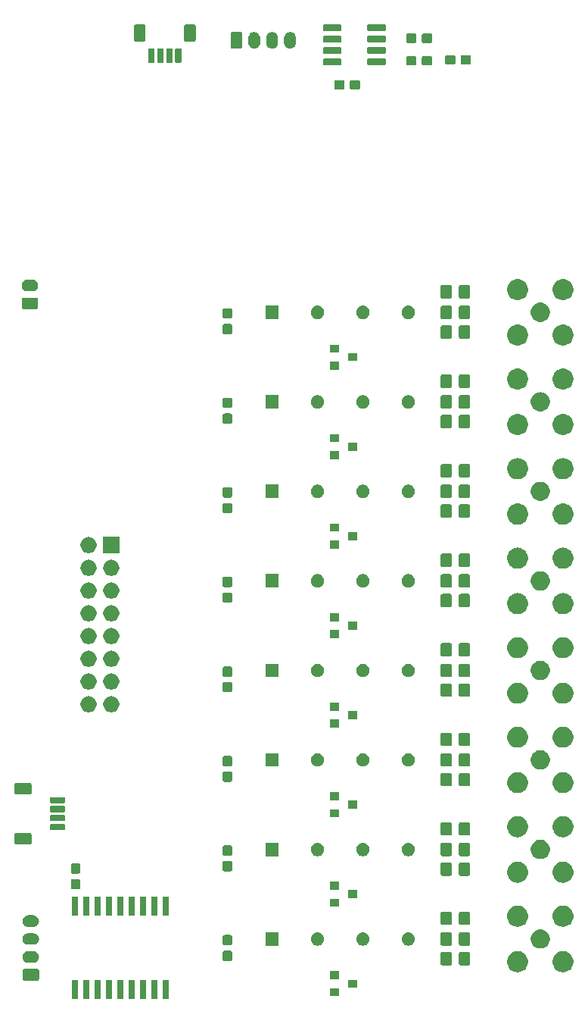
<source format=gts>
G04 #@! TF.GenerationSoftware,KiCad,Pcbnew,(5.1.5-0)*
G04 #@! TF.CreationDate,2021-01-10T19:51:38-07:00*
G04 #@! TF.ProjectId,switch_board,73776974-6368-45f6-926f-6172642e6b69,rev?*
G04 #@! TF.SameCoordinates,Original*
G04 #@! TF.FileFunction,Soldermask,Top*
G04 #@! TF.FilePolarity,Negative*
%FSLAX46Y46*%
G04 Gerber Fmt 4.6, Leading zero omitted, Abs format (unit mm)*
G04 Created by KiCad (PCBNEW (5.1.5-0)) date 2021-01-10 19:51:38*
%MOMM*%
%LPD*%
G04 APERTURE LIST*
%ADD10C,0.100000*%
G04 APERTURE END LIST*
D10*
G36*
X148339928Y-124576764D02*
G01*
X148361009Y-124583160D01*
X148380445Y-124593548D01*
X148397476Y-124607524D01*
X148411452Y-124624555D01*
X148421840Y-124643991D01*
X148428236Y-124665072D01*
X148431000Y-124693140D01*
X148431000Y-126606860D01*
X148428236Y-126634928D01*
X148421840Y-126656009D01*
X148411452Y-126675445D01*
X148397476Y-126692476D01*
X148380445Y-126706452D01*
X148361009Y-126716840D01*
X148339928Y-126723236D01*
X148311860Y-126726000D01*
X147848140Y-126726000D01*
X147820072Y-126723236D01*
X147798991Y-126716840D01*
X147779555Y-126706452D01*
X147762524Y-126692476D01*
X147748548Y-126675445D01*
X147738160Y-126656009D01*
X147731764Y-126634928D01*
X147729000Y-126606860D01*
X147729000Y-124693140D01*
X147731764Y-124665072D01*
X147738160Y-124643991D01*
X147748548Y-124624555D01*
X147762524Y-124607524D01*
X147779555Y-124593548D01*
X147798991Y-124583160D01*
X147820072Y-124576764D01*
X147848140Y-124574000D01*
X148311860Y-124574000D01*
X148339928Y-124576764D01*
G37*
G36*
X147069928Y-124576764D02*
G01*
X147091009Y-124583160D01*
X147110445Y-124593548D01*
X147127476Y-124607524D01*
X147141452Y-124624555D01*
X147151840Y-124643991D01*
X147158236Y-124665072D01*
X147161000Y-124693140D01*
X147161000Y-126606860D01*
X147158236Y-126634928D01*
X147151840Y-126656009D01*
X147141452Y-126675445D01*
X147127476Y-126692476D01*
X147110445Y-126706452D01*
X147091009Y-126716840D01*
X147069928Y-126723236D01*
X147041860Y-126726000D01*
X146578140Y-126726000D01*
X146550072Y-126723236D01*
X146528991Y-126716840D01*
X146509555Y-126706452D01*
X146492524Y-126692476D01*
X146478548Y-126675445D01*
X146468160Y-126656009D01*
X146461764Y-126634928D01*
X146459000Y-126606860D01*
X146459000Y-124693140D01*
X146461764Y-124665072D01*
X146468160Y-124643991D01*
X146478548Y-124624555D01*
X146492524Y-124607524D01*
X146509555Y-124593548D01*
X146528991Y-124583160D01*
X146550072Y-124576764D01*
X146578140Y-124574000D01*
X147041860Y-124574000D01*
X147069928Y-124576764D01*
G37*
G36*
X145799928Y-124576764D02*
G01*
X145821009Y-124583160D01*
X145840445Y-124593548D01*
X145857476Y-124607524D01*
X145871452Y-124624555D01*
X145881840Y-124643991D01*
X145888236Y-124665072D01*
X145891000Y-124693140D01*
X145891000Y-126606860D01*
X145888236Y-126634928D01*
X145881840Y-126656009D01*
X145871452Y-126675445D01*
X145857476Y-126692476D01*
X145840445Y-126706452D01*
X145821009Y-126716840D01*
X145799928Y-126723236D01*
X145771860Y-126726000D01*
X145308140Y-126726000D01*
X145280072Y-126723236D01*
X145258991Y-126716840D01*
X145239555Y-126706452D01*
X145222524Y-126692476D01*
X145208548Y-126675445D01*
X145198160Y-126656009D01*
X145191764Y-126634928D01*
X145189000Y-126606860D01*
X145189000Y-124693140D01*
X145191764Y-124665072D01*
X145198160Y-124643991D01*
X145208548Y-124624555D01*
X145222524Y-124607524D01*
X145239555Y-124593548D01*
X145258991Y-124583160D01*
X145280072Y-124576764D01*
X145308140Y-124574000D01*
X145771860Y-124574000D01*
X145799928Y-124576764D01*
G37*
G36*
X144529928Y-124576764D02*
G01*
X144551009Y-124583160D01*
X144570445Y-124593548D01*
X144587476Y-124607524D01*
X144601452Y-124624555D01*
X144611840Y-124643991D01*
X144618236Y-124665072D01*
X144621000Y-124693140D01*
X144621000Y-126606860D01*
X144618236Y-126634928D01*
X144611840Y-126656009D01*
X144601452Y-126675445D01*
X144587476Y-126692476D01*
X144570445Y-126706452D01*
X144551009Y-126716840D01*
X144529928Y-126723236D01*
X144501860Y-126726000D01*
X144038140Y-126726000D01*
X144010072Y-126723236D01*
X143988991Y-126716840D01*
X143969555Y-126706452D01*
X143952524Y-126692476D01*
X143938548Y-126675445D01*
X143928160Y-126656009D01*
X143921764Y-126634928D01*
X143919000Y-126606860D01*
X143919000Y-124693140D01*
X143921764Y-124665072D01*
X143928160Y-124643991D01*
X143938548Y-124624555D01*
X143952524Y-124607524D01*
X143969555Y-124593548D01*
X143988991Y-124583160D01*
X144010072Y-124576764D01*
X144038140Y-124574000D01*
X144501860Y-124574000D01*
X144529928Y-124576764D01*
G37*
G36*
X143259928Y-124576764D02*
G01*
X143281009Y-124583160D01*
X143300445Y-124593548D01*
X143317476Y-124607524D01*
X143331452Y-124624555D01*
X143341840Y-124643991D01*
X143348236Y-124665072D01*
X143351000Y-124693140D01*
X143351000Y-126606860D01*
X143348236Y-126634928D01*
X143341840Y-126656009D01*
X143331452Y-126675445D01*
X143317476Y-126692476D01*
X143300445Y-126706452D01*
X143281009Y-126716840D01*
X143259928Y-126723236D01*
X143231860Y-126726000D01*
X142768140Y-126726000D01*
X142740072Y-126723236D01*
X142718991Y-126716840D01*
X142699555Y-126706452D01*
X142682524Y-126692476D01*
X142668548Y-126675445D01*
X142658160Y-126656009D01*
X142651764Y-126634928D01*
X142649000Y-126606860D01*
X142649000Y-124693140D01*
X142651764Y-124665072D01*
X142658160Y-124643991D01*
X142668548Y-124624555D01*
X142682524Y-124607524D01*
X142699555Y-124593548D01*
X142718991Y-124583160D01*
X142740072Y-124576764D01*
X142768140Y-124574000D01*
X143231860Y-124574000D01*
X143259928Y-124576764D01*
G37*
G36*
X141989928Y-124576764D02*
G01*
X142011009Y-124583160D01*
X142030445Y-124593548D01*
X142047476Y-124607524D01*
X142061452Y-124624555D01*
X142071840Y-124643991D01*
X142078236Y-124665072D01*
X142081000Y-124693140D01*
X142081000Y-126606860D01*
X142078236Y-126634928D01*
X142071840Y-126656009D01*
X142061452Y-126675445D01*
X142047476Y-126692476D01*
X142030445Y-126706452D01*
X142011009Y-126716840D01*
X141989928Y-126723236D01*
X141961860Y-126726000D01*
X141498140Y-126726000D01*
X141470072Y-126723236D01*
X141448991Y-126716840D01*
X141429555Y-126706452D01*
X141412524Y-126692476D01*
X141398548Y-126675445D01*
X141388160Y-126656009D01*
X141381764Y-126634928D01*
X141379000Y-126606860D01*
X141379000Y-124693140D01*
X141381764Y-124665072D01*
X141388160Y-124643991D01*
X141398548Y-124624555D01*
X141412524Y-124607524D01*
X141429555Y-124593548D01*
X141448991Y-124583160D01*
X141470072Y-124576764D01*
X141498140Y-124574000D01*
X141961860Y-124574000D01*
X141989928Y-124576764D01*
G37*
G36*
X140719928Y-124576764D02*
G01*
X140741009Y-124583160D01*
X140760445Y-124593548D01*
X140777476Y-124607524D01*
X140791452Y-124624555D01*
X140801840Y-124643991D01*
X140808236Y-124665072D01*
X140811000Y-124693140D01*
X140811000Y-126606860D01*
X140808236Y-126634928D01*
X140801840Y-126656009D01*
X140791452Y-126675445D01*
X140777476Y-126692476D01*
X140760445Y-126706452D01*
X140741009Y-126716840D01*
X140719928Y-126723236D01*
X140691860Y-126726000D01*
X140228140Y-126726000D01*
X140200072Y-126723236D01*
X140178991Y-126716840D01*
X140159555Y-126706452D01*
X140142524Y-126692476D01*
X140128548Y-126675445D01*
X140118160Y-126656009D01*
X140111764Y-126634928D01*
X140109000Y-126606860D01*
X140109000Y-124693140D01*
X140111764Y-124665072D01*
X140118160Y-124643991D01*
X140128548Y-124624555D01*
X140142524Y-124607524D01*
X140159555Y-124593548D01*
X140178991Y-124583160D01*
X140200072Y-124576764D01*
X140228140Y-124574000D01*
X140691860Y-124574000D01*
X140719928Y-124576764D01*
G37*
G36*
X139449928Y-124576764D02*
G01*
X139471009Y-124583160D01*
X139490445Y-124593548D01*
X139507476Y-124607524D01*
X139521452Y-124624555D01*
X139531840Y-124643991D01*
X139538236Y-124665072D01*
X139541000Y-124693140D01*
X139541000Y-126606860D01*
X139538236Y-126634928D01*
X139531840Y-126656009D01*
X139521452Y-126675445D01*
X139507476Y-126692476D01*
X139490445Y-126706452D01*
X139471009Y-126716840D01*
X139449928Y-126723236D01*
X139421860Y-126726000D01*
X138958140Y-126726000D01*
X138930072Y-126723236D01*
X138908991Y-126716840D01*
X138889555Y-126706452D01*
X138872524Y-126692476D01*
X138858548Y-126675445D01*
X138848160Y-126656009D01*
X138841764Y-126634928D01*
X138839000Y-126606860D01*
X138839000Y-124693140D01*
X138841764Y-124665072D01*
X138848160Y-124643991D01*
X138858548Y-124624555D01*
X138872524Y-124607524D01*
X138889555Y-124593548D01*
X138908991Y-124583160D01*
X138930072Y-124576764D01*
X138958140Y-124574000D01*
X139421860Y-124574000D01*
X139449928Y-124576764D01*
G37*
G36*
X138179928Y-124576764D02*
G01*
X138201009Y-124583160D01*
X138220445Y-124593548D01*
X138237476Y-124607524D01*
X138251452Y-124624555D01*
X138261840Y-124643991D01*
X138268236Y-124665072D01*
X138271000Y-124693140D01*
X138271000Y-126606860D01*
X138268236Y-126634928D01*
X138261840Y-126656009D01*
X138251452Y-126675445D01*
X138237476Y-126692476D01*
X138220445Y-126706452D01*
X138201009Y-126716840D01*
X138179928Y-126723236D01*
X138151860Y-126726000D01*
X137688140Y-126726000D01*
X137660072Y-126723236D01*
X137638991Y-126716840D01*
X137619555Y-126706452D01*
X137602524Y-126692476D01*
X137588548Y-126675445D01*
X137578160Y-126656009D01*
X137571764Y-126634928D01*
X137569000Y-126606860D01*
X137569000Y-124693140D01*
X137571764Y-124665072D01*
X137578160Y-124643991D01*
X137588548Y-124624555D01*
X137602524Y-124607524D01*
X137619555Y-124593548D01*
X137638991Y-124583160D01*
X137660072Y-124576764D01*
X137688140Y-124574000D01*
X138151860Y-124574000D01*
X138179928Y-124576764D01*
G37*
G36*
X167501000Y-126401000D02*
G01*
X166499000Y-126401000D01*
X166499000Y-125499000D01*
X167501000Y-125499000D01*
X167501000Y-126401000D01*
G37*
G36*
X169501000Y-125451000D02*
G01*
X168499000Y-125451000D01*
X168499000Y-124549000D01*
X169501000Y-124549000D01*
X169501000Y-125451000D01*
G37*
G36*
X133766242Y-123353404D02*
G01*
X133803337Y-123364657D01*
X133837515Y-123382925D01*
X133867481Y-123407519D01*
X133892075Y-123437485D01*
X133910343Y-123471663D01*
X133921596Y-123508758D01*
X133926000Y-123553474D01*
X133926000Y-124446526D01*
X133921596Y-124491242D01*
X133910343Y-124528337D01*
X133892075Y-124562515D01*
X133867481Y-124592481D01*
X133837515Y-124617075D01*
X133803337Y-124635343D01*
X133766242Y-124646596D01*
X133721526Y-124651000D01*
X132278474Y-124651000D01*
X132233758Y-124646596D01*
X132196663Y-124635343D01*
X132162485Y-124617075D01*
X132132519Y-124592481D01*
X132107925Y-124562515D01*
X132089657Y-124528337D01*
X132078404Y-124491242D01*
X132074000Y-124446526D01*
X132074000Y-123553474D01*
X132078404Y-123508758D01*
X132089657Y-123471663D01*
X132107925Y-123437485D01*
X132132519Y-123407519D01*
X132162485Y-123382925D01*
X132196663Y-123364657D01*
X132233758Y-123353404D01*
X132278474Y-123349000D01*
X133721526Y-123349000D01*
X133766242Y-123353404D01*
G37*
G36*
X167501000Y-124501000D02*
G01*
X166499000Y-124501000D01*
X166499000Y-123599000D01*
X167501000Y-123599000D01*
X167501000Y-124501000D01*
G37*
G36*
X187636310Y-121376031D02*
G01*
X187803027Y-121409193D01*
X188017045Y-121497842D01*
X188063254Y-121528718D01*
X188209654Y-121626539D01*
X188373461Y-121790346D01*
X188428275Y-121872382D01*
X188502158Y-121982955D01*
X188590807Y-122196973D01*
X188616670Y-122326995D01*
X188623917Y-122363426D01*
X188636000Y-122424174D01*
X188636000Y-122655826D01*
X188590807Y-122883027D01*
X188502158Y-123097045D01*
X188502157Y-123097046D01*
X188373461Y-123289654D01*
X188209654Y-123453461D01*
X188115388Y-123516447D01*
X188017045Y-123582158D01*
X187803027Y-123670807D01*
X187651560Y-123700936D01*
X187575827Y-123716000D01*
X187344173Y-123716000D01*
X187268440Y-123700936D01*
X187116973Y-123670807D01*
X186902955Y-123582158D01*
X186804612Y-123516447D01*
X186710346Y-123453461D01*
X186546539Y-123289654D01*
X186417843Y-123097046D01*
X186417842Y-123097045D01*
X186329193Y-122883027D01*
X186284000Y-122655826D01*
X186284000Y-122424174D01*
X186296084Y-122363426D01*
X186303330Y-122326995D01*
X186329193Y-122196973D01*
X186417842Y-121982955D01*
X186491725Y-121872382D01*
X186546539Y-121790346D01*
X186710346Y-121626539D01*
X186856746Y-121528718D01*
X186902955Y-121497842D01*
X187116973Y-121409193D01*
X187283690Y-121376031D01*
X187344173Y-121364000D01*
X187575827Y-121364000D01*
X187636310Y-121376031D01*
G37*
G36*
X192716310Y-121376031D02*
G01*
X192883027Y-121409193D01*
X193097045Y-121497842D01*
X193143254Y-121528718D01*
X193289654Y-121626539D01*
X193453461Y-121790346D01*
X193508275Y-121872382D01*
X193582158Y-121982955D01*
X193670807Y-122196973D01*
X193696670Y-122326995D01*
X193703917Y-122363426D01*
X193716000Y-122424174D01*
X193716000Y-122655826D01*
X193670807Y-122883027D01*
X193582158Y-123097045D01*
X193582157Y-123097046D01*
X193453461Y-123289654D01*
X193289654Y-123453461D01*
X193195388Y-123516447D01*
X193097045Y-123582158D01*
X192883027Y-123670807D01*
X192731560Y-123700936D01*
X192655827Y-123716000D01*
X192424173Y-123716000D01*
X192348440Y-123700936D01*
X192196973Y-123670807D01*
X191982955Y-123582158D01*
X191884612Y-123516447D01*
X191790346Y-123453461D01*
X191626539Y-123289654D01*
X191497843Y-123097046D01*
X191497842Y-123097045D01*
X191409193Y-122883027D01*
X191364000Y-122655826D01*
X191364000Y-122424174D01*
X191376084Y-122363426D01*
X191383330Y-122326995D01*
X191409193Y-122196973D01*
X191497842Y-121982955D01*
X191571725Y-121872382D01*
X191626539Y-121790346D01*
X191790346Y-121626539D01*
X191936746Y-121528718D01*
X191982955Y-121497842D01*
X192196973Y-121409193D01*
X192363690Y-121376031D01*
X192424173Y-121364000D01*
X192655827Y-121364000D01*
X192716310Y-121376031D01*
G37*
G36*
X179938674Y-121453465D02*
G01*
X179976367Y-121464899D01*
X180011103Y-121483466D01*
X180041548Y-121508452D01*
X180066534Y-121538897D01*
X180085101Y-121573633D01*
X180096535Y-121611326D01*
X180101000Y-121656661D01*
X180101000Y-122743339D01*
X180096535Y-122788674D01*
X180085101Y-122826367D01*
X180066534Y-122861103D01*
X180041548Y-122891548D01*
X180011103Y-122916534D01*
X179976367Y-122935101D01*
X179938674Y-122946535D01*
X179893339Y-122951000D01*
X179056661Y-122951000D01*
X179011326Y-122946535D01*
X178973633Y-122935101D01*
X178938897Y-122916534D01*
X178908452Y-122891548D01*
X178883466Y-122861103D01*
X178864899Y-122826367D01*
X178853465Y-122788674D01*
X178849000Y-122743339D01*
X178849000Y-121656661D01*
X178853465Y-121611326D01*
X178864899Y-121573633D01*
X178883466Y-121538897D01*
X178908452Y-121508452D01*
X178938897Y-121483466D01*
X178973633Y-121464899D01*
X179011326Y-121453465D01*
X179056661Y-121449000D01*
X179893339Y-121449000D01*
X179938674Y-121453465D01*
G37*
G36*
X181988674Y-121453465D02*
G01*
X182026367Y-121464899D01*
X182061103Y-121483466D01*
X182091548Y-121508452D01*
X182116534Y-121538897D01*
X182135101Y-121573633D01*
X182146535Y-121611326D01*
X182151000Y-121656661D01*
X182151000Y-122743339D01*
X182146535Y-122788674D01*
X182135101Y-122826367D01*
X182116534Y-122861103D01*
X182091548Y-122891548D01*
X182061103Y-122916534D01*
X182026367Y-122935101D01*
X181988674Y-122946535D01*
X181943339Y-122951000D01*
X181106661Y-122951000D01*
X181061326Y-122946535D01*
X181023633Y-122935101D01*
X180988897Y-122916534D01*
X180958452Y-122891548D01*
X180933466Y-122861103D01*
X180914899Y-122826367D01*
X180903465Y-122788674D01*
X180899000Y-122743339D01*
X180899000Y-121656661D01*
X180903465Y-121611326D01*
X180914899Y-121573633D01*
X180933466Y-121538897D01*
X180958452Y-121508452D01*
X180988897Y-121483466D01*
X181023633Y-121464899D01*
X181061326Y-121453465D01*
X181106661Y-121449000D01*
X181943339Y-121449000D01*
X181988674Y-121453465D01*
G37*
G36*
X133338855Y-121352140D02*
G01*
X133402618Y-121358420D01*
X133493404Y-121385960D01*
X133525336Y-121395646D01*
X133638425Y-121456094D01*
X133737554Y-121537446D01*
X133818906Y-121636575D01*
X133879354Y-121749664D01*
X133879355Y-121749668D01*
X133916580Y-121872382D01*
X133929149Y-122000000D01*
X133916580Y-122127618D01*
X133898263Y-122188000D01*
X133879354Y-122250336D01*
X133818906Y-122363425D01*
X133737554Y-122462554D01*
X133638425Y-122543906D01*
X133525336Y-122604354D01*
X133493404Y-122614040D01*
X133402618Y-122641580D01*
X133338855Y-122647860D01*
X133306974Y-122651000D01*
X132693026Y-122651000D01*
X132661145Y-122647860D01*
X132597382Y-122641580D01*
X132506596Y-122614040D01*
X132474664Y-122604354D01*
X132361575Y-122543906D01*
X132262446Y-122462554D01*
X132181094Y-122363425D01*
X132120646Y-122250336D01*
X132101737Y-122188000D01*
X132083420Y-122127618D01*
X132070851Y-122000000D01*
X132083420Y-121872382D01*
X132120645Y-121749668D01*
X132120646Y-121749664D01*
X132181094Y-121636575D01*
X132262446Y-121537446D01*
X132361575Y-121456094D01*
X132474664Y-121395646D01*
X132506596Y-121385960D01*
X132597382Y-121358420D01*
X132661145Y-121352140D01*
X132693026Y-121349000D01*
X133306974Y-121349000D01*
X133338855Y-121352140D01*
G37*
G36*
X155364499Y-121303445D02*
G01*
X155401995Y-121314820D01*
X155436554Y-121333292D01*
X155466847Y-121358153D01*
X155491708Y-121388446D01*
X155510180Y-121423005D01*
X155521555Y-121460501D01*
X155526000Y-121505638D01*
X155526000Y-122244362D01*
X155521555Y-122289499D01*
X155510180Y-122326995D01*
X155491708Y-122361554D01*
X155466847Y-122391847D01*
X155436554Y-122416708D01*
X155401995Y-122435180D01*
X155364499Y-122446555D01*
X155319362Y-122451000D01*
X154680638Y-122451000D01*
X154635501Y-122446555D01*
X154598005Y-122435180D01*
X154563446Y-122416708D01*
X154533153Y-122391847D01*
X154508292Y-122361554D01*
X154489820Y-122326995D01*
X154478445Y-122289499D01*
X154474000Y-122244362D01*
X154474000Y-121505638D01*
X154478445Y-121460501D01*
X154489820Y-121423005D01*
X154508292Y-121388446D01*
X154533153Y-121358153D01*
X154563446Y-121333292D01*
X154598005Y-121314820D01*
X154635501Y-121303445D01*
X154680638Y-121299000D01*
X155319362Y-121299000D01*
X155364499Y-121303445D01*
G37*
G36*
X190175271Y-118937783D02*
G01*
X190313858Y-118965350D01*
X190509677Y-119046461D01*
X190685910Y-119164216D01*
X190835784Y-119314090D01*
X190953539Y-119490323D01*
X191034650Y-119686142D01*
X191076000Y-119894023D01*
X191076000Y-120105977D01*
X191034650Y-120313858D01*
X190953539Y-120509677D01*
X190835784Y-120685910D01*
X190685910Y-120835784D01*
X190509677Y-120953539D01*
X190313858Y-121034650D01*
X190175271Y-121062217D01*
X190105978Y-121076000D01*
X189894022Y-121076000D01*
X189824729Y-121062217D01*
X189686142Y-121034650D01*
X189490323Y-120953539D01*
X189314090Y-120835784D01*
X189164216Y-120685910D01*
X189046461Y-120509677D01*
X188965350Y-120313858D01*
X188924000Y-120105977D01*
X188924000Y-119894023D01*
X188965350Y-119686142D01*
X189046461Y-119490323D01*
X189164216Y-119314090D01*
X189314090Y-119164216D01*
X189490323Y-119046461D01*
X189686142Y-118965350D01*
X189824729Y-118937783D01*
X189894022Y-118924000D01*
X190105978Y-118924000D01*
X190175271Y-118937783D01*
G37*
G36*
X160751000Y-120751000D02*
G01*
X159249000Y-120751000D01*
X159249000Y-119249000D01*
X160751000Y-119249000D01*
X160751000Y-120751000D01*
G37*
G36*
X165299059Y-119277860D02*
G01*
X165372915Y-119308452D01*
X165435732Y-119334472D01*
X165558735Y-119416660D01*
X165663340Y-119521265D01*
X165745528Y-119644268D01*
X165802140Y-119780941D01*
X165831000Y-119926033D01*
X165831000Y-120073967D01*
X165802140Y-120219059D01*
X165745528Y-120355732D01*
X165663340Y-120478735D01*
X165558735Y-120583340D01*
X165435732Y-120665528D01*
X165435731Y-120665529D01*
X165435730Y-120665529D01*
X165299059Y-120722140D01*
X165153968Y-120751000D01*
X165006032Y-120751000D01*
X164860941Y-120722140D01*
X164724270Y-120665529D01*
X164724269Y-120665529D01*
X164724268Y-120665528D01*
X164601265Y-120583340D01*
X164496660Y-120478735D01*
X164414472Y-120355732D01*
X164357860Y-120219059D01*
X164329000Y-120073967D01*
X164329000Y-119926033D01*
X164357860Y-119780941D01*
X164414472Y-119644268D01*
X164496660Y-119521265D01*
X164601265Y-119416660D01*
X164724268Y-119334472D01*
X164787086Y-119308452D01*
X164860941Y-119277860D01*
X165006032Y-119249000D01*
X165153968Y-119249000D01*
X165299059Y-119277860D01*
G37*
G36*
X170379059Y-119277860D02*
G01*
X170452915Y-119308452D01*
X170515732Y-119334472D01*
X170638735Y-119416660D01*
X170743340Y-119521265D01*
X170825528Y-119644268D01*
X170882140Y-119780941D01*
X170911000Y-119926033D01*
X170911000Y-120073967D01*
X170882140Y-120219059D01*
X170825528Y-120355732D01*
X170743340Y-120478735D01*
X170638735Y-120583340D01*
X170515732Y-120665528D01*
X170515731Y-120665529D01*
X170515730Y-120665529D01*
X170379059Y-120722140D01*
X170233968Y-120751000D01*
X170086032Y-120751000D01*
X169940941Y-120722140D01*
X169804270Y-120665529D01*
X169804269Y-120665529D01*
X169804268Y-120665528D01*
X169681265Y-120583340D01*
X169576660Y-120478735D01*
X169494472Y-120355732D01*
X169437860Y-120219059D01*
X169409000Y-120073967D01*
X169409000Y-119926033D01*
X169437860Y-119780941D01*
X169494472Y-119644268D01*
X169576660Y-119521265D01*
X169681265Y-119416660D01*
X169804268Y-119334472D01*
X169867086Y-119308452D01*
X169940941Y-119277860D01*
X170086032Y-119249000D01*
X170233968Y-119249000D01*
X170379059Y-119277860D01*
G37*
G36*
X175459059Y-119277860D02*
G01*
X175532915Y-119308452D01*
X175595732Y-119334472D01*
X175718735Y-119416660D01*
X175823340Y-119521265D01*
X175905528Y-119644268D01*
X175962140Y-119780941D01*
X175991000Y-119926033D01*
X175991000Y-120073967D01*
X175962140Y-120219059D01*
X175905528Y-120355732D01*
X175823340Y-120478735D01*
X175718735Y-120583340D01*
X175595732Y-120665528D01*
X175595731Y-120665529D01*
X175595730Y-120665529D01*
X175459059Y-120722140D01*
X175313968Y-120751000D01*
X175166032Y-120751000D01*
X175020941Y-120722140D01*
X174884270Y-120665529D01*
X174884269Y-120665529D01*
X174884268Y-120665528D01*
X174761265Y-120583340D01*
X174656660Y-120478735D01*
X174574472Y-120355732D01*
X174517860Y-120219059D01*
X174489000Y-120073967D01*
X174489000Y-119926033D01*
X174517860Y-119780941D01*
X174574472Y-119644268D01*
X174656660Y-119521265D01*
X174761265Y-119416660D01*
X174884268Y-119334472D01*
X174947086Y-119308452D01*
X175020941Y-119277860D01*
X175166032Y-119249000D01*
X175313968Y-119249000D01*
X175459059Y-119277860D01*
G37*
G36*
X181988674Y-119253465D02*
G01*
X182026367Y-119264899D01*
X182061103Y-119283466D01*
X182091548Y-119308452D01*
X182116534Y-119338897D01*
X182135101Y-119373633D01*
X182146535Y-119411326D01*
X182151000Y-119456661D01*
X182151000Y-120543339D01*
X182146535Y-120588674D01*
X182135101Y-120626367D01*
X182116534Y-120661103D01*
X182091548Y-120691548D01*
X182061103Y-120716534D01*
X182026367Y-120735101D01*
X181988674Y-120746535D01*
X181943339Y-120751000D01*
X181106661Y-120751000D01*
X181061326Y-120746535D01*
X181023633Y-120735101D01*
X180988897Y-120716534D01*
X180958452Y-120691548D01*
X180933466Y-120661103D01*
X180914899Y-120626367D01*
X180903465Y-120588674D01*
X180899000Y-120543339D01*
X180899000Y-119456661D01*
X180903465Y-119411326D01*
X180914899Y-119373633D01*
X180933466Y-119338897D01*
X180958452Y-119308452D01*
X180988897Y-119283466D01*
X181023633Y-119264899D01*
X181061326Y-119253465D01*
X181106661Y-119249000D01*
X181943339Y-119249000D01*
X181988674Y-119253465D01*
G37*
G36*
X179938674Y-119253465D02*
G01*
X179976367Y-119264899D01*
X180011103Y-119283466D01*
X180041548Y-119308452D01*
X180066534Y-119338897D01*
X180085101Y-119373633D01*
X180096535Y-119411326D01*
X180101000Y-119456661D01*
X180101000Y-120543339D01*
X180096535Y-120588674D01*
X180085101Y-120626367D01*
X180066534Y-120661103D01*
X180041548Y-120691548D01*
X180011103Y-120716534D01*
X179976367Y-120735101D01*
X179938674Y-120746535D01*
X179893339Y-120751000D01*
X179056661Y-120751000D01*
X179011326Y-120746535D01*
X178973633Y-120735101D01*
X178938897Y-120716534D01*
X178908452Y-120691548D01*
X178883466Y-120661103D01*
X178864899Y-120626367D01*
X178853465Y-120588674D01*
X178849000Y-120543339D01*
X178849000Y-119456661D01*
X178853465Y-119411326D01*
X178864899Y-119373633D01*
X178883466Y-119338897D01*
X178908452Y-119308452D01*
X178938897Y-119283466D01*
X178973633Y-119264899D01*
X179011326Y-119253465D01*
X179056661Y-119249000D01*
X179893339Y-119249000D01*
X179938674Y-119253465D01*
G37*
G36*
X155364499Y-119553445D02*
G01*
X155401995Y-119564820D01*
X155436554Y-119583292D01*
X155466847Y-119608153D01*
X155491708Y-119638446D01*
X155510180Y-119673005D01*
X155521555Y-119710501D01*
X155526000Y-119755638D01*
X155526000Y-120494362D01*
X155521555Y-120539499D01*
X155510180Y-120576995D01*
X155491708Y-120611554D01*
X155466847Y-120641847D01*
X155436554Y-120666708D01*
X155401995Y-120685180D01*
X155364499Y-120696555D01*
X155319362Y-120701000D01*
X154680638Y-120701000D01*
X154635501Y-120696555D01*
X154598005Y-120685180D01*
X154563446Y-120666708D01*
X154533153Y-120641847D01*
X154508292Y-120611554D01*
X154489820Y-120576995D01*
X154478445Y-120539499D01*
X154474000Y-120494362D01*
X154474000Y-119755638D01*
X154478445Y-119710501D01*
X154489820Y-119673005D01*
X154508292Y-119638446D01*
X154533153Y-119608153D01*
X154563446Y-119583292D01*
X154598005Y-119564820D01*
X154635501Y-119553445D01*
X154680638Y-119549000D01*
X155319362Y-119549000D01*
X155364499Y-119553445D01*
G37*
G36*
X133338855Y-119352140D02*
G01*
X133402618Y-119358420D01*
X133493404Y-119385960D01*
X133525336Y-119395646D01*
X133638425Y-119456094D01*
X133737554Y-119537446D01*
X133818906Y-119636575D01*
X133879354Y-119749664D01*
X133879355Y-119749668D01*
X133916580Y-119872382D01*
X133929149Y-120000000D01*
X133916580Y-120127618D01*
X133889040Y-120218404D01*
X133879354Y-120250336D01*
X133818906Y-120363425D01*
X133737554Y-120462554D01*
X133638425Y-120543906D01*
X133525336Y-120604354D01*
X133501600Y-120611554D01*
X133402618Y-120641580D01*
X133338855Y-120647860D01*
X133306974Y-120651000D01*
X132693026Y-120651000D01*
X132661145Y-120647860D01*
X132597382Y-120641580D01*
X132498400Y-120611554D01*
X132474664Y-120604354D01*
X132361575Y-120543906D01*
X132262446Y-120462554D01*
X132181094Y-120363425D01*
X132120646Y-120250336D01*
X132110960Y-120218404D01*
X132083420Y-120127618D01*
X132070851Y-120000000D01*
X132083420Y-119872382D01*
X132120645Y-119749668D01*
X132120646Y-119749664D01*
X132181094Y-119636575D01*
X132262446Y-119537446D01*
X132361575Y-119456094D01*
X132474664Y-119395646D01*
X132506596Y-119385960D01*
X132597382Y-119358420D01*
X132661145Y-119352140D01*
X132693026Y-119349000D01*
X133306974Y-119349000D01*
X133338855Y-119352140D01*
G37*
G36*
X133338855Y-117352140D02*
G01*
X133402618Y-117358420D01*
X133493404Y-117385960D01*
X133525336Y-117395646D01*
X133638425Y-117456094D01*
X133737554Y-117537446D01*
X133818906Y-117636575D01*
X133879354Y-117749664D01*
X133879355Y-117749668D01*
X133916580Y-117872382D01*
X133929149Y-118000000D01*
X133916580Y-118127618D01*
X133901046Y-118178827D01*
X133879354Y-118250336D01*
X133818906Y-118363425D01*
X133737554Y-118462554D01*
X133638425Y-118543906D01*
X133525336Y-118604354D01*
X133493404Y-118614040D01*
X133402618Y-118641580D01*
X133338855Y-118647860D01*
X133306974Y-118651000D01*
X132693026Y-118651000D01*
X132661145Y-118647860D01*
X132597382Y-118641580D01*
X132506596Y-118614040D01*
X132474664Y-118604354D01*
X132361575Y-118543906D01*
X132262446Y-118462554D01*
X132181094Y-118363425D01*
X132120646Y-118250336D01*
X132098954Y-118178827D01*
X132083420Y-118127618D01*
X132070851Y-118000000D01*
X132083420Y-117872382D01*
X132120645Y-117749668D01*
X132120646Y-117749664D01*
X132181094Y-117636575D01*
X132262446Y-117537446D01*
X132361575Y-117456094D01*
X132474664Y-117395646D01*
X132506596Y-117385960D01*
X132597382Y-117358420D01*
X132661145Y-117352140D01*
X132693026Y-117349000D01*
X133306974Y-117349000D01*
X133338855Y-117352140D01*
G37*
G36*
X192731560Y-116299064D02*
G01*
X192883027Y-116329193D01*
X193097045Y-116417842D01*
X193097046Y-116417843D01*
X193289654Y-116546539D01*
X193453461Y-116710346D01*
X193539258Y-116838751D01*
X193582158Y-116902955D01*
X193670807Y-117116973D01*
X193678701Y-117156661D01*
X193716000Y-117344173D01*
X193716000Y-117575827D01*
X193703916Y-117636575D01*
X193670807Y-117803027D01*
X193582158Y-118017045D01*
X193582157Y-118017046D01*
X193453461Y-118209654D01*
X193289654Y-118373461D01*
X193173608Y-118451000D01*
X193097045Y-118502158D01*
X192883027Y-118590807D01*
X192731560Y-118620936D01*
X192655827Y-118636000D01*
X192424173Y-118636000D01*
X192348440Y-118620936D01*
X192196973Y-118590807D01*
X191982955Y-118502158D01*
X191906392Y-118451000D01*
X191790346Y-118373461D01*
X191626539Y-118209654D01*
X191497843Y-118017046D01*
X191497842Y-118017045D01*
X191409193Y-117803027D01*
X191376084Y-117636575D01*
X191364000Y-117575827D01*
X191364000Y-117344173D01*
X191401299Y-117156661D01*
X191409193Y-117116973D01*
X191497842Y-116902955D01*
X191540742Y-116838751D01*
X191626539Y-116710346D01*
X191790346Y-116546539D01*
X191982954Y-116417843D01*
X191982955Y-116417842D01*
X192196973Y-116329193D01*
X192348440Y-116299064D01*
X192424173Y-116284000D01*
X192655827Y-116284000D01*
X192731560Y-116299064D01*
G37*
G36*
X187651560Y-116299064D02*
G01*
X187803027Y-116329193D01*
X188017045Y-116417842D01*
X188017046Y-116417843D01*
X188209654Y-116546539D01*
X188373461Y-116710346D01*
X188459258Y-116838751D01*
X188502158Y-116902955D01*
X188590807Y-117116973D01*
X188598701Y-117156661D01*
X188636000Y-117344173D01*
X188636000Y-117575827D01*
X188623916Y-117636575D01*
X188590807Y-117803027D01*
X188502158Y-118017045D01*
X188502157Y-118017046D01*
X188373461Y-118209654D01*
X188209654Y-118373461D01*
X188093608Y-118451000D01*
X188017045Y-118502158D01*
X187803027Y-118590807D01*
X187651560Y-118620936D01*
X187575827Y-118636000D01*
X187344173Y-118636000D01*
X187268440Y-118620936D01*
X187116973Y-118590807D01*
X186902955Y-118502158D01*
X186826392Y-118451000D01*
X186710346Y-118373461D01*
X186546539Y-118209654D01*
X186417843Y-118017046D01*
X186417842Y-118017045D01*
X186329193Y-117803027D01*
X186296084Y-117636575D01*
X186284000Y-117575827D01*
X186284000Y-117344173D01*
X186321299Y-117156661D01*
X186329193Y-117116973D01*
X186417842Y-116902955D01*
X186460742Y-116838751D01*
X186546539Y-116710346D01*
X186710346Y-116546539D01*
X186902954Y-116417843D01*
X186902955Y-116417842D01*
X187116973Y-116329193D01*
X187268440Y-116299064D01*
X187344173Y-116284000D01*
X187575827Y-116284000D01*
X187651560Y-116299064D01*
G37*
G36*
X181988674Y-116953465D02*
G01*
X182026367Y-116964899D01*
X182061103Y-116983466D01*
X182091548Y-117008452D01*
X182116534Y-117038897D01*
X182135101Y-117073633D01*
X182146535Y-117111326D01*
X182151000Y-117156661D01*
X182151000Y-118243339D01*
X182146535Y-118288674D01*
X182135101Y-118326367D01*
X182116534Y-118361103D01*
X182091548Y-118391548D01*
X182061103Y-118416534D01*
X182026367Y-118435101D01*
X181988674Y-118446535D01*
X181943339Y-118451000D01*
X181106661Y-118451000D01*
X181061326Y-118446535D01*
X181023633Y-118435101D01*
X180988897Y-118416534D01*
X180958452Y-118391548D01*
X180933466Y-118361103D01*
X180914899Y-118326367D01*
X180903465Y-118288674D01*
X180899000Y-118243339D01*
X180899000Y-117156661D01*
X180903465Y-117111326D01*
X180914899Y-117073633D01*
X180933466Y-117038897D01*
X180958452Y-117008452D01*
X180988897Y-116983466D01*
X181023633Y-116964899D01*
X181061326Y-116953465D01*
X181106661Y-116949000D01*
X181943339Y-116949000D01*
X181988674Y-116953465D01*
G37*
G36*
X179938674Y-116953465D02*
G01*
X179976367Y-116964899D01*
X180011103Y-116983466D01*
X180041548Y-117008452D01*
X180066534Y-117038897D01*
X180085101Y-117073633D01*
X180096535Y-117111326D01*
X180101000Y-117156661D01*
X180101000Y-118243339D01*
X180096535Y-118288674D01*
X180085101Y-118326367D01*
X180066534Y-118361103D01*
X180041548Y-118391548D01*
X180011103Y-118416534D01*
X179976367Y-118435101D01*
X179938674Y-118446535D01*
X179893339Y-118451000D01*
X179056661Y-118451000D01*
X179011326Y-118446535D01*
X178973633Y-118435101D01*
X178938897Y-118416534D01*
X178908452Y-118391548D01*
X178883466Y-118361103D01*
X178864899Y-118326367D01*
X178853465Y-118288674D01*
X178849000Y-118243339D01*
X178849000Y-117156661D01*
X178853465Y-117111326D01*
X178864899Y-117073633D01*
X178883466Y-117038897D01*
X178908452Y-117008452D01*
X178938897Y-116983466D01*
X178973633Y-116964899D01*
X179011326Y-116953465D01*
X179056661Y-116949000D01*
X179893339Y-116949000D01*
X179938674Y-116953465D01*
G37*
G36*
X138179928Y-115276764D02*
G01*
X138201009Y-115283160D01*
X138220445Y-115293548D01*
X138237476Y-115307524D01*
X138251452Y-115324555D01*
X138261840Y-115343991D01*
X138268236Y-115365072D01*
X138271000Y-115393140D01*
X138271000Y-117306860D01*
X138268236Y-117334928D01*
X138261840Y-117356009D01*
X138251452Y-117375445D01*
X138237476Y-117392476D01*
X138220445Y-117406452D01*
X138201009Y-117416840D01*
X138179928Y-117423236D01*
X138151860Y-117426000D01*
X137688140Y-117426000D01*
X137660072Y-117423236D01*
X137638991Y-117416840D01*
X137619555Y-117406452D01*
X137602524Y-117392476D01*
X137588548Y-117375445D01*
X137578160Y-117356009D01*
X137571764Y-117334928D01*
X137569000Y-117306860D01*
X137569000Y-115393140D01*
X137571764Y-115365072D01*
X137578160Y-115343991D01*
X137588548Y-115324555D01*
X137602524Y-115307524D01*
X137619555Y-115293548D01*
X137638991Y-115283160D01*
X137660072Y-115276764D01*
X137688140Y-115274000D01*
X138151860Y-115274000D01*
X138179928Y-115276764D01*
G37*
G36*
X139449928Y-115276764D02*
G01*
X139471009Y-115283160D01*
X139490445Y-115293548D01*
X139507476Y-115307524D01*
X139521452Y-115324555D01*
X139531840Y-115343991D01*
X139538236Y-115365072D01*
X139541000Y-115393140D01*
X139541000Y-117306860D01*
X139538236Y-117334928D01*
X139531840Y-117356009D01*
X139521452Y-117375445D01*
X139507476Y-117392476D01*
X139490445Y-117406452D01*
X139471009Y-117416840D01*
X139449928Y-117423236D01*
X139421860Y-117426000D01*
X138958140Y-117426000D01*
X138930072Y-117423236D01*
X138908991Y-117416840D01*
X138889555Y-117406452D01*
X138872524Y-117392476D01*
X138858548Y-117375445D01*
X138848160Y-117356009D01*
X138841764Y-117334928D01*
X138839000Y-117306860D01*
X138839000Y-115393140D01*
X138841764Y-115365072D01*
X138848160Y-115343991D01*
X138858548Y-115324555D01*
X138872524Y-115307524D01*
X138889555Y-115293548D01*
X138908991Y-115283160D01*
X138930072Y-115276764D01*
X138958140Y-115274000D01*
X139421860Y-115274000D01*
X139449928Y-115276764D01*
G37*
G36*
X140719928Y-115276764D02*
G01*
X140741009Y-115283160D01*
X140760445Y-115293548D01*
X140777476Y-115307524D01*
X140791452Y-115324555D01*
X140801840Y-115343991D01*
X140808236Y-115365072D01*
X140811000Y-115393140D01*
X140811000Y-117306860D01*
X140808236Y-117334928D01*
X140801840Y-117356009D01*
X140791452Y-117375445D01*
X140777476Y-117392476D01*
X140760445Y-117406452D01*
X140741009Y-117416840D01*
X140719928Y-117423236D01*
X140691860Y-117426000D01*
X140228140Y-117426000D01*
X140200072Y-117423236D01*
X140178991Y-117416840D01*
X140159555Y-117406452D01*
X140142524Y-117392476D01*
X140128548Y-117375445D01*
X140118160Y-117356009D01*
X140111764Y-117334928D01*
X140109000Y-117306860D01*
X140109000Y-115393140D01*
X140111764Y-115365072D01*
X140118160Y-115343991D01*
X140128548Y-115324555D01*
X140142524Y-115307524D01*
X140159555Y-115293548D01*
X140178991Y-115283160D01*
X140200072Y-115276764D01*
X140228140Y-115274000D01*
X140691860Y-115274000D01*
X140719928Y-115276764D01*
G37*
G36*
X141989928Y-115276764D02*
G01*
X142011009Y-115283160D01*
X142030445Y-115293548D01*
X142047476Y-115307524D01*
X142061452Y-115324555D01*
X142071840Y-115343991D01*
X142078236Y-115365072D01*
X142081000Y-115393140D01*
X142081000Y-117306860D01*
X142078236Y-117334928D01*
X142071840Y-117356009D01*
X142061452Y-117375445D01*
X142047476Y-117392476D01*
X142030445Y-117406452D01*
X142011009Y-117416840D01*
X141989928Y-117423236D01*
X141961860Y-117426000D01*
X141498140Y-117426000D01*
X141470072Y-117423236D01*
X141448991Y-117416840D01*
X141429555Y-117406452D01*
X141412524Y-117392476D01*
X141398548Y-117375445D01*
X141388160Y-117356009D01*
X141381764Y-117334928D01*
X141379000Y-117306860D01*
X141379000Y-115393140D01*
X141381764Y-115365072D01*
X141388160Y-115343991D01*
X141398548Y-115324555D01*
X141412524Y-115307524D01*
X141429555Y-115293548D01*
X141448991Y-115283160D01*
X141470072Y-115276764D01*
X141498140Y-115274000D01*
X141961860Y-115274000D01*
X141989928Y-115276764D01*
G37*
G36*
X143259928Y-115276764D02*
G01*
X143281009Y-115283160D01*
X143300445Y-115293548D01*
X143317476Y-115307524D01*
X143331452Y-115324555D01*
X143341840Y-115343991D01*
X143348236Y-115365072D01*
X143351000Y-115393140D01*
X143351000Y-117306860D01*
X143348236Y-117334928D01*
X143341840Y-117356009D01*
X143331452Y-117375445D01*
X143317476Y-117392476D01*
X143300445Y-117406452D01*
X143281009Y-117416840D01*
X143259928Y-117423236D01*
X143231860Y-117426000D01*
X142768140Y-117426000D01*
X142740072Y-117423236D01*
X142718991Y-117416840D01*
X142699555Y-117406452D01*
X142682524Y-117392476D01*
X142668548Y-117375445D01*
X142658160Y-117356009D01*
X142651764Y-117334928D01*
X142649000Y-117306860D01*
X142649000Y-115393140D01*
X142651764Y-115365072D01*
X142658160Y-115343991D01*
X142668548Y-115324555D01*
X142682524Y-115307524D01*
X142699555Y-115293548D01*
X142718991Y-115283160D01*
X142740072Y-115276764D01*
X142768140Y-115274000D01*
X143231860Y-115274000D01*
X143259928Y-115276764D01*
G37*
G36*
X144529928Y-115276764D02*
G01*
X144551009Y-115283160D01*
X144570445Y-115293548D01*
X144587476Y-115307524D01*
X144601452Y-115324555D01*
X144611840Y-115343991D01*
X144618236Y-115365072D01*
X144621000Y-115393140D01*
X144621000Y-117306860D01*
X144618236Y-117334928D01*
X144611840Y-117356009D01*
X144601452Y-117375445D01*
X144587476Y-117392476D01*
X144570445Y-117406452D01*
X144551009Y-117416840D01*
X144529928Y-117423236D01*
X144501860Y-117426000D01*
X144038140Y-117426000D01*
X144010072Y-117423236D01*
X143988991Y-117416840D01*
X143969555Y-117406452D01*
X143952524Y-117392476D01*
X143938548Y-117375445D01*
X143928160Y-117356009D01*
X143921764Y-117334928D01*
X143919000Y-117306860D01*
X143919000Y-115393140D01*
X143921764Y-115365072D01*
X143928160Y-115343991D01*
X143938548Y-115324555D01*
X143952524Y-115307524D01*
X143969555Y-115293548D01*
X143988991Y-115283160D01*
X144010072Y-115276764D01*
X144038140Y-115274000D01*
X144501860Y-115274000D01*
X144529928Y-115276764D01*
G37*
G36*
X145799928Y-115276764D02*
G01*
X145821009Y-115283160D01*
X145840445Y-115293548D01*
X145857476Y-115307524D01*
X145871452Y-115324555D01*
X145881840Y-115343991D01*
X145888236Y-115365072D01*
X145891000Y-115393140D01*
X145891000Y-117306860D01*
X145888236Y-117334928D01*
X145881840Y-117356009D01*
X145871452Y-117375445D01*
X145857476Y-117392476D01*
X145840445Y-117406452D01*
X145821009Y-117416840D01*
X145799928Y-117423236D01*
X145771860Y-117426000D01*
X145308140Y-117426000D01*
X145280072Y-117423236D01*
X145258991Y-117416840D01*
X145239555Y-117406452D01*
X145222524Y-117392476D01*
X145208548Y-117375445D01*
X145198160Y-117356009D01*
X145191764Y-117334928D01*
X145189000Y-117306860D01*
X145189000Y-115393140D01*
X145191764Y-115365072D01*
X145198160Y-115343991D01*
X145208548Y-115324555D01*
X145222524Y-115307524D01*
X145239555Y-115293548D01*
X145258991Y-115283160D01*
X145280072Y-115276764D01*
X145308140Y-115274000D01*
X145771860Y-115274000D01*
X145799928Y-115276764D01*
G37*
G36*
X147069928Y-115276764D02*
G01*
X147091009Y-115283160D01*
X147110445Y-115293548D01*
X147127476Y-115307524D01*
X147141452Y-115324555D01*
X147151840Y-115343991D01*
X147158236Y-115365072D01*
X147161000Y-115393140D01*
X147161000Y-117306860D01*
X147158236Y-117334928D01*
X147151840Y-117356009D01*
X147141452Y-117375445D01*
X147127476Y-117392476D01*
X147110445Y-117406452D01*
X147091009Y-117416840D01*
X147069928Y-117423236D01*
X147041860Y-117426000D01*
X146578140Y-117426000D01*
X146550072Y-117423236D01*
X146528991Y-117416840D01*
X146509555Y-117406452D01*
X146492524Y-117392476D01*
X146478548Y-117375445D01*
X146468160Y-117356009D01*
X146461764Y-117334928D01*
X146459000Y-117306860D01*
X146459000Y-115393140D01*
X146461764Y-115365072D01*
X146468160Y-115343991D01*
X146478548Y-115324555D01*
X146492524Y-115307524D01*
X146509555Y-115293548D01*
X146528991Y-115283160D01*
X146550072Y-115276764D01*
X146578140Y-115274000D01*
X147041860Y-115274000D01*
X147069928Y-115276764D01*
G37*
G36*
X148339928Y-115276764D02*
G01*
X148361009Y-115283160D01*
X148380445Y-115293548D01*
X148397476Y-115307524D01*
X148411452Y-115324555D01*
X148421840Y-115343991D01*
X148428236Y-115365072D01*
X148431000Y-115393140D01*
X148431000Y-117306860D01*
X148428236Y-117334928D01*
X148421840Y-117356009D01*
X148411452Y-117375445D01*
X148397476Y-117392476D01*
X148380445Y-117406452D01*
X148361009Y-117416840D01*
X148339928Y-117423236D01*
X148311860Y-117426000D01*
X147848140Y-117426000D01*
X147820072Y-117423236D01*
X147798991Y-117416840D01*
X147779555Y-117406452D01*
X147762524Y-117392476D01*
X147748548Y-117375445D01*
X147738160Y-117356009D01*
X147731764Y-117334928D01*
X147729000Y-117306860D01*
X147729000Y-115393140D01*
X147731764Y-115365072D01*
X147738160Y-115343991D01*
X147748548Y-115324555D01*
X147762524Y-115307524D01*
X147779555Y-115293548D01*
X147798991Y-115283160D01*
X147820072Y-115276764D01*
X147848140Y-115274000D01*
X148311860Y-115274000D01*
X148339928Y-115276764D01*
G37*
G36*
X167501000Y-116401000D02*
G01*
X166499000Y-116401000D01*
X166499000Y-115499000D01*
X167501000Y-115499000D01*
X167501000Y-116401000D01*
G37*
G36*
X169501000Y-115451000D02*
G01*
X168499000Y-115451000D01*
X168499000Y-114549000D01*
X169501000Y-114549000D01*
X169501000Y-115451000D01*
G37*
G36*
X167501000Y-114501000D02*
G01*
X166499000Y-114501000D01*
X166499000Y-113599000D01*
X167501000Y-113599000D01*
X167501000Y-114501000D01*
G37*
G36*
X138364499Y-113303445D02*
G01*
X138401995Y-113314820D01*
X138436554Y-113333292D01*
X138466847Y-113358153D01*
X138491708Y-113388446D01*
X138510180Y-113423005D01*
X138521555Y-113460501D01*
X138526000Y-113505638D01*
X138526000Y-114244362D01*
X138521555Y-114289499D01*
X138510180Y-114326995D01*
X138491708Y-114361554D01*
X138466847Y-114391847D01*
X138436554Y-114416708D01*
X138401995Y-114435180D01*
X138364499Y-114446555D01*
X138319362Y-114451000D01*
X137680638Y-114451000D01*
X137635501Y-114446555D01*
X137598005Y-114435180D01*
X137563446Y-114416708D01*
X137533153Y-114391847D01*
X137508292Y-114361554D01*
X137489820Y-114326995D01*
X137478445Y-114289499D01*
X137474000Y-114244362D01*
X137474000Y-113505638D01*
X137478445Y-113460501D01*
X137489820Y-113423005D01*
X137508292Y-113388446D01*
X137533153Y-113358153D01*
X137563446Y-113333292D01*
X137598005Y-113314820D01*
X137635501Y-113303445D01*
X137680638Y-113299000D01*
X138319362Y-113299000D01*
X138364499Y-113303445D01*
G37*
G36*
X187636310Y-111376031D02*
G01*
X187803027Y-111409193D01*
X188017045Y-111497842D01*
X188063254Y-111528718D01*
X188209654Y-111626539D01*
X188373461Y-111790346D01*
X188459258Y-111918751D01*
X188502158Y-111982955D01*
X188590807Y-112196973D01*
X188616670Y-112326995D01*
X188636000Y-112424173D01*
X188636000Y-112655827D01*
X188627899Y-112696555D01*
X188590807Y-112883027D01*
X188502158Y-113097045D01*
X188502157Y-113097046D01*
X188373461Y-113289654D01*
X188209654Y-113453461D01*
X188131565Y-113505638D01*
X188017045Y-113582158D01*
X187803027Y-113670807D01*
X187651560Y-113700936D01*
X187575827Y-113716000D01*
X187344173Y-113716000D01*
X187268440Y-113700936D01*
X187116973Y-113670807D01*
X186902955Y-113582158D01*
X186788435Y-113505638D01*
X186710346Y-113453461D01*
X186546539Y-113289654D01*
X186417843Y-113097046D01*
X186417842Y-113097045D01*
X186329193Y-112883027D01*
X186292101Y-112696555D01*
X186284000Y-112655827D01*
X186284000Y-112424173D01*
X186303330Y-112326995D01*
X186329193Y-112196973D01*
X186417842Y-111982955D01*
X186460742Y-111918751D01*
X186546539Y-111790346D01*
X186710346Y-111626539D01*
X186856746Y-111528718D01*
X186902955Y-111497842D01*
X187116973Y-111409193D01*
X187283690Y-111376031D01*
X187344173Y-111364000D01*
X187575827Y-111364000D01*
X187636310Y-111376031D01*
G37*
G36*
X192716310Y-111376031D02*
G01*
X192883027Y-111409193D01*
X193097045Y-111497842D01*
X193143254Y-111528718D01*
X193289654Y-111626539D01*
X193453461Y-111790346D01*
X193539258Y-111918751D01*
X193582158Y-111982955D01*
X193670807Y-112196973D01*
X193696670Y-112326995D01*
X193716000Y-112424173D01*
X193716000Y-112655827D01*
X193707899Y-112696555D01*
X193670807Y-112883027D01*
X193582158Y-113097045D01*
X193582157Y-113097046D01*
X193453461Y-113289654D01*
X193289654Y-113453461D01*
X193211565Y-113505638D01*
X193097045Y-113582158D01*
X192883027Y-113670807D01*
X192731560Y-113700936D01*
X192655827Y-113716000D01*
X192424173Y-113716000D01*
X192348440Y-113700936D01*
X192196973Y-113670807D01*
X191982955Y-113582158D01*
X191868435Y-113505638D01*
X191790346Y-113453461D01*
X191626539Y-113289654D01*
X191497843Y-113097046D01*
X191497842Y-113097045D01*
X191409193Y-112883027D01*
X191372101Y-112696555D01*
X191364000Y-112655827D01*
X191364000Y-112424173D01*
X191383330Y-112326995D01*
X191409193Y-112196973D01*
X191497842Y-111982955D01*
X191540742Y-111918751D01*
X191626539Y-111790346D01*
X191790346Y-111626539D01*
X191936746Y-111528718D01*
X191982955Y-111497842D01*
X192196973Y-111409193D01*
X192363690Y-111376031D01*
X192424173Y-111364000D01*
X192655827Y-111364000D01*
X192716310Y-111376031D01*
G37*
G36*
X181988674Y-111453465D02*
G01*
X182026367Y-111464899D01*
X182061103Y-111483466D01*
X182091548Y-111508452D01*
X182116534Y-111538897D01*
X182135101Y-111573633D01*
X182146535Y-111611326D01*
X182151000Y-111656661D01*
X182151000Y-112743339D01*
X182146535Y-112788674D01*
X182135101Y-112826367D01*
X182116534Y-112861103D01*
X182091548Y-112891548D01*
X182061103Y-112916534D01*
X182026367Y-112935101D01*
X181988674Y-112946535D01*
X181943339Y-112951000D01*
X181106661Y-112951000D01*
X181061326Y-112946535D01*
X181023633Y-112935101D01*
X180988897Y-112916534D01*
X180958452Y-112891548D01*
X180933466Y-112861103D01*
X180914899Y-112826367D01*
X180903465Y-112788674D01*
X180899000Y-112743339D01*
X180899000Y-111656661D01*
X180903465Y-111611326D01*
X180914899Y-111573633D01*
X180933466Y-111538897D01*
X180958452Y-111508452D01*
X180988897Y-111483466D01*
X181023633Y-111464899D01*
X181061326Y-111453465D01*
X181106661Y-111449000D01*
X181943339Y-111449000D01*
X181988674Y-111453465D01*
G37*
G36*
X179938674Y-111453465D02*
G01*
X179976367Y-111464899D01*
X180011103Y-111483466D01*
X180041548Y-111508452D01*
X180066534Y-111538897D01*
X180085101Y-111573633D01*
X180096535Y-111611326D01*
X180101000Y-111656661D01*
X180101000Y-112743339D01*
X180096535Y-112788674D01*
X180085101Y-112826367D01*
X180066534Y-112861103D01*
X180041548Y-112891548D01*
X180011103Y-112916534D01*
X179976367Y-112935101D01*
X179938674Y-112946535D01*
X179893339Y-112951000D01*
X179056661Y-112951000D01*
X179011326Y-112946535D01*
X178973633Y-112935101D01*
X178938897Y-112916534D01*
X178908452Y-112891548D01*
X178883466Y-112861103D01*
X178864899Y-112826367D01*
X178853465Y-112788674D01*
X178849000Y-112743339D01*
X178849000Y-111656661D01*
X178853465Y-111611326D01*
X178864899Y-111573633D01*
X178883466Y-111538897D01*
X178908452Y-111508452D01*
X178938897Y-111483466D01*
X178973633Y-111464899D01*
X179011326Y-111453465D01*
X179056661Y-111449000D01*
X179893339Y-111449000D01*
X179938674Y-111453465D01*
G37*
G36*
X138364499Y-111553445D02*
G01*
X138401995Y-111564820D01*
X138436554Y-111583292D01*
X138466847Y-111608153D01*
X138491708Y-111638446D01*
X138510180Y-111673005D01*
X138521555Y-111710501D01*
X138526000Y-111755638D01*
X138526000Y-112494362D01*
X138521555Y-112539499D01*
X138510180Y-112576995D01*
X138491708Y-112611554D01*
X138466847Y-112641847D01*
X138436554Y-112666708D01*
X138401995Y-112685180D01*
X138364499Y-112696555D01*
X138319362Y-112701000D01*
X137680638Y-112701000D01*
X137635501Y-112696555D01*
X137598005Y-112685180D01*
X137563446Y-112666708D01*
X137533153Y-112641847D01*
X137508292Y-112611554D01*
X137489820Y-112576995D01*
X137478445Y-112539499D01*
X137474000Y-112494362D01*
X137474000Y-111755638D01*
X137478445Y-111710501D01*
X137489820Y-111673005D01*
X137508292Y-111638446D01*
X137533153Y-111608153D01*
X137563446Y-111583292D01*
X137598005Y-111564820D01*
X137635501Y-111553445D01*
X137680638Y-111549000D01*
X138319362Y-111549000D01*
X138364499Y-111553445D01*
G37*
G36*
X155364499Y-111303445D02*
G01*
X155401995Y-111314820D01*
X155436554Y-111333292D01*
X155466847Y-111358153D01*
X155491708Y-111388446D01*
X155510180Y-111423005D01*
X155521555Y-111460501D01*
X155526000Y-111505638D01*
X155526000Y-112244362D01*
X155521555Y-112289499D01*
X155510180Y-112326995D01*
X155491708Y-112361554D01*
X155466847Y-112391847D01*
X155436554Y-112416708D01*
X155401995Y-112435180D01*
X155364499Y-112446555D01*
X155319362Y-112451000D01*
X154680638Y-112451000D01*
X154635501Y-112446555D01*
X154598005Y-112435180D01*
X154563446Y-112416708D01*
X154533153Y-112391847D01*
X154508292Y-112361554D01*
X154489820Y-112326995D01*
X154478445Y-112289499D01*
X154474000Y-112244362D01*
X154474000Y-111505638D01*
X154478445Y-111460501D01*
X154489820Y-111423005D01*
X154508292Y-111388446D01*
X154533153Y-111358153D01*
X154563446Y-111333292D01*
X154598005Y-111314820D01*
X154635501Y-111303445D01*
X154680638Y-111299000D01*
X155319362Y-111299000D01*
X155364499Y-111303445D01*
G37*
G36*
X190175271Y-108937783D02*
G01*
X190313858Y-108965350D01*
X190509677Y-109046461D01*
X190685910Y-109164216D01*
X190835784Y-109314090D01*
X190953539Y-109490323D01*
X191034650Y-109686142D01*
X191076000Y-109894023D01*
X191076000Y-110105977D01*
X191034650Y-110313858D01*
X190953539Y-110509677D01*
X190835784Y-110685910D01*
X190685910Y-110835784D01*
X190509677Y-110953539D01*
X190313858Y-111034650D01*
X190175271Y-111062217D01*
X190105978Y-111076000D01*
X189894022Y-111076000D01*
X189824729Y-111062217D01*
X189686142Y-111034650D01*
X189490323Y-110953539D01*
X189314090Y-110835784D01*
X189164216Y-110685910D01*
X189046461Y-110509677D01*
X188965350Y-110313858D01*
X188924000Y-110105977D01*
X188924000Y-109894023D01*
X188965350Y-109686142D01*
X189046461Y-109490323D01*
X189164216Y-109314090D01*
X189314090Y-109164216D01*
X189490323Y-109046461D01*
X189686142Y-108965350D01*
X189824729Y-108937783D01*
X189894022Y-108924000D01*
X190105978Y-108924000D01*
X190175271Y-108937783D01*
G37*
G36*
X181988674Y-109253465D02*
G01*
X182026367Y-109264899D01*
X182061103Y-109283466D01*
X182091548Y-109308452D01*
X182116534Y-109338897D01*
X182135101Y-109373633D01*
X182146535Y-109411326D01*
X182151000Y-109456661D01*
X182151000Y-110543339D01*
X182146535Y-110588674D01*
X182135101Y-110626367D01*
X182116534Y-110661103D01*
X182091548Y-110691548D01*
X182061103Y-110716534D01*
X182026367Y-110735101D01*
X181988674Y-110746535D01*
X181943339Y-110751000D01*
X181106661Y-110751000D01*
X181061326Y-110746535D01*
X181023633Y-110735101D01*
X180988897Y-110716534D01*
X180958452Y-110691548D01*
X180933466Y-110661103D01*
X180914899Y-110626367D01*
X180903465Y-110588674D01*
X180899000Y-110543339D01*
X180899000Y-109456661D01*
X180903465Y-109411326D01*
X180914899Y-109373633D01*
X180933466Y-109338897D01*
X180958452Y-109308452D01*
X180988897Y-109283466D01*
X181023633Y-109264899D01*
X181061326Y-109253465D01*
X181106661Y-109249000D01*
X181943339Y-109249000D01*
X181988674Y-109253465D01*
G37*
G36*
X179938674Y-109253465D02*
G01*
X179976367Y-109264899D01*
X180011103Y-109283466D01*
X180041548Y-109308452D01*
X180066534Y-109338897D01*
X180085101Y-109373633D01*
X180096535Y-109411326D01*
X180101000Y-109456661D01*
X180101000Y-110543339D01*
X180096535Y-110588674D01*
X180085101Y-110626367D01*
X180066534Y-110661103D01*
X180041548Y-110691548D01*
X180011103Y-110716534D01*
X179976367Y-110735101D01*
X179938674Y-110746535D01*
X179893339Y-110751000D01*
X179056661Y-110751000D01*
X179011326Y-110746535D01*
X178973633Y-110735101D01*
X178938897Y-110716534D01*
X178908452Y-110691548D01*
X178883466Y-110661103D01*
X178864899Y-110626367D01*
X178853465Y-110588674D01*
X178849000Y-110543339D01*
X178849000Y-109456661D01*
X178853465Y-109411326D01*
X178864899Y-109373633D01*
X178883466Y-109338897D01*
X178908452Y-109308452D01*
X178938897Y-109283466D01*
X178973633Y-109264899D01*
X179011326Y-109253465D01*
X179056661Y-109249000D01*
X179893339Y-109249000D01*
X179938674Y-109253465D01*
G37*
G36*
X160751000Y-110751000D02*
G01*
X159249000Y-110751000D01*
X159249000Y-109249000D01*
X160751000Y-109249000D01*
X160751000Y-110751000D01*
G37*
G36*
X165299059Y-109277860D02*
G01*
X165372915Y-109308452D01*
X165435732Y-109334472D01*
X165558735Y-109416660D01*
X165663340Y-109521265D01*
X165745528Y-109644268D01*
X165802140Y-109780941D01*
X165831000Y-109926033D01*
X165831000Y-110073967D01*
X165802140Y-110219059D01*
X165745528Y-110355732D01*
X165663340Y-110478735D01*
X165558735Y-110583340D01*
X165435732Y-110665528D01*
X165435731Y-110665529D01*
X165435730Y-110665529D01*
X165299059Y-110722140D01*
X165153968Y-110751000D01*
X165006032Y-110751000D01*
X164860941Y-110722140D01*
X164724270Y-110665529D01*
X164724269Y-110665529D01*
X164724268Y-110665528D01*
X164601265Y-110583340D01*
X164496660Y-110478735D01*
X164414472Y-110355732D01*
X164357860Y-110219059D01*
X164329000Y-110073967D01*
X164329000Y-109926033D01*
X164357860Y-109780941D01*
X164414472Y-109644268D01*
X164496660Y-109521265D01*
X164601265Y-109416660D01*
X164724268Y-109334472D01*
X164787086Y-109308452D01*
X164860941Y-109277860D01*
X165006032Y-109249000D01*
X165153968Y-109249000D01*
X165299059Y-109277860D01*
G37*
G36*
X170379059Y-109277860D02*
G01*
X170452915Y-109308452D01*
X170515732Y-109334472D01*
X170638735Y-109416660D01*
X170743340Y-109521265D01*
X170825528Y-109644268D01*
X170882140Y-109780941D01*
X170911000Y-109926033D01*
X170911000Y-110073967D01*
X170882140Y-110219059D01*
X170825528Y-110355732D01*
X170743340Y-110478735D01*
X170638735Y-110583340D01*
X170515732Y-110665528D01*
X170515731Y-110665529D01*
X170515730Y-110665529D01*
X170379059Y-110722140D01*
X170233968Y-110751000D01*
X170086032Y-110751000D01*
X169940941Y-110722140D01*
X169804270Y-110665529D01*
X169804269Y-110665529D01*
X169804268Y-110665528D01*
X169681265Y-110583340D01*
X169576660Y-110478735D01*
X169494472Y-110355732D01*
X169437860Y-110219059D01*
X169409000Y-110073967D01*
X169409000Y-109926033D01*
X169437860Y-109780941D01*
X169494472Y-109644268D01*
X169576660Y-109521265D01*
X169681265Y-109416660D01*
X169804268Y-109334472D01*
X169867086Y-109308452D01*
X169940941Y-109277860D01*
X170086032Y-109249000D01*
X170233968Y-109249000D01*
X170379059Y-109277860D01*
G37*
G36*
X175459059Y-109277860D02*
G01*
X175532915Y-109308452D01*
X175595732Y-109334472D01*
X175718735Y-109416660D01*
X175823340Y-109521265D01*
X175905528Y-109644268D01*
X175962140Y-109780941D01*
X175991000Y-109926033D01*
X175991000Y-110073967D01*
X175962140Y-110219059D01*
X175905528Y-110355732D01*
X175823340Y-110478735D01*
X175718735Y-110583340D01*
X175595732Y-110665528D01*
X175595731Y-110665529D01*
X175595730Y-110665529D01*
X175459059Y-110722140D01*
X175313968Y-110751000D01*
X175166032Y-110751000D01*
X175020941Y-110722140D01*
X174884270Y-110665529D01*
X174884269Y-110665529D01*
X174884268Y-110665528D01*
X174761265Y-110583340D01*
X174656660Y-110478735D01*
X174574472Y-110355732D01*
X174517860Y-110219059D01*
X174489000Y-110073967D01*
X174489000Y-109926033D01*
X174517860Y-109780941D01*
X174574472Y-109644268D01*
X174656660Y-109521265D01*
X174761265Y-109416660D01*
X174884268Y-109334472D01*
X174947086Y-109308452D01*
X175020941Y-109277860D01*
X175166032Y-109249000D01*
X175313968Y-109249000D01*
X175459059Y-109277860D01*
G37*
G36*
X155364499Y-109553445D02*
G01*
X155401995Y-109564820D01*
X155436554Y-109583292D01*
X155466847Y-109608153D01*
X155491708Y-109638446D01*
X155510180Y-109673005D01*
X155521555Y-109710501D01*
X155526000Y-109755638D01*
X155526000Y-110494362D01*
X155521555Y-110539499D01*
X155510180Y-110576995D01*
X155491708Y-110611554D01*
X155466847Y-110641847D01*
X155436554Y-110666708D01*
X155401995Y-110685180D01*
X155364499Y-110696555D01*
X155319362Y-110701000D01*
X154680638Y-110701000D01*
X154635501Y-110696555D01*
X154598005Y-110685180D01*
X154563446Y-110666708D01*
X154533153Y-110641847D01*
X154508292Y-110611554D01*
X154489820Y-110576995D01*
X154478445Y-110539499D01*
X154474000Y-110494362D01*
X154474000Y-109755638D01*
X154478445Y-109710501D01*
X154489820Y-109673005D01*
X154508292Y-109638446D01*
X154533153Y-109608153D01*
X154563446Y-109583292D01*
X154598005Y-109564820D01*
X154635501Y-109553445D01*
X154680638Y-109549000D01*
X155319362Y-109549000D01*
X155364499Y-109553445D01*
G37*
G36*
X132916242Y-108153404D02*
G01*
X132953337Y-108164657D01*
X132987515Y-108182925D01*
X133017481Y-108207519D01*
X133042075Y-108237485D01*
X133060343Y-108271663D01*
X133071596Y-108308758D01*
X133076000Y-108353474D01*
X133076000Y-109246526D01*
X133071596Y-109291242D01*
X133060343Y-109328337D01*
X133042075Y-109362515D01*
X133017481Y-109392481D01*
X132987515Y-109417075D01*
X132953337Y-109435343D01*
X132916242Y-109446596D01*
X132871526Y-109451000D01*
X131378474Y-109451000D01*
X131333758Y-109446596D01*
X131296663Y-109435343D01*
X131262485Y-109417075D01*
X131232519Y-109392481D01*
X131207925Y-109362515D01*
X131189657Y-109328337D01*
X131178404Y-109291242D01*
X131174000Y-109246526D01*
X131174000Y-108353474D01*
X131178404Y-108308758D01*
X131189657Y-108271663D01*
X131207925Y-108237485D01*
X131232519Y-108207519D01*
X131262485Y-108182925D01*
X131296663Y-108164657D01*
X131333758Y-108153404D01*
X131378474Y-108149000D01*
X132871526Y-108149000D01*
X132916242Y-108153404D01*
G37*
G36*
X187651560Y-106299064D02*
G01*
X187803027Y-106329193D01*
X188017045Y-106417842D01*
X188017046Y-106417843D01*
X188209654Y-106546539D01*
X188373461Y-106710346D01*
X188387836Y-106731860D01*
X188502158Y-106902955D01*
X188590807Y-107116973D01*
X188636000Y-107344174D01*
X188636000Y-107575826D01*
X188590807Y-107803027D01*
X188502158Y-108017045D01*
X188502157Y-108017046D01*
X188373461Y-108209654D01*
X188209654Y-108373461D01*
X188093608Y-108451000D01*
X188017045Y-108502158D01*
X187803027Y-108590807D01*
X187651560Y-108620936D01*
X187575827Y-108636000D01*
X187344173Y-108636000D01*
X187268440Y-108620936D01*
X187116973Y-108590807D01*
X186902955Y-108502158D01*
X186826392Y-108451000D01*
X186710346Y-108373461D01*
X186546539Y-108209654D01*
X186417843Y-108017046D01*
X186417842Y-108017045D01*
X186329193Y-107803027D01*
X186284000Y-107575826D01*
X186284000Y-107344174D01*
X186329193Y-107116973D01*
X186417842Y-106902955D01*
X186532164Y-106731860D01*
X186546539Y-106710346D01*
X186710346Y-106546539D01*
X186902954Y-106417843D01*
X186902955Y-106417842D01*
X187116973Y-106329193D01*
X187268440Y-106299064D01*
X187344173Y-106284000D01*
X187575827Y-106284000D01*
X187651560Y-106299064D01*
G37*
G36*
X192731560Y-106299064D02*
G01*
X192883027Y-106329193D01*
X193097045Y-106417842D01*
X193097046Y-106417843D01*
X193289654Y-106546539D01*
X193453461Y-106710346D01*
X193467836Y-106731860D01*
X193582158Y-106902955D01*
X193670807Y-107116973D01*
X193716000Y-107344174D01*
X193716000Y-107575826D01*
X193670807Y-107803027D01*
X193582158Y-108017045D01*
X193582157Y-108017046D01*
X193453461Y-108209654D01*
X193289654Y-108373461D01*
X193173608Y-108451000D01*
X193097045Y-108502158D01*
X192883027Y-108590807D01*
X192731560Y-108620936D01*
X192655827Y-108636000D01*
X192424173Y-108636000D01*
X192348440Y-108620936D01*
X192196973Y-108590807D01*
X191982955Y-108502158D01*
X191906392Y-108451000D01*
X191790346Y-108373461D01*
X191626539Y-108209654D01*
X191497843Y-108017046D01*
X191497842Y-108017045D01*
X191409193Y-107803027D01*
X191364000Y-107575826D01*
X191364000Y-107344174D01*
X191409193Y-107116973D01*
X191497842Y-106902955D01*
X191612164Y-106731860D01*
X191626539Y-106710346D01*
X191790346Y-106546539D01*
X191982954Y-106417843D01*
X191982955Y-106417842D01*
X192196973Y-106329193D01*
X192348440Y-106299064D01*
X192424173Y-106284000D01*
X192655827Y-106284000D01*
X192731560Y-106299064D01*
G37*
G36*
X181988674Y-106953465D02*
G01*
X182026367Y-106964899D01*
X182061103Y-106983466D01*
X182091548Y-107008452D01*
X182116534Y-107038897D01*
X182135101Y-107073633D01*
X182146535Y-107111326D01*
X182151000Y-107156661D01*
X182151000Y-108243339D01*
X182146535Y-108288674D01*
X182135101Y-108326367D01*
X182116534Y-108361103D01*
X182091548Y-108391548D01*
X182061103Y-108416534D01*
X182026367Y-108435101D01*
X181988674Y-108446535D01*
X181943339Y-108451000D01*
X181106661Y-108451000D01*
X181061326Y-108446535D01*
X181023633Y-108435101D01*
X180988897Y-108416534D01*
X180958452Y-108391548D01*
X180933466Y-108361103D01*
X180914899Y-108326367D01*
X180903465Y-108288674D01*
X180899000Y-108243339D01*
X180899000Y-107156661D01*
X180903465Y-107111326D01*
X180914899Y-107073633D01*
X180933466Y-107038897D01*
X180958452Y-107008452D01*
X180988897Y-106983466D01*
X181023633Y-106964899D01*
X181061326Y-106953465D01*
X181106661Y-106949000D01*
X181943339Y-106949000D01*
X181988674Y-106953465D01*
G37*
G36*
X179938674Y-106953465D02*
G01*
X179976367Y-106964899D01*
X180011103Y-106983466D01*
X180041548Y-107008452D01*
X180066534Y-107038897D01*
X180085101Y-107073633D01*
X180096535Y-107111326D01*
X180101000Y-107156661D01*
X180101000Y-108243339D01*
X180096535Y-108288674D01*
X180085101Y-108326367D01*
X180066534Y-108361103D01*
X180041548Y-108391548D01*
X180011103Y-108416534D01*
X179976367Y-108435101D01*
X179938674Y-108446535D01*
X179893339Y-108451000D01*
X179056661Y-108451000D01*
X179011326Y-108446535D01*
X178973633Y-108435101D01*
X178938897Y-108416534D01*
X178908452Y-108391548D01*
X178883466Y-108361103D01*
X178864899Y-108326367D01*
X178853465Y-108288674D01*
X178849000Y-108243339D01*
X178849000Y-107156661D01*
X178853465Y-107111326D01*
X178864899Y-107073633D01*
X178883466Y-107038897D01*
X178908452Y-107008452D01*
X178938897Y-106983466D01*
X178973633Y-106964899D01*
X179011326Y-106953465D01*
X179056661Y-106949000D01*
X179893339Y-106949000D01*
X179938674Y-106953465D01*
G37*
G36*
X136734928Y-107151764D02*
G01*
X136756009Y-107158160D01*
X136775445Y-107168548D01*
X136792476Y-107182524D01*
X136806452Y-107199555D01*
X136816840Y-107218991D01*
X136823236Y-107240072D01*
X136826000Y-107268140D01*
X136826000Y-107731860D01*
X136823236Y-107759928D01*
X136816840Y-107781009D01*
X136806452Y-107800445D01*
X136792476Y-107817476D01*
X136775445Y-107831452D01*
X136756009Y-107841840D01*
X136734928Y-107848236D01*
X136706860Y-107851000D01*
X135293140Y-107851000D01*
X135265072Y-107848236D01*
X135243991Y-107841840D01*
X135224555Y-107831452D01*
X135207524Y-107817476D01*
X135193548Y-107800445D01*
X135183160Y-107781009D01*
X135176764Y-107759928D01*
X135174000Y-107731860D01*
X135174000Y-107268140D01*
X135176764Y-107240072D01*
X135183160Y-107218991D01*
X135193548Y-107199555D01*
X135207524Y-107182524D01*
X135224555Y-107168548D01*
X135243991Y-107158160D01*
X135265072Y-107151764D01*
X135293140Y-107149000D01*
X136706860Y-107149000D01*
X136734928Y-107151764D01*
G37*
G36*
X136734928Y-106151764D02*
G01*
X136756009Y-106158160D01*
X136775445Y-106168548D01*
X136792476Y-106182524D01*
X136806452Y-106199555D01*
X136816840Y-106218991D01*
X136823236Y-106240072D01*
X136826000Y-106268140D01*
X136826000Y-106731860D01*
X136823236Y-106759928D01*
X136816840Y-106781009D01*
X136806452Y-106800445D01*
X136792476Y-106817476D01*
X136775445Y-106831452D01*
X136756009Y-106841840D01*
X136734928Y-106848236D01*
X136706860Y-106851000D01*
X135293140Y-106851000D01*
X135265072Y-106848236D01*
X135243991Y-106841840D01*
X135224555Y-106831452D01*
X135207524Y-106817476D01*
X135193548Y-106800445D01*
X135183160Y-106781009D01*
X135176764Y-106759928D01*
X135174000Y-106731860D01*
X135174000Y-106268140D01*
X135176764Y-106240072D01*
X135183160Y-106218991D01*
X135193548Y-106199555D01*
X135207524Y-106182524D01*
X135224555Y-106168548D01*
X135243991Y-106158160D01*
X135265072Y-106151764D01*
X135293140Y-106149000D01*
X136706860Y-106149000D01*
X136734928Y-106151764D01*
G37*
G36*
X167501000Y-106401000D02*
G01*
X166499000Y-106401000D01*
X166499000Y-105499000D01*
X167501000Y-105499000D01*
X167501000Y-106401000D01*
G37*
G36*
X136734928Y-105151764D02*
G01*
X136756009Y-105158160D01*
X136775445Y-105168548D01*
X136792476Y-105182524D01*
X136806452Y-105199555D01*
X136816840Y-105218991D01*
X136823236Y-105240072D01*
X136826000Y-105268140D01*
X136826000Y-105731860D01*
X136823236Y-105759928D01*
X136816840Y-105781009D01*
X136806452Y-105800445D01*
X136792476Y-105817476D01*
X136775445Y-105831452D01*
X136756009Y-105841840D01*
X136734928Y-105848236D01*
X136706860Y-105851000D01*
X135293140Y-105851000D01*
X135265072Y-105848236D01*
X135243991Y-105841840D01*
X135224555Y-105831452D01*
X135207524Y-105817476D01*
X135193548Y-105800445D01*
X135183160Y-105781009D01*
X135176764Y-105759928D01*
X135174000Y-105731860D01*
X135174000Y-105268140D01*
X135176764Y-105240072D01*
X135183160Y-105218991D01*
X135193548Y-105199555D01*
X135207524Y-105182524D01*
X135224555Y-105168548D01*
X135243991Y-105158160D01*
X135265072Y-105151764D01*
X135293140Y-105149000D01*
X136706860Y-105149000D01*
X136734928Y-105151764D01*
G37*
G36*
X169501000Y-105451000D02*
G01*
X168499000Y-105451000D01*
X168499000Y-104549000D01*
X169501000Y-104549000D01*
X169501000Y-105451000D01*
G37*
G36*
X136734928Y-104151764D02*
G01*
X136756009Y-104158160D01*
X136775445Y-104168548D01*
X136792476Y-104182524D01*
X136806452Y-104199555D01*
X136816840Y-104218991D01*
X136823236Y-104240072D01*
X136826000Y-104268140D01*
X136826000Y-104731860D01*
X136823236Y-104759928D01*
X136816840Y-104781009D01*
X136806452Y-104800445D01*
X136792476Y-104817476D01*
X136775445Y-104831452D01*
X136756009Y-104841840D01*
X136734928Y-104848236D01*
X136706860Y-104851000D01*
X135293140Y-104851000D01*
X135265072Y-104848236D01*
X135243991Y-104841840D01*
X135224555Y-104831452D01*
X135207524Y-104817476D01*
X135193548Y-104800445D01*
X135183160Y-104781009D01*
X135176764Y-104759928D01*
X135174000Y-104731860D01*
X135174000Y-104268140D01*
X135176764Y-104240072D01*
X135183160Y-104218991D01*
X135193548Y-104199555D01*
X135207524Y-104182524D01*
X135224555Y-104168548D01*
X135243991Y-104158160D01*
X135265072Y-104151764D01*
X135293140Y-104149000D01*
X136706860Y-104149000D01*
X136734928Y-104151764D01*
G37*
G36*
X167501000Y-104501000D02*
G01*
X166499000Y-104501000D01*
X166499000Y-103599000D01*
X167501000Y-103599000D01*
X167501000Y-104501000D01*
G37*
G36*
X132916242Y-102553404D02*
G01*
X132953337Y-102564657D01*
X132987515Y-102582925D01*
X133017481Y-102607519D01*
X133042075Y-102637485D01*
X133060343Y-102671663D01*
X133071596Y-102708758D01*
X133076000Y-102753474D01*
X133076000Y-103646526D01*
X133071596Y-103691242D01*
X133060343Y-103728337D01*
X133042075Y-103762515D01*
X133017481Y-103792481D01*
X132987515Y-103817075D01*
X132953337Y-103835343D01*
X132916242Y-103846596D01*
X132871526Y-103851000D01*
X131378474Y-103851000D01*
X131333758Y-103846596D01*
X131296663Y-103835343D01*
X131262485Y-103817075D01*
X131232519Y-103792481D01*
X131207925Y-103762515D01*
X131189657Y-103728337D01*
X131178404Y-103691242D01*
X131174000Y-103646526D01*
X131174000Y-102753474D01*
X131178404Y-102708758D01*
X131189657Y-102671663D01*
X131207925Y-102637485D01*
X131232519Y-102607519D01*
X131262485Y-102582925D01*
X131296663Y-102564657D01*
X131333758Y-102553404D01*
X131378474Y-102549000D01*
X132871526Y-102549000D01*
X132916242Y-102553404D01*
G37*
G36*
X192716310Y-101376031D02*
G01*
X192883027Y-101409193D01*
X193097045Y-101497842D01*
X193143254Y-101528718D01*
X193289654Y-101626539D01*
X193453461Y-101790346D01*
X193539258Y-101918751D01*
X193582158Y-101982955D01*
X193670807Y-102196973D01*
X193716000Y-102424174D01*
X193716000Y-102655826D01*
X193670807Y-102883027D01*
X193582158Y-103097045D01*
X193582157Y-103097046D01*
X193453461Y-103289654D01*
X193289654Y-103453461D01*
X193161249Y-103539258D01*
X193097045Y-103582158D01*
X192883027Y-103670807D01*
X192731560Y-103700936D01*
X192655827Y-103716000D01*
X192424173Y-103716000D01*
X192348440Y-103700936D01*
X192196973Y-103670807D01*
X191982955Y-103582158D01*
X191918751Y-103539258D01*
X191790346Y-103453461D01*
X191626539Y-103289654D01*
X191497843Y-103097046D01*
X191497842Y-103097045D01*
X191409193Y-102883027D01*
X191364000Y-102655826D01*
X191364000Y-102424174D01*
X191409193Y-102196973D01*
X191497842Y-101982955D01*
X191540742Y-101918751D01*
X191626539Y-101790346D01*
X191790346Y-101626539D01*
X191936746Y-101528718D01*
X191982955Y-101497842D01*
X192196973Y-101409193D01*
X192363690Y-101376031D01*
X192424173Y-101364000D01*
X192655827Y-101364000D01*
X192716310Y-101376031D01*
G37*
G36*
X187636310Y-101376031D02*
G01*
X187803027Y-101409193D01*
X188017045Y-101497842D01*
X188063254Y-101528718D01*
X188209654Y-101626539D01*
X188373461Y-101790346D01*
X188459258Y-101918751D01*
X188502158Y-101982955D01*
X188590807Y-102196973D01*
X188636000Y-102424174D01*
X188636000Y-102655826D01*
X188590807Y-102883027D01*
X188502158Y-103097045D01*
X188502157Y-103097046D01*
X188373461Y-103289654D01*
X188209654Y-103453461D01*
X188081249Y-103539258D01*
X188017045Y-103582158D01*
X187803027Y-103670807D01*
X187651560Y-103700936D01*
X187575827Y-103716000D01*
X187344173Y-103716000D01*
X187268440Y-103700936D01*
X187116973Y-103670807D01*
X186902955Y-103582158D01*
X186838751Y-103539258D01*
X186710346Y-103453461D01*
X186546539Y-103289654D01*
X186417843Y-103097046D01*
X186417842Y-103097045D01*
X186329193Y-102883027D01*
X186284000Y-102655826D01*
X186284000Y-102424174D01*
X186329193Y-102196973D01*
X186417842Y-101982955D01*
X186460742Y-101918751D01*
X186546539Y-101790346D01*
X186710346Y-101626539D01*
X186856746Y-101528718D01*
X186902955Y-101497842D01*
X187116973Y-101409193D01*
X187283690Y-101376031D01*
X187344173Y-101364000D01*
X187575827Y-101364000D01*
X187636310Y-101376031D01*
G37*
G36*
X181988674Y-101453465D02*
G01*
X182026367Y-101464899D01*
X182061103Y-101483466D01*
X182091548Y-101508452D01*
X182116534Y-101538897D01*
X182135101Y-101573633D01*
X182146535Y-101611326D01*
X182151000Y-101656661D01*
X182151000Y-102743339D01*
X182146535Y-102788674D01*
X182135101Y-102826367D01*
X182116534Y-102861103D01*
X182091548Y-102891548D01*
X182061103Y-102916534D01*
X182026367Y-102935101D01*
X181988674Y-102946535D01*
X181943339Y-102951000D01*
X181106661Y-102951000D01*
X181061326Y-102946535D01*
X181023633Y-102935101D01*
X180988897Y-102916534D01*
X180958452Y-102891548D01*
X180933466Y-102861103D01*
X180914899Y-102826367D01*
X180903465Y-102788674D01*
X180899000Y-102743339D01*
X180899000Y-101656661D01*
X180903465Y-101611326D01*
X180914899Y-101573633D01*
X180933466Y-101538897D01*
X180958452Y-101508452D01*
X180988897Y-101483466D01*
X181023633Y-101464899D01*
X181061326Y-101453465D01*
X181106661Y-101449000D01*
X181943339Y-101449000D01*
X181988674Y-101453465D01*
G37*
G36*
X179938674Y-101453465D02*
G01*
X179976367Y-101464899D01*
X180011103Y-101483466D01*
X180041548Y-101508452D01*
X180066534Y-101538897D01*
X180085101Y-101573633D01*
X180096535Y-101611326D01*
X180101000Y-101656661D01*
X180101000Y-102743339D01*
X180096535Y-102788674D01*
X180085101Y-102826367D01*
X180066534Y-102861103D01*
X180041548Y-102891548D01*
X180011103Y-102916534D01*
X179976367Y-102935101D01*
X179938674Y-102946535D01*
X179893339Y-102951000D01*
X179056661Y-102951000D01*
X179011326Y-102946535D01*
X178973633Y-102935101D01*
X178938897Y-102916534D01*
X178908452Y-102891548D01*
X178883466Y-102861103D01*
X178864899Y-102826367D01*
X178853465Y-102788674D01*
X178849000Y-102743339D01*
X178849000Y-101656661D01*
X178853465Y-101611326D01*
X178864899Y-101573633D01*
X178883466Y-101538897D01*
X178908452Y-101508452D01*
X178938897Y-101483466D01*
X178973633Y-101464899D01*
X179011326Y-101453465D01*
X179056661Y-101449000D01*
X179893339Y-101449000D01*
X179938674Y-101453465D01*
G37*
G36*
X155364499Y-101303445D02*
G01*
X155401995Y-101314820D01*
X155436554Y-101333292D01*
X155466847Y-101358153D01*
X155491708Y-101388446D01*
X155510180Y-101423005D01*
X155521555Y-101460501D01*
X155526000Y-101505638D01*
X155526000Y-102244362D01*
X155521555Y-102289499D01*
X155510180Y-102326995D01*
X155491708Y-102361554D01*
X155466847Y-102391847D01*
X155436554Y-102416708D01*
X155401995Y-102435180D01*
X155364499Y-102446555D01*
X155319362Y-102451000D01*
X154680638Y-102451000D01*
X154635501Y-102446555D01*
X154598005Y-102435180D01*
X154563446Y-102416708D01*
X154533153Y-102391847D01*
X154508292Y-102361554D01*
X154489820Y-102326995D01*
X154478445Y-102289499D01*
X154474000Y-102244362D01*
X154474000Y-101505638D01*
X154478445Y-101460501D01*
X154489820Y-101423005D01*
X154508292Y-101388446D01*
X154533153Y-101358153D01*
X154563446Y-101333292D01*
X154598005Y-101314820D01*
X154635501Y-101303445D01*
X154680638Y-101299000D01*
X155319362Y-101299000D01*
X155364499Y-101303445D01*
G37*
G36*
X190175271Y-98937783D02*
G01*
X190313858Y-98965350D01*
X190509677Y-99046461D01*
X190685910Y-99164216D01*
X190835784Y-99314090D01*
X190953539Y-99490323D01*
X191034650Y-99686142D01*
X191076000Y-99894023D01*
X191076000Y-100105977D01*
X191034650Y-100313858D01*
X190953539Y-100509677D01*
X190835784Y-100685910D01*
X190685910Y-100835784D01*
X190509677Y-100953539D01*
X190313858Y-101034650D01*
X190175271Y-101062217D01*
X190105978Y-101076000D01*
X189894022Y-101076000D01*
X189824729Y-101062217D01*
X189686142Y-101034650D01*
X189490323Y-100953539D01*
X189314090Y-100835784D01*
X189164216Y-100685910D01*
X189046461Y-100509677D01*
X188965350Y-100313858D01*
X188924000Y-100105977D01*
X188924000Y-99894023D01*
X188965350Y-99686142D01*
X189046461Y-99490323D01*
X189164216Y-99314090D01*
X189314090Y-99164216D01*
X189490323Y-99046461D01*
X189686142Y-98965350D01*
X189824729Y-98937783D01*
X189894022Y-98924000D01*
X190105978Y-98924000D01*
X190175271Y-98937783D01*
G37*
G36*
X181988674Y-99253465D02*
G01*
X182026367Y-99264899D01*
X182061103Y-99283466D01*
X182091548Y-99308452D01*
X182116534Y-99338897D01*
X182135101Y-99373633D01*
X182146535Y-99411326D01*
X182151000Y-99456661D01*
X182151000Y-100543339D01*
X182146535Y-100588674D01*
X182135101Y-100626367D01*
X182116534Y-100661103D01*
X182091548Y-100691548D01*
X182061103Y-100716534D01*
X182026367Y-100735101D01*
X181988674Y-100746535D01*
X181943339Y-100751000D01*
X181106661Y-100751000D01*
X181061326Y-100746535D01*
X181023633Y-100735101D01*
X180988897Y-100716534D01*
X180958452Y-100691548D01*
X180933466Y-100661103D01*
X180914899Y-100626367D01*
X180903465Y-100588674D01*
X180899000Y-100543339D01*
X180899000Y-99456661D01*
X180903465Y-99411326D01*
X180914899Y-99373633D01*
X180933466Y-99338897D01*
X180958452Y-99308452D01*
X180988897Y-99283466D01*
X181023633Y-99264899D01*
X181061326Y-99253465D01*
X181106661Y-99249000D01*
X181943339Y-99249000D01*
X181988674Y-99253465D01*
G37*
G36*
X179938674Y-99253465D02*
G01*
X179976367Y-99264899D01*
X180011103Y-99283466D01*
X180041548Y-99308452D01*
X180066534Y-99338897D01*
X180085101Y-99373633D01*
X180096535Y-99411326D01*
X180101000Y-99456661D01*
X180101000Y-100543339D01*
X180096535Y-100588674D01*
X180085101Y-100626367D01*
X180066534Y-100661103D01*
X180041548Y-100691548D01*
X180011103Y-100716534D01*
X179976367Y-100735101D01*
X179938674Y-100746535D01*
X179893339Y-100751000D01*
X179056661Y-100751000D01*
X179011326Y-100746535D01*
X178973633Y-100735101D01*
X178938897Y-100716534D01*
X178908452Y-100691548D01*
X178883466Y-100661103D01*
X178864899Y-100626367D01*
X178853465Y-100588674D01*
X178849000Y-100543339D01*
X178849000Y-99456661D01*
X178853465Y-99411326D01*
X178864899Y-99373633D01*
X178883466Y-99338897D01*
X178908452Y-99308452D01*
X178938897Y-99283466D01*
X178973633Y-99264899D01*
X179011326Y-99253465D01*
X179056661Y-99249000D01*
X179893339Y-99249000D01*
X179938674Y-99253465D01*
G37*
G36*
X160751000Y-100751000D02*
G01*
X159249000Y-100751000D01*
X159249000Y-99249000D01*
X160751000Y-99249000D01*
X160751000Y-100751000D01*
G37*
G36*
X165299059Y-99277860D02*
G01*
X165372915Y-99308452D01*
X165435732Y-99334472D01*
X165558735Y-99416660D01*
X165663340Y-99521265D01*
X165745528Y-99644268D01*
X165802140Y-99780941D01*
X165831000Y-99926033D01*
X165831000Y-100073967D01*
X165802140Y-100219059D01*
X165745528Y-100355732D01*
X165663340Y-100478735D01*
X165558735Y-100583340D01*
X165435732Y-100665528D01*
X165435731Y-100665529D01*
X165435730Y-100665529D01*
X165299059Y-100722140D01*
X165153968Y-100751000D01*
X165006032Y-100751000D01*
X164860941Y-100722140D01*
X164724270Y-100665529D01*
X164724269Y-100665529D01*
X164724268Y-100665528D01*
X164601265Y-100583340D01*
X164496660Y-100478735D01*
X164414472Y-100355732D01*
X164357860Y-100219059D01*
X164329000Y-100073967D01*
X164329000Y-99926033D01*
X164357860Y-99780941D01*
X164414472Y-99644268D01*
X164496660Y-99521265D01*
X164601265Y-99416660D01*
X164724268Y-99334472D01*
X164787086Y-99308452D01*
X164860941Y-99277860D01*
X165006032Y-99249000D01*
X165153968Y-99249000D01*
X165299059Y-99277860D01*
G37*
G36*
X170379059Y-99277860D02*
G01*
X170452915Y-99308452D01*
X170515732Y-99334472D01*
X170638735Y-99416660D01*
X170743340Y-99521265D01*
X170825528Y-99644268D01*
X170882140Y-99780941D01*
X170911000Y-99926033D01*
X170911000Y-100073967D01*
X170882140Y-100219059D01*
X170825528Y-100355732D01*
X170743340Y-100478735D01*
X170638735Y-100583340D01*
X170515732Y-100665528D01*
X170515731Y-100665529D01*
X170515730Y-100665529D01*
X170379059Y-100722140D01*
X170233968Y-100751000D01*
X170086032Y-100751000D01*
X169940941Y-100722140D01*
X169804270Y-100665529D01*
X169804269Y-100665529D01*
X169804268Y-100665528D01*
X169681265Y-100583340D01*
X169576660Y-100478735D01*
X169494472Y-100355732D01*
X169437860Y-100219059D01*
X169409000Y-100073967D01*
X169409000Y-99926033D01*
X169437860Y-99780941D01*
X169494472Y-99644268D01*
X169576660Y-99521265D01*
X169681265Y-99416660D01*
X169804268Y-99334472D01*
X169867086Y-99308452D01*
X169940941Y-99277860D01*
X170086032Y-99249000D01*
X170233968Y-99249000D01*
X170379059Y-99277860D01*
G37*
G36*
X175459059Y-99277860D02*
G01*
X175532915Y-99308452D01*
X175595732Y-99334472D01*
X175718735Y-99416660D01*
X175823340Y-99521265D01*
X175905528Y-99644268D01*
X175962140Y-99780941D01*
X175991000Y-99926033D01*
X175991000Y-100073967D01*
X175962140Y-100219059D01*
X175905528Y-100355732D01*
X175823340Y-100478735D01*
X175718735Y-100583340D01*
X175595732Y-100665528D01*
X175595731Y-100665529D01*
X175595730Y-100665529D01*
X175459059Y-100722140D01*
X175313968Y-100751000D01*
X175166032Y-100751000D01*
X175020941Y-100722140D01*
X174884270Y-100665529D01*
X174884269Y-100665529D01*
X174884268Y-100665528D01*
X174761265Y-100583340D01*
X174656660Y-100478735D01*
X174574472Y-100355732D01*
X174517860Y-100219059D01*
X174489000Y-100073967D01*
X174489000Y-99926033D01*
X174517860Y-99780941D01*
X174574472Y-99644268D01*
X174656660Y-99521265D01*
X174761265Y-99416660D01*
X174884268Y-99334472D01*
X174947086Y-99308452D01*
X175020941Y-99277860D01*
X175166032Y-99249000D01*
X175313968Y-99249000D01*
X175459059Y-99277860D01*
G37*
G36*
X155364499Y-99553445D02*
G01*
X155401995Y-99564820D01*
X155436554Y-99583292D01*
X155466847Y-99608153D01*
X155491708Y-99638446D01*
X155510180Y-99673005D01*
X155521555Y-99710501D01*
X155526000Y-99755638D01*
X155526000Y-100494362D01*
X155521555Y-100539499D01*
X155510180Y-100576995D01*
X155491708Y-100611554D01*
X155466847Y-100641847D01*
X155436554Y-100666708D01*
X155401995Y-100685180D01*
X155364499Y-100696555D01*
X155319362Y-100701000D01*
X154680638Y-100701000D01*
X154635501Y-100696555D01*
X154598005Y-100685180D01*
X154563446Y-100666708D01*
X154533153Y-100641847D01*
X154508292Y-100611554D01*
X154489820Y-100576995D01*
X154478445Y-100539499D01*
X154474000Y-100494362D01*
X154474000Y-99755638D01*
X154478445Y-99710501D01*
X154489820Y-99673005D01*
X154508292Y-99638446D01*
X154533153Y-99608153D01*
X154563446Y-99583292D01*
X154598005Y-99564820D01*
X154635501Y-99553445D01*
X154680638Y-99549000D01*
X155319362Y-99549000D01*
X155364499Y-99553445D01*
G37*
G36*
X187651560Y-96299064D02*
G01*
X187803027Y-96329193D01*
X188017045Y-96417842D01*
X188017046Y-96417843D01*
X188209654Y-96546539D01*
X188373461Y-96710346D01*
X188459258Y-96838751D01*
X188502158Y-96902955D01*
X188590807Y-97116973D01*
X188636000Y-97344174D01*
X188636000Y-97575826D01*
X188590807Y-97803027D01*
X188502158Y-98017045D01*
X188502157Y-98017046D01*
X188373461Y-98209654D01*
X188209654Y-98373461D01*
X188093608Y-98451000D01*
X188017045Y-98502158D01*
X187803027Y-98590807D01*
X187651560Y-98620936D01*
X187575827Y-98636000D01*
X187344173Y-98636000D01*
X187268440Y-98620936D01*
X187116973Y-98590807D01*
X186902955Y-98502158D01*
X186826392Y-98451000D01*
X186710346Y-98373461D01*
X186546539Y-98209654D01*
X186417843Y-98017046D01*
X186417842Y-98017045D01*
X186329193Y-97803027D01*
X186284000Y-97575826D01*
X186284000Y-97344174D01*
X186329193Y-97116973D01*
X186417842Y-96902955D01*
X186460742Y-96838751D01*
X186546539Y-96710346D01*
X186710346Y-96546539D01*
X186902954Y-96417843D01*
X186902955Y-96417842D01*
X187116973Y-96329193D01*
X187268440Y-96299064D01*
X187344173Y-96284000D01*
X187575827Y-96284000D01*
X187651560Y-96299064D01*
G37*
G36*
X192731560Y-96299064D02*
G01*
X192883027Y-96329193D01*
X193097045Y-96417842D01*
X193097046Y-96417843D01*
X193289654Y-96546539D01*
X193453461Y-96710346D01*
X193539258Y-96838751D01*
X193582158Y-96902955D01*
X193670807Y-97116973D01*
X193716000Y-97344174D01*
X193716000Y-97575826D01*
X193670807Y-97803027D01*
X193582158Y-98017045D01*
X193582157Y-98017046D01*
X193453461Y-98209654D01*
X193289654Y-98373461D01*
X193173608Y-98451000D01*
X193097045Y-98502158D01*
X192883027Y-98590807D01*
X192731560Y-98620936D01*
X192655827Y-98636000D01*
X192424173Y-98636000D01*
X192348440Y-98620936D01*
X192196973Y-98590807D01*
X191982955Y-98502158D01*
X191906392Y-98451000D01*
X191790346Y-98373461D01*
X191626539Y-98209654D01*
X191497843Y-98017046D01*
X191497842Y-98017045D01*
X191409193Y-97803027D01*
X191364000Y-97575826D01*
X191364000Y-97344174D01*
X191409193Y-97116973D01*
X191497842Y-96902955D01*
X191540742Y-96838751D01*
X191626539Y-96710346D01*
X191790346Y-96546539D01*
X191982954Y-96417843D01*
X191982955Y-96417842D01*
X192196973Y-96329193D01*
X192348440Y-96299064D01*
X192424173Y-96284000D01*
X192655827Y-96284000D01*
X192731560Y-96299064D01*
G37*
G36*
X179938674Y-96953465D02*
G01*
X179976367Y-96964899D01*
X180011103Y-96983466D01*
X180041548Y-97008452D01*
X180066534Y-97038897D01*
X180085101Y-97073633D01*
X180096535Y-97111326D01*
X180101000Y-97156661D01*
X180101000Y-98243339D01*
X180096535Y-98288674D01*
X180085101Y-98326367D01*
X180066534Y-98361103D01*
X180041548Y-98391548D01*
X180011103Y-98416534D01*
X179976367Y-98435101D01*
X179938674Y-98446535D01*
X179893339Y-98451000D01*
X179056661Y-98451000D01*
X179011326Y-98446535D01*
X178973633Y-98435101D01*
X178938897Y-98416534D01*
X178908452Y-98391548D01*
X178883466Y-98361103D01*
X178864899Y-98326367D01*
X178853465Y-98288674D01*
X178849000Y-98243339D01*
X178849000Y-97156661D01*
X178853465Y-97111326D01*
X178864899Y-97073633D01*
X178883466Y-97038897D01*
X178908452Y-97008452D01*
X178938897Y-96983466D01*
X178973633Y-96964899D01*
X179011326Y-96953465D01*
X179056661Y-96949000D01*
X179893339Y-96949000D01*
X179938674Y-96953465D01*
G37*
G36*
X181988674Y-96953465D02*
G01*
X182026367Y-96964899D01*
X182061103Y-96983466D01*
X182091548Y-97008452D01*
X182116534Y-97038897D01*
X182135101Y-97073633D01*
X182146535Y-97111326D01*
X182151000Y-97156661D01*
X182151000Y-98243339D01*
X182146535Y-98288674D01*
X182135101Y-98326367D01*
X182116534Y-98361103D01*
X182091548Y-98391548D01*
X182061103Y-98416534D01*
X182026367Y-98435101D01*
X181988674Y-98446535D01*
X181943339Y-98451000D01*
X181106661Y-98451000D01*
X181061326Y-98446535D01*
X181023633Y-98435101D01*
X180988897Y-98416534D01*
X180958452Y-98391548D01*
X180933466Y-98361103D01*
X180914899Y-98326367D01*
X180903465Y-98288674D01*
X180899000Y-98243339D01*
X180899000Y-97156661D01*
X180903465Y-97111326D01*
X180914899Y-97073633D01*
X180933466Y-97038897D01*
X180958452Y-97008452D01*
X180988897Y-96983466D01*
X181023633Y-96964899D01*
X181061326Y-96953465D01*
X181106661Y-96949000D01*
X181943339Y-96949000D01*
X181988674Y-96953465D01*
G37*
G36*
X167501000Y-96401000D02*
G01*
X166499000Y-96401000D01*
X166499000Y-95499000D01*
X167501000Y-95499000D01*
X167501000Y-96401000D01*
G37*
G36*
X169501000Y-95451000D02*
G01*
X168499000Y-95451000D01*
X168499000Y-94549000D01*
X169501000Y-94549000D01*
X169501000Y-95451000D01*
G37*
G36*
X142108977Y-92883025D02*
G01*
X142262812Y-92913624D01*
X142426784Y-92981544D01*
X142574354Y-93080147D01*
X142699853Y-93205646D01*
X142798456Y-93353216D01*
X142866376Y-93517188D01*
X142901000Y-93691259D01*
X142901000Y-93868741D01*
X142866376Y-94042812D01*
X142798456Y-94206784D01*
X142699853Y-94354354D01*
X142574354Y-94479853D01*
X142426784Y-94578456D01*
X142262812Y-94646376D01*
X142113512Y-94676073D01*
X142088742Y-94681000D01*
X141911258Y-94681000D01*
X141886488Y-94676073D01*
X141737188Y-94646376D01*
X141573216Y-94578456D01*
X141425646Y-94479853D01*
X141300147Y-94354354D01*
X141201544Y-94206784D01*
X141133624Y-94042812D01*
X141099000Y-93868741D01*
X141099000Y-93691259D01*
X141133624Y-93517188D01*
X141201544Y-93353216D01*
X141300147Y-93205646D01*
X141425646Y-93080147D01*
X141573216Y-92981544D01*
X141737188Y-92913624D01*
X141891023Y-92883025D01*
X141911258Y-92879000D01*
X142088742Y-92879000D01*
X142108977Y-92883025D01*
G37*
G36*
X139568977Y-92883025D02*
G01*
X139722812Y-92913624D01*
X139886784Y-92981544D01*
X140034354Y-93080147D01*
X140159853Y-93205646D01*
X140258456Y-93353216D01*
X140326376Y-93517188D01*
X140361000Y-93691259D01*
X140361000Y-93868741D01*
X140326376Y-94042812D01*
X140258456Y-94206784D01*
X140159853Y-94354354D01*
X140034354Y-94479853D01*
X139886784Y-94578456D01*
X139722812Y-94646376D01*
X139573512Y-94676073D01*
X139548742Y-94681000D01*
X139371258Y-94681000D01*
X139346488Y-94676073D01*
X139197188Y-94646376D01*
X139033216Y-94578456D01*
X138885646Y-94479853D01*
X138760147Y-94354354D01*
X138661544Y-94206784D01*
X138593624Y-94042812D01*
X138559000Y-93868741D01*
X138559000Y-93691259D01*
X138593624Y-93517188D01*
X138661544Y-93353216D01*
X138760147Y-93205646D01*
X138885646Y-93080147D01*
X139033216Y-92981544D01*
X139197188Y-92913624D01*
X139351023Y-92883025D01*
X139371258Y-92879000D01*
X139548742Y-92879000D01*
X139568977Y-92883025D01*
G37*
G36*
X167501000Y-94501000D02*
G01*
X166499000Y-94501000D01*
X166499000Y-93599000D01*
X167501000Y-93599000D01*
X167501000Y-94501000D01*
G37*
G36*
X187636310Y-91376031D02*
G01*
X187803027Y-91409193D01*
X188017045Y-91497842D01*
X188063254Y-91528718D01*
X188209654Y-91626539D01*
X188373461Y-91790346D01*
X188459258Y-91918751D01*
X188502158Y-91982955D01*
X188590807Y-92196973D01*
X188636000Y-92424174D01*
X188636000Y-92655826D01*
X188590807Y-92883027D01*
X188502158Y-93097045D01*
X188502157Y-93097046D01*
X188373461Y-93289654D01*
X188209654Y-93453461D01*
X188114279Y-93517188D01*
X188017045Y-93582158D01*
X187803027Y-93670807D01*
X187651560Y-93700936D01*
X187575827Y-93716000D01*
X187344173Y-93716000D01*
X187268440Y-93700936D01*
X187116973Y-93670807D01*
X186902955Y-93582158D01*
X186805721Y-93517188D01*
X186710346Y-93453461D01*
X186546539Y-93289654D01*
X186417843Y-93097046D01*
X186417842Y-93097045D01*
X186329193Y-92883027D01*
X186284000Y-92655826D01*
X186284000Y-92424174D01*
X186329193Y-92196973D01*
X186417842Y-91982955D01*
X186460742Y-91918751D01*
X186546539Y-91790346D01*
X186710346Y-91626539D01*
X186856746Y-91528718D01*
X186902955Y-91497842D01*
X187116973Y-91409193D01*
X187283690Y-91376031D01*
X187344173Y-91364000D01*
X187575827Y-91364000D01*
X187636310Y-91376031D01*
G37*
G36*
X192716310Y-91376031D02*
G01*
X192883027Y-91409193D01*
X193097045Y-91497842D01*
X193143254Y-91528718D01*
X193289654Y-91626539D01*
X193453461Y-91790346D01*
X193539258Y-91918751D01*
X193582158Y-91982955D01*
X193670807Y-92196973D01*
X193716000Y-92424174D01*
X193716000Y-92655826D01*
X193670807Y-92883027D01*
X193582158Y-93097045D01*
X193582157Y-93097046D01*
X193453461Y-93289654D01*
X193289654Y-93453461D01*
X193194279Y-93517188D01*
X193097045Y-93582158D01*
X192883027Y-93670807D01*
X192731560Y-93700936D01*
X192655827Y-93716000D01*
X192424173Y-93716000D01*
X192348440Y-93700936D01*
X192196973Y-93670807D01*
X191982955Y-93582158D01*
X191885721Y-93517188D01*
X191790346Y-93453461D01*
X191626539Y-93289654D01*
X191497843Y-93097046D01*
X191497842Y-93097045D01*
X191409193Y-92883027D01*
X191364000Y-92655826D01*
X191364000Y-92424174D01*
X191409193Y-92196973D01*
X191497842Y-91982955D01*
X191540742Y-91918751D01*
X191626539Y-91790346D01*
X191790346Y-91626539D01*
X191936746Y-91528718D01*
X191982955Y-91497842D01*
X192196973Y-91409193D01*
X192363690Y-91376031D01*
X192424173Y-91364000D01*
X192655827Y-91364000D01*
X192716310Y-91376031D01*
G37*
G36*
X181988674Y-91453465D02*
G01*
X182026367Y-91464899D01*
X182061103Y-91483466D01*
X182091548Y-91508452D01*
X182116534Y-91538897D01*
X182135101Y-91573633D01*
X182146535Y-91611326D01*
X182151000Y-91656661D01*
X182151000Y-92743339D01*
X182146535Y-92788674D01*
X182135101Y-92826367D01*
X182116534Y-92861103D01*
X182091548Y-92891548D01*
X182061103Y-92916534D01*
X182026367Y-92935101D01*
X181988674Y-92946535D01*
X181943339Y-92951000D01*
X181106661Y-92951000D01*
X181061326Y-92946535D01*
X181023633Y-92935101D01*
X180988897Y-92916534D01*
X180958452Y-92891548D01*
X180933466Y-92861103D01*
X180914899Y-92826367D01*
X180903465Y-92788674D01*
X180899000Y-92743339D01*
X180899000Y-91656661D01*
X180903465Y-91611326D01*
X180914899Y-91573633D01*
X180933466Y-91538897D01*
X180958452Y-91508452D01*
X180988897Y-91483466D01*
X181023633Y-91464899D01*
X181061326Y-91453465D01*
X181106661Y-91449000D01*
X181943339Y-91449000D01*
X181988674Y-91453465D01*
G37*
G36*
X179938674Y-91453465D02*
G01*
X179976367Y-91464899D01*
X180011103Y-91483466D01*
X180041548Y-91508452D01*
X180066534Y-91538897D01*
X180085101Y-91573633D01*
X180096535Y-91611326D01*
X180101000Y-91656661D01*
X180101000Y-92743339D01*
X180096535Y-92788674D01*
X180085101Y-92826367D01*
X180066534Y-92861103D01*
X180041548Y-92891548D01*
X180011103Y-92916534D01*
X179976367Y-92935101D01*
X179938674Y-92946535D01*
X179893339Y-92951000D01*
X179056661Y-92951000D01*
X179011326Y-92946535D01*
X178973633Y-92935101D01*
X178938897Y-92916534D01*
X178908452Y-92891548D01*
X178883466Y-92861103D01*
X178864899Y-92826367D01*
X178853465Y-92788674D01*
X178849000Y-92743339D01*
X178849000Y-91656661D01*
X178853465Y-91611326D01*
X178864899Y-91573633D01*
X178883466Y-91538897D01*
X178908452Y-91508452D01*
X178938897Y-91483466D01*
X178973633Y-91464899D01*
X179011326Y-91453465D01*
X179056661Y-91449000D01*
X179893339Y-91449000D01*
X179938674Y-91453465D01*
G37*
G36*
X155364499Y-91303445D02*
G01*
X155401995Y-91314820D01*
X155436554Y-91333292D01*
X155466847Y-91358153D01*
X155491708Y-91388446D01*
X155510180Y-91423005D01*
X155521555Y-91460501D01*
X155526000Y-91505638D01*
X155526000Y-92244362D01*
X155521555Y-92289499D01*
X155510180Y-92326995D01*
X155491708Y-92361554D01*
X155466847Y-92391847D01*
X155436554Y-92416708D01*
X155401995Y-92435180D01*
X155364499Y-92446555D01*
X155319362Y-92451000D01*
X154680638Y-92451000D01*
X154635501Y-92446555D01*
X154598005Y-92435180D01*
X154563446Y-92416708D01*
X154533153Y-92391847D01*
X154508292Y-92361554D01*
X154489820Y-92326995D01*
X154478445Y-92289499D01*
X154474000Y-92244362D01*
X154474000Y-91505638D01*
X154478445Y-91460501D01*
X154489820Y-91423005D01*
X154508292Y-91388446D01*
X154533153Y-91358153D01*
X154563446Y-91333292D01*
X154598005Y-91314820D01*
X154635501Y-91303445D01*
X154680638Y-91299000D01*
X155319362Y-91299000D01*
X155364499Y-91303445D01*
G37*
G36*
X139573512Y-90343927D02*
G01*
X139722812Y-90373624D01*
X139886784Y-90441544D01*
X140034354Y-90540147D01*
X140159853Y-90665646D01*
X140258456Y-90813216D01*
X140326376Y-90977188D01*
X140361000Y-91151259D01*
X140361000Y-91328741D01*
X140326376Y-91502812D01*
X140258456Y-91666784D01*
X140159853Y-91814354D01*
X140034354Y-91939853D01*
X139886784Y-92038456D01*
X139722812Y-92106376D01*
X139573512Y-92136073D01*
X139548742Y-92141000D01*
X139371258Y-92141000D01*
X139346488Y-92136073D01*
X139197188Y-92106376D01*
X139033216Y-92038456D01*
X138885646Y-91939853D01*
X138760147Y-91814354D01*
X138661544Y-91666784D01*
X138593624Y-91502812D01*
X138559000Y-91328741D01*
X138559000Y-91151259D01*
X138593624Y-90977188D01*
X138661544Y-90813216D01*
X138760147Y-90665646D01*
X138885646Y-90540147D01*
X139033216Y-90441544D01*
X139197188Y-90373624D01*
X139346488Y-90343927D01*
X139371258Y-90339000D01*
X139548742Y-90339000D01*
X139573512Y-90343927D01*
G37*
G36*
X142113512Y-90343927D02*
G01*
X142262812Y-90373624D01*
X142426784Y-90441544D01*
X142574354Y-90540147D01*
X142699853Y-90665646D01*
X142798456Y-90813216D01*
X142866376Y-90977188D01*
X142901000Y-91151259D01*
X142901000Y-91328741D01*
X142866376Y-91502812D01*
X142798456Y-91666784D01*
X142699853Y-91814354D01*
X142574354Y-91939853D01*
X142426784Y-92038456D01*
X142262812Y-92106376D01*
X142113512Y-92136073D01*
X142088742Y-92141000D01*
X141911258Y-92141000D01*
X141886488Y-92136073D01*
X141737188Y-92106376D01*
X141573216Y-92038456D01*
X141425646Y-91939853D01*
X141300147Y-91814354D01*
X141201544Y-91666784D01*
X141133624Y-91502812D01*
X141099000Y-91328741D01*
X141099000Y-91151259D01*
X141133624Y-90977188D01*
X141201544Y-90813216D01*
X141300147Y-90665646D01*
X141425646Y-90540147D01*
X141573216Y-90441544D01*
X141737188Y-90373624D01*
X141886488Y-90343927D01*
X141911258Y-90339000D01*
X142088742Y-90339000D01*
X142113512Y-90343927D01*
G37*
G36*
X190175271Y-88937783D02*
G01*
X190313858Y-88965350D01*
X190509677Y-89046461D01*
X190685910Y-89164216D01*
X190835784Y-89314090D01*
X190953539Y-89490323D01*
X191034650Y-89686142D01*
X191076000Y-89894023D01*
X191076000Y-90105977D01*
X191034650Y-90313858D01*
X190953539Y-90509677D01*
X190835784Y-90685910D01*
X190685910Y-90835784D01*
X190509677Y-90953539D01*
X190313858Y-91034650D01*
X190175271Y-91062217D01*
X190105978Y-91076000D01*
X189894022Y-91076000D01*
X189824729Y-91062217D01*
X189686142Y-91034650D01*
X189490323Y-90953539D01*
X189314090Y-90835784D01*
X189164216Y-90685910D01*
X189046461Y-90509677D01*
X188965350Y-90313858D01*
X188924000Y-90105977D01*
X188924000Y-89894023D01*
X188965350Y-89686142D01*
X189046461Y-89490323D01*
X189164216Y-89314090D01*
X189314090Y-89164216D01*
X189490323Y-89046461D01*
X189686142Y-88965350D01*
X189824729Y-88937783D01*
X189894022Y-88924000D01*
X190105978Y-88924000D01*
X190175271Y-88937783D01*
G37*
G36*
X175459059Y-89277860D02*
G01*
X175532915Y-89308452D01*
X175595732Y-89334472D01*
X175718735Y-89416660D01*
X175823340Y-89521265D01*
X175905528Y-89644268D01*
X175962140Y-89780941D01*
X175991000Y-89926033D01*
X175991000Y-90073967D01*
X175962140Y-90219059D01*
X175905528Y-90355732D01*
X175823340Y-90478735D01*
X175718735Y-90583340D01*
X175595732Y-90665528D01*
X175595731Y-90665529D01*
X175595730Y-90665529D01*
X175459059Y-90722140D01*
X175313968Y-90751000D01*
X175166032Y-90751000D01*
X175020941Y-90722140D01*
X174884270Y-90665529D01*
X174884269Y-90665529D01*
X174884268Y-90665528D01*
X174761265Y-90583340D01*
X174656660Y-90478735D01*
X174574472Y-90355732D01*
X174517860Y-90219059D01*
X174489000Y-90073967D01*
X174489000Y-89926033D01*
X174517860Y-89780941D01*
X174574472Y-89644268D01*
X174656660Y-89521265D01*
X174761265Y-89416660D01*
X174884268Y-89334472D01*
X174947086Y-89308452D01*
X175020941Y-89277860D01*
X175166032Y-89249000D01*
X175313968Y-89249000D01*
X175459059Y-89277860D01*
G37*
G36*
X170379059Y-89277860D02*
G01*
X170452915Y-89308452D01*
X170515732Y-89334472D01*
X170638735Y-89416660D01*
X170743340Y-89521265D01*
X170825528Y-89644268D01*
X170882140Y-89780941D01*
X170911000Y-89926033D01*
X170911000Y-90073967D01*
X170882140Y-90219059D01*
X170825528Y-90355732D01*
X170743340Y-90478735D01*
X170638735Y-90583340D01*
X170515732Y-90665528D01*
X170515731Y-90665529D01*
X170515730Y-90665529D01*
X170379059Y-90722140D01*
X170233968Y-90751000D01*
X170086032Y-90751000D01*
X169940941Y-90722140D01*
X169804270Y-90665529D01*
X169804269Y-90665529D01*
X169804268Y-90665528D01*
X169681265Y-90583340D01*
X169576660Y-90478735D01*
X169494472Y-90355732D01*
X169437860Y-90219059D01*
X169409000Y-90073967D01*
X169409000Y-89926033D01*
X169437860Y-89780941D01*
X169494472Y-89644268D01*
X169576660Y-89521265D01*
X169681265Y-89416660D01*
X169804268Y-89334472D01*
X169867086Y-89308452D01*
X169940941Y-89277860D01*
X170086032Y-89249000D01*
X170233968Y-89249000D01*
X170379059Y-89277860D01*
G37*
G36*
X165299059Y-89277860D02*
G01*
X165372915Y-89308452D01*
X165435732Y-89334472D01*
X165558735Y-89416660D01*
X165663340Y-89521265D01*
X165745528Y-89644268D01*
X165802140Y-89780941D01*
X165831000Y-89926033D01*
X165831000Y-90073967D01*
X165802140Y-90219059D01*
X165745528Y-90355732D01*
X165663340Y-90478735D01*
X165558735Y-90583340D01*
X165435732Y-90665528D01*
X165435731Y-90665529D01*
X165435730Y-90665529D01*
X165299059Y-90722140D01*
X165153968Y-90751000D01*
X165006032Y-90751000D01*
X164860941Y-90722140D01*
X164724270Y-90665529D01*
X164724269Y-90665529D01*
X164724268Y-90665528D01*
X164601265Y-90583340D01*
X164496660Y-90478735D01*
X164414472Y-90355732D01*
X164357860Y-90219059D01*
X164329000Y-90073967D01*
X164329000Y-89926033D01*
X164357860Y-89780941D01*
X164414472Y-89644268D01*
X164496660Y-89521265D01*
X164601265Y-89416660D01*
X164724268Y-89334472D01*
X164787086Y-89308452D01*
X164860941Y-89277860D01*
X165006032Y-89249000D01*
X165153968Y-89249000D01*
X165299059Y-89277860D01*
G37*
G36*
X160751000Y-90751000D02*
G01*
X159249000Y-90751000D01*
X159249000Y-89249000D01*
X160751000Y-89249000D01*
X160751000Y-90751000D01*
G37*
G36*
X181988674Y-89253465D02*
G01*
X182026367Y-89264899D01*
X182061103Y-89283466D01*
X182091548Y-89308452D01*
X182116534Y-89338897D01*
X182135101Y-89373633D01*
X182146535Y-89411326D01*
X182151000Y-89456661D01*
X182151000Y-90543339D01*
X182146535Y-90588674D01*
X182135101Y-90626367D01*
X182116534Y-90661103D01*
X182091548Y-90691548D01*
X182061103Y-90716534D01*
X182026367Y-90735101D01*
X181988674Y-90746535D01*
X181943339Y-90751000D01*
X181106661Y-90751000D01*
X181061326Y-90746535D01*
X181023633Y-90735101D01*
X180988897Y-90716534D01*
X180958452Y-90691548D01*
X180933466Y-90661103D01*
X180914899Y-90626367D01*
X180903465Y-90588674D01*
X180899000Y-90543339D01*
X180899000Y-89456661D01*
X180903465Y-89411326D01*
X180914899Y-89373633D01*
X180933466Y-89338897D01*
X180958452Y-89308452D01*
X180988897Y-89283466D01*
X181023633Y-89264899D01*
X181061326Y-89253465D01*
X181106661Y-89249000D01*
X181943339Y-89249000D01*
X181988674Y-89253465D01*
G37*
G36*
X179938674Y-89253465D02*
G01*
X179976367Y-89264899D01*
X180011103Y-89283466D01*
X180041548Y-89308452D01*
X180066534Y-89338897D01*
X180085101Y-89373633D01*
X180096535Y-89411326D01*
X180101000Y-89456661D01*
X180101000Y-90543339D01*
X180096535Y-90588674D01*
X180085101Y-90626367D01*
X180066534Y-90661103D01*
X180041548Y-90691548D01*
X180011103Y-90716534D01*
X179976367Y-90735101D01*
X179938674Y-90746535D01*
X179893339Y-90751000D01*
X179056661Y-90751000D01*
X179011326Y-90746535D01*
X178973633Y-90735101D01*
X178938897Y-90716534D01*
X178908452Y-90691548D01*
X178883466Y-90661103D01*
X178864899Y-90626367D01*
X178853465Y-90588674D01*
X178849000Y-90543339D01*
X178849000Y-89456661D01*
X178853465Y-89411326D01*
X178864899Y-89373633D01*
X178883466Y-89338897D01*
X178908452Y-89308452D01*
X178938897Y-89283466D01*
X178973633Y-89264899D01*
X179011326Y-89253465D01*
X179056661Y-89249000D01*
X179893339Y-89249000D01*
X179938674Y-89253465D01*
G37*
G36*
X155364499Y-89553445D02*
G01*
X155401995Y-89564820D01*
X155436554Y-89583292D01*
X155466847Y-89608153D01*
X155491708Y-89638446D01*
X155510180Y-89673005D01*
X155521555Y-89710501D01*
X155526000Y-89755638D01*
X155526000Y-90494362D01*
X155521555Y-90539499D01*
X155510180Y-90576995D01*
X155491708Y-90611554D01*
X155466847Y-90641847D01*
X155436554Y-90666708D01*
X155401995Y-90685180D01*
X155364499Y-90696555D01*
X155319362Y-90701000D01*
X154680638Y-90701000D01*
X154635501Y-90696555D01*
X154598005Y-90685180D01*
X154563446Y-90666708D01*
X154533153Y-90641847D01*
X154508292Y-90611554D01*
X154489820Y-90576995D01*
X154478445Y-90539499D01*
X154474000Y-90494362D01*
X154474000Y-89755638D01*
X154478445Y-89710501D01*
X154489820Y-89673005D01*
X154508292Y-89638446D01*
X154533153Y-89608153D01*
X154563446Y-89583292D01*
X154598005Y-89564820D01*
X154635501Y-89553445D01*
X154680638Y-89549000D01*
X155319362Y-89549000D01*
X155364499Y-89553445D01*
G37*
G36*
X139568977Y-87803025D02*
G01*
X139722812Y-87833624D01*
X139886784Y-87901544D01*
X140034354Y-88000147D01*
X140159853Y-88125646D01*
X140258456Y-88273216D01*
X140326376Y-88437188D01*
X140361000Y-88611259D01*
X140361000Y-88788741D01*
X140326376Y-88962812D01*
X140258456Y-89126784D01*
X140159853Y-89274354D01*
X140034354Y-89399853D01*
X139886784Y-89498456D01*
X139722812Y-89566376D01*
X139573512Y-89596073D01*
X139548742Y-89601000D01*
X139371258Y-89601000D01*
X139346488Y-89596073D01*
X139197188Y-89566376D01*
X139033216Y-89498456D01*
X138885646Y-89399853D01*
X138760147Y-89274354D01*
X138661544Y-89126784D01*
X138593624Y-88962812D01*
X138559000Y-88788741D01*
X138559000Y-88611259D01*
X138593624Y-88437188D01*
X138661544Y-88273216D01*
X138760147Y-88125646D01*
X138885646Y-88000147D01*
X139033216Y-87901544D01*
X139197188Y-87833624D01*
X139351023Y-87803025D01*
X139371258Y-87799000D01*
X139548742Y-87799000D01*
X139568977Y-87803025D01*
G37*
G36*
X142108977Y-87803025D02*
G01*
X142262812Y-87833624D01*
X142426784Y-87901544D01*
X142574354Y-88000147D01*
X142699853Y-88125646D01*
X142798456Y-88273216D01*
X142866376Y-88437188D01*
X142901000Y-88611259D01*
X142901000Y-88788741D01*
X142866376Y-88962812D01*
X142798456Y-89126784D01*
X142699853Y-89274354D01*
X142574354Y-89399853D01*
X142426784Y-89498456D01*
X142262812Y-89566376D01*
X142113512Y-89596073D01*
X142088742Y-89601000D01*
X141911258Y-89601000D01*
X141886488Y-89596073D01*
X141737188Y-89566376D01*
X141573216Y-89498456D01*
X141425646Y-89399853D01*
X141300147Y-89274354D01*
X141201544Y-89126784D01*
X141133624Y-88962812D01*
X141099000Y-88788741D01*
X141099000Y-88611259D01*
X141133624Y-88437188D01*
X141201544Y-88273216D01*
X141300147Y-88125646D01*
X141425646Y-88000147D01*
X141573216Y-87901544D01*
X141737188Y-87833624D01*
X141891023Y-87803025D01*
X141911258Y-87799000D01*
X142088742Y-87799000D01*
X142108977Y-87803025D01*
G37*
G36*
X187651560Y-86299064D02*
G01*
X187803027Y-86329193D01*
X188017045Y-86417842D01*
X188024483Y-86422812D01*
X188209654Y-86546539D01*
X188373461Y-86710346D01*
X188459258Y-86838751D01*
X188502158Y-86902955D01*
X188590807Y-87116973D01*
X188636000Y-87344174D01*
X188636000Y-87575826D01*
X188590807Y-87803027D01*
X188502158Y-88017045D01*
X188502157Y-88017046D01*
X188373461Y-88209654D01*
X188209654Y-88373461D01*
X188093608Y-88451000D01*
X188017045Y-88502158D01*
X187803027Y-88590807D01*
X187651560Y-88620936D01*
X187575827Y-88636000D01*
X187344173Y-88636000D01*
X187268440Y-88620936D01*
X187116973Y-88590807D01*
X186902955Y-88502158D01*
X186826392Y-88451000D01*
X186710346Y-88373461D01*
X186546539Y-88209654D01*
X186417843Y-88017046D01*
X186417842Y-88017045D01*
X186329193Y-87803027D01*
X186284000Y-87575826D01*
X186284000Y-87344174D01*
X186329193Y-87116973D01*
X186417842Y-86902955D01*
X186460742Y-86838751D01*
X186546539Y-86710346D01*
X186710346Y-86546539D01*
X186895517Y-86422812D01*
X186902955Y-86417842D01*
X187116973Y-86329193D01*
X187268440Y-86299064D01*
X187344173Y-86284000D01*
X187575827Y-86284000D01*
X187651560Y-86299064D01*
G37*
G36*
X192731560Y-86299064D02*
G01*
X192883027Y-86329193D01*
X193097045Y-86417842D01*
X193104483Y-86422812D01*
X193289654Y-86546539D01*
X193453461Y-86710346D01*
X193539258Y-86838751D01*
X193582158Y-86902955D01*
X193670807Y-87116973D01*
X193716000Y-87344174D01*
X193716000Y-87575826D01*
X193670807Y-87803027D01*
X193582158Y-88017045D01*
X193582157Y-88017046D01*
X193453461Y-88209654D01*
X193289654Y-88373461D01*
X193173608Y-88451000D01*
X193097045Y-88502158D01*
X192883027Y-88590807D01*
X192731560Y-88620936D01*
X192655827Y-88636000D01*
X192424173Y-88636000D01*
X192348440Y-88620936D01*
X192196973Y-88590807D01*
X191982955Y-88502158D01*
X191906392Y-88451000D01*
X191790346Y-88373461D01*
X191626539Y-88209654D01*
X191497843Y-88017046D01*
X191497842Y-88017045D01*
X191409193Y-87803027D01*
X191364000Y-87575826D01*
X191364000Y-87344174D01*
X191409193Y-87116973D01*
X191497842Y-86902955D01*
X191540742Y-86838751D01*
X191626539Y-86710346D01*
X191790346Y-86546539D01*
X191975517Y-86422812D01*
X191982955Y-86417842D01*
X192196973Y-86329193D01*
X192348440Y-86299064D01*
X192424173Y-86284000D01*
X192655827Y-86284000D01*
X192731560Y-86299064D01*
G37*
G36*
X179938674Y-86953465D02*
G01*
X179976367Y-86964899D01*
X180011103Y-86983466D01*
X180041548Y-87008452D01*
X180066534Y-87038897D01*
X180085101Y-87073633D01*
X180096535Y-87111326D01*
X180101000Y-87156661D01*
X180101000Y-88243339D01*
X180096535Y-88288674D01*
X180085101Y-88326367D01*
X180066534Y-88361103D01*
X180041548Y-88391548D01*
X180011103Y-88416534D01*
X179976367Y-88435101D01*
X179938674Y-88446535D01*
X179893339Y-88451000D01*
X179056661Y-88451000D01*
X179011326Y-88446535D01*
X178973633Y-88435101D01*
X178938897Y-88416534D01*
X178908452Y-88391548D01*
X178883466Y-88361103D01*
X178864899Y-88326367D01*
X178853465Y-88288674D01*
X178849000Y-88243339D01*
X178849000Y-87156661D01*
X178853465Y-87111326D01*
X178864899Y-87073633D01*
X178883466Y-87038897D01*
X178908452Y-87008452D01*
X178938897Y-86983466D01*
X178973633Y-86964899D01*
X179011326Y-86953465D01*
X179056661Y-86949000D01*
X179893339Y-86949000D01*
X179938674Y-86953465D01*
G37*
G36*
X181988674Y-86953465D02*
G01*
X182026367Y-86964899D01*
X182061103Y-86983466D01*
X182091548Y-87008452D01*
X182116534Y-87038897D01*
X182135101Y-87073633D01*
X182146535Y-87111326D01*
X182151000Y-87156661D01*
X182151000Y-88243339D01*
X182146535Y-88288674D01*
X182135101Y-88326367D01*
X182116534Y-88361103D01*
X182091548Y-88391548D01*
X182061103Y-88416534D01*
X182026367Y-88435101D01*
X181988674Y-88446535D01*
X181943339Y-88451000D01*
X181106661Y-88451000D01*
X181061326Y-88446535D01*
X181023633Y-88435101D01*
X180988897Y-88416534D01*
X180958452Y-88391548D01*
X180933466Y-88361103D01*
X180914899Y-88326367D01*
X180903465Y-88288674D01*
X180899000Y-88243339D01*
X180899000Y-87156661D01*
X180903465Y-87111326D01*
X180914899Y-87073633D01*
X180933466Y-87038897D01*
X180958452Y-87008452D01*
X180988897Y-86983466D01*
X181023633Y-86964899D01*
X181061326Y-86953465D01*
X181106661Y-86949000D01*
X181943339Y-86949000D01*
X181988674Y-86953465D01*
G37*
G36*
X139573512Y-85263927D02*
G01*
X139722812Y-85293624D01*
X139886784Y-85361544D01*
X140034354Y-85460147D01*
X140159853Y-85585646D01*
X140258456Y-85733216D01*
X140326376Y-85897188D01*
X140361000Y-86071259D01*
X140361000Y-86248741D01*
X140326376Y-86422812D01*
X140258456Y-86586784D01*
X140159853Y-86734354D01*
X140034354Y-86859853D01*
X139886784Y-86958456D01*
X139722812Y-87026376D01*
X139573512Y-87056073D01*
X139548742Y-87061000D01*
X139371258Y-87061000D01*
X139346488Y-87056073D01*
X139197188Y-87026376D01*
X139033216Y-86958456D01*
X138885646Y-86859853D01*
X138760147Y-86734354D01*
X138661544Y-86586784D01*
X138593624Y-86422812D01*
X138559000Y-86248741D01*
X138559000Y-86071259D01*
X138593624Y-85897188D01*
X138661544Y-85733216D01*
X138760147Y-85585646D01*
X138885646Y-85460147D01*
X139033216Y-85361544D01*
X139197188Y-85293624D01*
X139346488Y-85263927D01*
X139371258Y-85259000D01*
X139548742Y-85259000D01*
X139573512Y-85263927D01*
G37*
G36*
X142113512Y-85263927D02*
G01*
X142262812Y-85293624D01*
X142426784Y-85361544D01*
X142574354Y-85460147D01*
X142699853Y-85585646D01*
X142798456Y-85733216D01*
X142866376Y-85897188D01*
X142901000Y-86071259D01*
X142901000Y-86248741D01*
X142866376Y-86422812D01*
X142798456Y-86586784D01*
X142699853Y-86734354D01*
X142574354Y-86859853D01*
X142426784Y-86958456D01*
X142262812Y-87026376D01*
X142113512Y-87056073D01*
X142088742Y-87061000D01*
X141911258Y-87061000D01*
X141886488Y-87056073D01*
X141737188Y-87026376D01*
X141573216Y-86958456D01*
X141425646Y-86859853D01*
X141300147Y-86734354D01*
X141201544Y-86586784D01*
X141133624Y-86422812D01*
X141099000Y-86248741D01*
X141099000Y-86071259D01*
X141133624Y-85897188D01*
X141201544Y-85733216D01*
X141300147Y-85585646D01*
X141425646Y-85460147D01*
X141573216Y-85361544D01*
X141737188Y-85293624D01*
X141886488Y-85263927D01*
X141911258Y-85259000D01*
X142088742Y-85259000D01*
X142113512Y-85263927D01*
G37*
G36*
X167501000Y-86401000D02*
G01*
X166499000Y-86401000D01*
X166499000Y-85499000D01*
X167501000Y-85499000D01*
X167501000Y-86401000D01*
G37*
G36*
X169501000Y-85451000D02*
G01*
X168499000Y-85451000D01*
X168499000Y-84549000D01*
X169501000Y-84549000D01*
X169501000Y-85451000D01*
G37*
G36*
X139573512Y-82723927D02*
G01*
X139722812Y-82753624D01*
X139886784Y-82821544D01*
X140034354Y-82920147D01*
X140159853Y-83045646D01*
X140258456Y-83193216D01*
X140326376Y-83357188D01*
X140361000Y-83531259D01*
X140361000Y-83708741D01*
X140326376Y-83882812D01*
X140258456Y-84046784D01*
X140159853Y-84194354D01*
X140034354Y-84319853D01*
X139886784Y-84418456D01*
X139722812Y-84486376D01*
X139573512Y-84516073D01*
X139548742Y-84521000D01*
X139371258Y-84521000D01*
X139346488Y-84516073D01*
X139197188Y-84486376D01*
X139033216Y-84418456D01*
X138885646Y-84319853D01*
X138760147Y-84194354D01*
X138661544Y-84046784D01*
X138593624Y-83882812D01*
X138559000Y-83708741D01*
X138559000Y-83531259D01*
X138593624Y-83357188D01*
X138661544Y-83193216D01*
X138760147Y-83045646D01*
X138885646Y-82920147D01*
X139033216Y-82821544D01*
X139197188Y-82753624D01*
X139346488Y-82723927D01*
X139371258Y-82719000D01*
X139548742Y-82719000D01*
X139573512Y-82723927D01*
G37*
G36*
X142113512Y-82723927D02*
G01*
X142262812Y-82753624D01*
X142426784Y-82821544D01*
X142574354Y-82920147D01*
X142699853Y-83045646D01*
X142798456Y-83193216D01*
X142866376Y-83357188D01*
X142901000Y-83531259D01*
X142901000Y-83708741D01*
X142866376Y-83882812D01*
X142798456Y-84046784D01*
X142699853Y-84194354D01*
X142574354Y-84319853D01*
X142426784Y-84418456D01*
X142262812Y-84486376D01*
X142113512Y-84516073D01*
X142088742Y-84521000D01*
X141911258Y-84521000D01*
X141886488Y-84516073D01*
X141737188Y-84486376D01*
X141573216Y-84418456D01*
X141425646Y-84319853D01*
X141300147Y-84194354D01*
X141201544Y-84046784D01*
X141133624Y-83882812D01*
X141099000Y-83708741D01*
X141099000Y-83531259D01*
X141133624Y-83357188D01*
X141201544Y-83193216D01*
X141300147Y-83045646D01*
X141425646Y-82920147D01*
X141573216Y-82821544D01*
X141737188Y-82753624D01*
X141886488Y-82723927D01*
X141911258Y-82719000D01*
X142088742Y-82719000D01*
X142113512Y-82723927D01*
G37*
G36*
X167501000Y-84501000D02*
G01*
X166499000Y-84501000D01*
X166499000Y-83599000D01*
X167501000Y-83599000D01*
X167501000Y-84501000D01*
G37*
G36*
X187636310Y-81376031D02*
G01*
X187803027Y-81409193D01*
X188017045Y-81497842D01*
X188063254Y-81528718D01*
X188209654Y-81626539D01*
X188373461Y-81790346D01*
X188432334Y-81878456D01*
X188502158Y-81982955D01*
X188590807Y-82196973D01*
X188636000Y-82424174D01*
X188636000Y-82655826D01*
X188590807Y-82883027D01*
X188502158Y-83097045D01*
X188502157Y-83097046D01*
X188373461Y-83289654D01*
X188209654Y-83453461D01*
X188081249Y-83539258D01*
X188017045Y-83582158D01*
X187803027Y-83670807D01*
X187651560Y-83700936D01*
X187575827Y-83716000D01*
X187344173Y-83716000D01*
X187268440Y-83700936D01*
X187116973Y-83670807D01*
X186902955Y-83582158D01*
X186838751Y-83539258D01*
X186710346Y-83453461D01*
X186546539Y-83289654D01*
X186417843Y-83097046D01*
X186417842Y-83097045D01*
X186329193Y-82883027D01*
X186284000Y-82655826D01*
X186284000Y-82424174D01*
X186329193Y-82196973D01*
X186417842Y-81982955D01*
X186487666Y-81878456D01*
X186546539Y-81790346D01*
X186710346Y-81626539D01*
X186856746Y-81528718D01*
X186902955Y-81497842D01*
X187116973Y-81409193D01*
X187283690Y-81376031D01*
X187344173Y-81364000D01*
X187575827Y-81364000D01*
X187636310Y-81376031D01*
G37*
G36*
X192716310Y-81376031D02*
G01*
X192883027Y-81409193D01*
X193097045Y-81497842D01*
X193143254Y-81528718D01*
X193289654Y-81626539D01*
X193453461Y-81790346D01*
X193512334Y-81878456D01*
X193582158Y-81982955D01*
X193670807Y-82196973D01*
X193716000Y-82424174D01*
X193716000Y-82655826D01*
X193670807Y-82883027D01*
X193582158Y-83097045D01*
X193582157Y-83097046D01*
X193453461Y-83289654D01*
X193289654Y-83453461D01*
X193161249Y-83539258D01*
X193097045Y-83582158D01*
X192883027Y-83670807D01*
X192731560Y-83700936D01*
X192655827Y-83716000D01*
X192424173Y-83716000D01*
X192348440Y-83700936D01*
X192196973Y-83670807D01*
X191982955Y-83582158D01*
X191918751Y-83539258D01*
X191790346Y-83453461D01*
X191626539Y-83289654D01*
X191497843Y-83097046D01*
X191497842Y-83097045D01*
X191409193Y-82883027D01*
X191364000Y-82655826D01*
X191364000Y-82424174D01*
X191409193Y-82196973D01*
X191497842Y-81982955D01*
X191567666Y-81878456D01*
X191626539Y-81790346D01*
X191790346Y-81626539D01*
X191936746Y-81528718D01*
X191982955Y-81497842D01*
X192196973Y-81409193D01*
X192363690Y-81376031D01*
X192424173Y-81364000D01*
X192655827Y-81364000D01*
X192716310Y-81376031D01*
G37*
G36*
X179938674Y-81453465D02*
G01*
X179976367Y-81464899D01*
X180011103Y-81483466D01*
X180041548Y-81508452D01*
X180066534Y-81538897D01*
X180085101Y-81573633D01*
X180096535Y-81611326D01*
X180101000Y-81656661D01*
X180101000Y-82743339D01*
X180096535Y-82788674D01*
X180085101Y-82826367D01*
X180066534Y-82861103D01*
X180041548Y-82891548D01*
X180011103Y-82916534D01*
X179976367Y-82935101D01*
X179938674Y-82946535D01*
X179893339Y-82951000D01*
X179056661Y-82951000D01*
X179011326Y-82946535D01*
X178973633Y-82935101D01*
X178938897Y-82916534D01*
X178908452Y-82891548D01*
X178883466Y-82861103D01*
X178864899Y-82826367D01*
X178853465Y-82788674D01*
X178849000Y-82743339D01*
X178849000Y-81656661D01*
X178853465Y-81611326D01*
X178864899Y-81573633D01*
X178883466Y-81538897D01*
X178908452Y-81508452D01*
X178938897Y-81483466D01*
X178973633Y-81464899D01*
X179011326Y-81453465D01*
X179056661Y-81449000D01*
X179893339Y-81449000D01*
X179938674Y-81453465D01*
G37*
G36*
X181988674Y-81453465D02*
G01*
X182026367Y-81464899D01*
X182061103Y-81483466D01*
X182091548Y-81508452D01*
X182116534Y-81538897D01*
X182135101Y-81573633D01*
X182146535Y-81611326D01*
X182151000Y-81656661D01*
X182151000Y-82743339D01*
X182146535Y-82788674D01*
X182135101Y-82826367D01*
X182116534Y-82861103D01*
X182091548Y-82891548D01*
X182061103Y-82916534D01*
X182026367Y-82935101D01*
X181988674Y-82946535D01*
X181943339Y-82951000D01*
X181106661Y-82951000D01*
X181061326Y-82946535D01*
X181023633Y-82935101D01*
X180988897Y-82916534D01*
X180958452Y-82891548D01*
X180933466Y-82861103D01*
X180914899Y-82826367D01*
X180903465Y-82788674D01*
X180899000Y-82743339D01*
X180899000Y-81656661D01*
X180903465Y-81611326D01*
X180914899Y-81573633D01*
X180933466Y-81538897D01*
X180958452Y-81508452D01*
X180988897Y-81483466D01*
X181023633Y-81464899D01*
X181061326Y-81453465D01*
X181106661Y-81449000D01*
X181943339Y-81449000D01*
X181988674Y-81453465D01*
G37*
G36*
X155364499Y-81303445D02*
G01*
X155401995Y-81314820D01*
X155436554Y-81333292D01*
X155466847Y-81358153D01*
X155491708Y-81388446D01*
X155510180Y-81423005D01*
X155521555Y-81460501D01*
X155526000Y-81505638D01*
X155526000Y-82244362D01*
X155521555Y-82289499D01*
X155510180Y-82326995D01*
X155491708Y-82361554D01*
X155466847Y-82391847D01*
X155436554Y-82416708D01*
X155401995Y-82435180D01*
X155364499Y-82446555D01*
X155319362Y-82451000D01*
X154680638Y-82451000D01*
X154635501Y-82446555D01*
X154598005Y-82435180D01*
X154563446Y-82416708D01*
X154533153Y-82391847D01*
X154508292Y-82361554D01*
X154489820Y-82326995D01*
X154478445Y-82289499D01*
X154474000Y-82244362D01*
X154474000Y-81505638D01*
X154478445Y-81460501D01*
X154489820Y-81423005D01*
X154508292Y-81388446D01*
X154533153Y-81358153D01*
X154563446Y-81333292D01*
X154598005Y-81314820D01*
X154635501Y-81303445D01*
X154680638Y-81299000D01*
X155319362Y-81299000D01*
X155364499Y-81303445D01*
G37*
G36*
X142113512Y-80183927D02*
G01*
X142262812Y-80213624D01*
X142426784Y-80281544D01*
X142574354Y-80380147D01*
X142699853Y-80505646D01*
X142798456Y-80653216D01*
X142866376Y-80817188D01*
X142901000Y-80991259D01*
X142901000Y-81168741D01*
X142866376Y-81342812D01*
X142798456Y-81506784D01*
X142699853Y-81654354D01*
X142574354Y-81779853D01*
X142426784Y-81878456D01*
X142262812Y-81946376D01*
X142113512Y-81976073D01*
X142088742Y-81981000D01*
X141911258Y-81981000D01*
X141886488Y-81976073D01*
X141737188Y-81946376D01*
X141573216Y-81878456D01*
X141425646Y-81779853D01*
X141300147Y-81654354D01*
X141201544Y-81506784D01*
X141133624Y-81342812D01*
X141099000Y-81168741D01*
X141099000Y-80991259D01*
X141133624Y-80817188D01*
X141201544Y-80653216D01*
X141300147Y-80505646D01*
X141425646Y-80380147D01*
X141573216Y-80281544D01*
X141737188Y-80213624D01*
X141886488Y-80183927D01*
X141911258Y-80179000D01*
X142088742Y-80179000D01*
X142113512Y-80183927D01*
G37*
G36*
X139573512Y-80183927D02*
G01*
X139722812Y-80213624D01*
X139886784Y-80281544D01*
X140034354Y-80380147D01*
X140159853Y-80505646D01*
X140258456Y-80653216D01*
X140326376Y-80817188D01*
X140361000Y-80991259D01*
X140361000Y-81168741D01*
X140326376Y-81342812D01*
X140258456Y-81506784D01*
X140159853Y-81654354D01*
X140034354Y-81779853D01*
X139886784Y-81878456D01*
X139722812Y-81946376D01*
X139573512Y-81976073D01*
X139548742Y-81981000D01*
X139371258Y-81981000D01*
X139346488Y-81976073D01*
X139197188Y-81946376D01*
X139033216Y-81878456D01*
X138885646Y-81779853D01*
X138760147Y-81654354D01*
X138661544Y-81506784D01*
X138593624Y-81342812D01*
X138559000Y-81168741D01*
X138559000Y-80991259D01*
X138593624Y-80817188D01*
X138661544Y-80653216D01*
X138760147Y-80505646D01*
X138885646Y-80380147D01*
X139033216Y-80281544D01*
X139197188Y-80213624D01*
X139346488Y-80183927D01*
X139371258Y-80179000D01*
X139548742Y-80179000D01*
X139573512Y-80183927D01*
G37*
G36*
X190175271Y-78937783D02*
G01*
X190313858Y-78965350D01*
X190509677Y-79046461D01*
X190685910Y-79164216D01*
X190835784Y-79314090D01*
X190953539Y-79490323D01*
X191034650Y-79686142D01*
X191076000Y-79894023D01*
X191076000Y-80105977D01*
X191034650Y-80313858D01*
X190953539Y-80509677D01*
X190835784Y-80685910D01*
X190685910Y-80835784D01*
X190509677Y-80953539D01*
X190313858Y-81034650D01*
X190175271Y-81062217D01*
X190105978Y-81076000D01*
X189894022Y-81076000D01*
X189824729Y-81062217D01*
X189686142Y-81034650D01*
X189490323Y-80953539D01*
X189314090Y-80835784D01*
X189164216Y-80685910D01*
X189046461Y-80509677D01*
X188965350Y-80313858D01*
X188924000Y-80105977D01*
X188924000Y-79894023D01*
X188965350Y-79686142D01*
X189046461Y-79490323D01*
X189164216Y-79314090D01*
X189314090Y-79164216D01*
X189490323Y-79046461D01*
X189686142Y-78965350D01*
X189824729Y-78937783D01*
X189894022Y-78924000D01*
X190105978Y-78924000D01*
X190175271Y-78937783D01*
G37*
G36*
X165299059Y-79277860D02*
G01*
X165372915Y-79308452D01*
X165435732Y-79334472D01*
X165558735Y-79416660D01*
X165663340Y-79521265D01*
X165745528Y-79644268D01*
X165802140Y-79780941D01*
X165831000Y-79926033D01*
X165831000Y-80073967D01*
X165802140Y-80219059D01*
X165745528Y-80355732D01*
X165663340Y-80478735D01*
X165558735Y-80583340D01*
X165435732Y-80665528D01*
X165435731Y-80665529D01*
X165435730Y-80665529D01*
X165299059Y-80722140D01*
X165153968Y-80751000D01*
X165006032Y-80751000D01*
X164860941Y-80722140D01*
X164724270Y-80665529D01*
X164724269Y-80665529D01*
X164724268Y-80665528D01*
X164601265Y-80583340D01*
X164496660Y-80478735D01*
X164414472Y-80355732D01*
X164357860Y-80219059D01*
X164329000Y-80073967D01*
X164329000Y-79926033D01*
X164357860Y-79780941D01*
X164414472Y-79644268D01*
X164496660Y-79521265D01*
X164601265Y-79416660D01*
X164724268Y-79334472D01*
X164787086Y-79308452D01*
X164860941Y-79277860D01*
X165006032Y-79249000D01*
X165153968Y-79249000D01*
X165299059Y-79277860D01*
G37*
G36*
X181988674Y-79253465D02*
G01*
X182026367Y-79264899D01*
X182061103Y-79283466D01*
X182091548Y-79308452D01*
X182116534Y-79338897D01*
X182135101Y-79373633D01*
X182146535Y-79411326D01*
X182151000Y-79456661D01*
X182151000Y-80543339D01*
X182146535Y-80588674D01*
X182135101Y-80626367D01*
X182116534Y-80661103D01*
X182091548Y-80691548D01*
X182061103Y-80716534D01*
X182026367Y-80735101D01*
X181988674Y-80746535D01*
X181943339Y-80751000D01*
X181106661Y-80751000D01*
X181061326Y-80746535D01*
X181023633Y-80735101D01*
X180988897Y-80716534D01*
X180958452Y-80691548D01*
X180933466Y-80661103D01*
X180914899Y-80626367D01*
X180903465Y-80588674D01*
X180899000Y-80543339D01*
X180899000Y-79456661D01*
X180903465Y-79411326D01*
X180914899Y-79373633D01*
X180933466Y-79338897D01*
X180958452Y-79308452D01*
X180988897Y-79283466D01*
X181023633Y-79264899D01*
X181061326Y-79253465D01*
X181106661Y-79249000D01*
X181943339Y-79249000D01*
X181988674Y-79253465D01*
G37*
G36*
X179938674Y-79253465D02*
G01*
X179976367Y-79264899D01*
X180011103Y-79283466D01*
X180041548Y-79308452D01*
X180066534Y-79338897D01*
X180085101Y-79373633D01*
X180096535Y-79411326D01*
X180101000Y-79456661D01*
X180101000Y-80543339D01*
X180096535Y-80588674D01*
X180085101Y-80626367D01*
X180066534Y-80661103D01*
X180041548Y-80691548D01*
X180011103Y-80716534D01*
X179976367Y-80735101D01*
X179938674Y-80746535D01*
X179893339Y-80751000D01*
X179056661Y-80751000D01*
X179011326Y-80746535D01*
X178973633Y-80735101D01*
X178938897Y-80716534D01*
X178908452Y-80691548D01*
X178883466Y-80661103D01*
X178864899Y-80626367D01*
X178853465Y-80588674D01*
X178849000Y-80543339D01*
X178849000Y-79456661D01*
X178853465Y-79411326D01*
X178864899Y-79373633D01*
X178883466Y-79338897D01*
X178908452Y-79308452D01*
X178938897Y-79283466D01*
X178973633Y-79264899D01*
X179011326Y-79253465D01*
X179056661Y-79249000D01*
X179893339Y-79249000D01*
X179938674Y-79253465D01*
G37*
G36*
X175459059Y-79277860D02*
G01*
X175532915Y-79308452D01*
X175595732Y-79334472D01*
X175718735Y-79416660D01*
X175823340Y-79521265D01*
X175905528Y-79644268D01*
X175962140Y-79780941D01*
X175991000Y-79926033D01*
X175991000Y-80073967D01*
X175962140Y-80219059D01*
X175905528Y-80355732D01*
X175823340Y-80478735D01*
X175718735Y-80583340D01*
X175595732Y-80665528D01*
X175595731Y-80665529D01*
X175595730Y-80665529D01*
X175459059Y-80722140D01*
X175313968Y-80751000D01*
X175166032Y-80751000D01*
X175020941Y-80722140D01*
X174884270Y-80665529D01*
X174884269Y-80665529D01*
X174884268Y-80665528D01*
X174761265Y-80583340D01*
X174656660Y-80478735D01*
X174574472Y-80355732D01*
X174517860Y-80219059D01*
X174489000Y-80073967D01*
X174489000Y-79926033D01*
X174517860Y-79780941D01*
X174574472Y-79644268D01*
X174656660Y-79521265D01*
X174761265Y-79416660D01*
X174884268Y-79334472D01*
X174947086Y-79308452D01*
X175020941Y-79277860D01*
X175166032Y-79249000D01*
X175313968Y-79249000D01*
X175459059Y-79277860D01*
G37*
G36*
X170379059Y-79277860D02*
G01*
X170452915Y-79308452D01*
X170515732Y-79334472D01*
X170638735Y-79416660D01*
X170743340Y-79521265D01*
X170825528Y-79644268D01*
X170882140Y-79780941D01*
X170911000Y-79926033D01*
X170911000Y-80073967D01*
X170882140Y-80219059D01*
X170825528Y-80355732D01*
X170743340Y-80478735D01*
X170638735Y-80583340D01*
X170515732Y-80665528D01*
X170515731Y-80665529D01*
X170515730Y-80665529D01*
X170379059Y-80722140D01*
X170233968Y-80751000D01*
X170086032Y-80751000D01*
X169940941Y-80722140D01*
X169804270Y-80665529D01*
X169804269Y-80665529D01*
X169804268Y-80665528D01*
X169681265Y-80583340D01*
X169576660Y-80478735D01*
X169494472Y-80355732D01*
X169437860Y-80219059D01*
X169409000Y-80073967D01*
X169409000Y-79926033D01*
X169437860Y-79780941D01*
X169494472Y-79644268D01*
X169576660Y-79521265D01*
X169681265Y-79416660D01*
X169804268Y-79334472D01*
X169867086Y-79308452D01*
X169940941Y-79277860D01*
X170086032Y-79249000D01*
X170233968Y-79249000D01*
X170379059Y-79277860D01*
G37*
G36*
X160751000Y-80751000D02*
G01*
X159249000Y-80751000D01*
X159249000Y-79249000D01*
X160751000Y-79249000D01*
X160751000Y-80751000D01*
G37*
G36*
X155364499Y-79553445D02*
G01*
X155401995Y-79564820D01*
X155436554Y-79583292D01*
X155466847Y-79608153D01*
X155491708Y-79638446D01*
X155510180Y-79673005D01*
X155521555Y-79710501D01*
X155526000Y-79755638D01*
X155526000Y-80494362D01*
X155521555Y-80539499D01*
X155510180Y-80576995D01*
X155491708Y-80611554D01*
X155466847Y-80641847D01*
X155436554Y-80666708D01*
X155401995Y-80685180D01*
X155364499Y-80696555D01*
X155319362Y-80701000D01*
X154680638Y-80701000D01*
X154635501Y-80696555D01*
X154598005Y-80685180D01*
X154563446Y-80666708D01*
X154533153Y-80641847D01*
X154508292Y-80611554D01*
X154489820Y-80576995D01*
X154478445Y-80539499D01*
X154474000Y-80494362D01*
X154474000Y-79755638D01*
X154478445Y-79710501D01*
X154489820Y-79673005D01*
X154508292Y-79638446D01*
X154533153Y-79608153D01*
X154563446Y-79583292D01*
X154598005Y-79564820D01*
X154635501Y-79553445D01*
X154680638Y-79549000D01*
X155319362Y-79549000D01*
X155364499Y-79553445D01*
G37*
G36*
X142113512Y-77643927D02*
G01*
X142262812Y-77673624D01*
X142426784Y-77741544D01*
X142574354Y-77840147D01*
X142699853Y-77965646D01*
X142798456Y-78113216D01*
X142866376Y-78277188D01*
X142883067Y-78361103D01*
X142900949Y-78451000D01*
X142901000Y-78451259D01*
X142901000Y-78628741D01*
X142866376Y-78802812D01*
X142798456Y-78966784D01*
X142699853Y-79114354D01*
X142574354Y-79239853D01*
X142426784Y-79338456D01*
X142262812Y-79406376D01*
X142113512Y-79436073D01*
X142088742Y-79441000D01*
X141911258Y-79441000D01*
X141886488Y-79436073D01*
X141737188Y-79406376D01*
X141573216Y-79338456D01*
X141425646Y-79239853D01*
X141300147Y-79114354D01*
X141201544Y-78966784D01*
X141133624Y-78802812D01*
X141099000Y-78628741D01*
X141099000Y-78451259D01*
X141099052Y-78451000D01*
X141116933Y-78361103D01*
X141133624Y-78277188D01*
X141201544Y-78113216D01*
X141300147Y-77965646D01*
X141425646Y-77840147D01*
X141573216Y-77741544D01*
X141737188Y-77673624D01*
X141886488Y-77643927D01*
X141911258Y-77639000D01*
X142088742Y-77639000D01*
X142113512Y-77643927D01*
G37*
G36*
X139573512Y-77643927D02*
G01*
X139722812Y-77673624D01*
X139886784Y-77741544D01*
X140034354Y-77840147D01*
X140159853Y-77965646D01*
X140258456Y-78113216D01*
X140326376Y-78277188D01*
X140343067Y-78361103D01*
X140360949Y-78451000D01*
X140361000Y-78451259D01*
X140361000Y-78628741D01*
X140326376Y-78802812D01*
X140258456Y-78966784D01*
X140159853Y-79114354D01*
X140034354Y-79239853D01*
X139886784Y-79338456D01*
X139722812Y-79406376D01*
X139573512Y-79436073D01*
X139548742Y-79441000D01*
X139371258Y-79441000D01*
X139346488Y-79436073D01*
X139197188Y-79406376D01*
X139033216Y-79338456D01*
X138885646Y-79239853D01*
X138760147Y-79114354D01*
X138661544Y-78966784D01*
X138593624Y-78802812D01*
X138559000Y-78628741D01*
X138559000Y-78451259D01*
X138559052Y-78451000D01*
X138576933Y-78361103D01*
X138593624Y-78277188D01*
X138661544Y-78113216D01*
X138760147Y-77965646D01*
X138885646Y-77840147D01*
X139033216Y-77741544D01*
X139197188Y-77673624D01*
X139346488Y-77643927D01*
X139371258Y-77639000D01*
X139548742Y-77639000D01*
X139573512Y-77643927D01*
G37*
G36*
X187651560Y-76299064D02*
G01*
X187803027Y-76329193D01*
X188017045Y-76417842D01*
X188081249Y-76460742D01*
X188209654Y-76546539D01*
X188373461Y-76710346D01*
X188432334Y-76798456D01*
X188502158Y-76902955D01*
X188590807Y-77116973D01*
X188636000Y-77344174D01*
X188636000Y-77575826D01*
X188590807Y-77803027D01*
X188502158Y-78017045D01*
X188502157Y-78017046D01*
X188373461Y-78209654D01*
X188209654Y-78373461D01*
X188081249Y-78459258D01*
X188017045Y-78502158D01*
X187803027Y-78590807D01*
X187651560Y-78620936D01*
X187575827Y-78636000D01*
X187344173Y-78636000D01*
X187268440Y-78620936D01*
X187116973Y-78590807D01*
X186902955Y-78502158D01*
X186838751Y-78459258D01*
X186710346Y-78373461D01*
X186546539Y-78209654D01*
X186417843Y-78017046D01*
X186417842Y-78017045D01*
X186329193Y-77803027D01*
X186284000Y-77575826D01*
X186284000Y-77344174D01*
X186329193Y-77116973D01*
X186417842Y-76902955D01*
X186487666Y-76798456D01*
X186546539Y-76710346D01*
X186710346Y-76546539D01*
X186838751Y-76460742D01*
X186902955Y-76417842D01*
X187116973Y-76329193D01*
X187268440Y-76299064D01*
X187344173Y-76284000D01*
X187575827Y-76284000D01*
X187651560Y-76299064D01*
G37*
G36*
X192731560Y-76299064D02*
G01*
X192883027Y-76329193D01*
X193097045Y-76417842D01*
X193161249Y-76460742D01*
X193289654Y-76546539D01*
X193453461Y-76710346D01*
X193512334Y-76798456D01*
X193582158Y-76902955D01*
X193670807Y-77116973D01*
X193716000Y-77344174D01*
X193716000Y-77575826D01*
X193670807Y-77803027D01*
X193582158Y-78017045D01*
X193582157Y-78017046D01*
X193453461Y-78209654D01*
X193289654Y-78373461D01*
X193161249Y-78459258D01*
X193097045Y-78502158D01*
X192883027Y-78590807D01*
X192731560Y-78620936D01*
X192655827Y-78636000D01*
X192424173Y-78636000D01*
X192348440Y-78620936D01*
X192196973Y-78590807D01*
X191982955Y-78502158D01*
X191918751Y-78459258D01*
X191790346Y-78373461D01*
X191626539Y-78209654D01*
X191497843Y-78017046D01*
X191497842Y-78017045D01*
X191409193Y-77803027D01*
X191364000Y-77575826D01*
X191364000Y-77344174D01*
X191409193Y-77116973D01*
X191497842Y-76902955D01*
X191567666Y-76798456D01*
X191626539Y-76710346D01*
X191790346Y-76546539D01*
X191918751Y-76460742D01*
X191982955Y-76417842D01*
X192196973Y-76329193D01*
X192348440Y-76299064D01*
X192424173Y-76284000D01*
X192655827Y-76284000D01*
X192731560Y-76299064D01*
G37*
G36*
X181988674Y-76953465D02*
G01*
X182026367Y-76964899D01*
X182061103Y-76983466D01*
X182091548Y-77008452D01*
X182116534Y-77038897D01*
X182135101Y-77073633D01*
X182146535Y-77111326D01*
X182151000Y-77156661D01*
X182151000Y-78243339D01*
X182146535Y-78288674D01*
X182135101Y-78326367D01*
X182116534Y-78361103D01*
X182091548Y-78391548D01*
X182061103Y-78416534D01*
X182026367Y-78435101D01*
X181988674Y-78446535D01*
X181943339Y-78451000D01*
X181106661Y-78451000D01*
X181061326Y-78446535D01*
X181023633Y-78435101D01*
X180988897Y-78416534D01*
X180958452Y-78391548D01*
X180933466Y-78361103D01*
X180914899Y-78326367D01*
X180903465Y-78288674D01*
X180899000Y-78243339D01*
X180899000Y-77156661D01*
X180903465Y-77111326D01*
X180914899Y-77073633D01*
X180933466Y-77038897D01*
X180958452Y-77008452D01*
X180988897Y-76983466D01*
X181023633Y-76964899D01*
X181061326Y-76953465D01*
X181106661Y-76949000D01*
X181943339Y-76949000D01*
X181988674Y-76953465D01*
G37*
G36*
X179938674Y-76953465D02*
G01*
X179976367Y-76964899D01*
X180011103Y-76983466D01*
X180041548Y-77008452D01*
X180066534Y-77038897D01*
X180085101Y-77073633D01*
X180096535Y-77111326D01*
X180101000Y-77156661D01*
X180101000Y-78243339D01*
X180096535Y-78288674D01*
X180085101Y-78326367D01*
X180066534Y-78361103D01*
X180041548Y-78391548D01*
X180011103Y-78416534D01*
X179976367Y-78435101D01*
X179938674Y-78446535D01*
X179893339Y-78451000D01*
X179056661Y-78451000D01*
X179011326Y-78446535D01*
X178973633Y-78435101D01*
X178938897Y-78416534D01*
X178908452Y-78391548D01*
X178883466Y-78361103D01*
X178864899Y-78326367D01*
X178853465Y-78288674D01*
X178849000Y-78243339D01*
X178849000Y-77156661D01*
X178853465Y-77111326D01*
X178864899Y-77073633D01*
X178883466Y-77038897D01*
X178908452Y-77008452D01*
X178938897Y-76983466D01*
X178973633Y-76964899D01*
X179011326Y-76953465D01*
X179056661Y-76949000D01*
X179893339Y-76949000D01*
X179938674Y-76953465D01*
G37*
G36*
X139573512Y-75103927D02*
G01*
X139722812Y-75133624D01*
X139886784Y-75201544D01*
X140034354Y-75300147D01*
X140159853Y-75425646D01*
X140258456Y-75573216D01*
X140326376Y-75737188D01*
X140361000Y-75911259D01*
X140361000Y-76088741D01*
X140326376Y-76262812D01*
X140258456Y-76426784D01*
X140159853Y-76574354D01*
X140034354Y-76699853D01*
X139886784Y-76798456D01*
X139722812Y-76866376D01*
X139573512Y-76896073D01*
X139548742Y-76901000D01*
X139371258Y-76901000D01*
X139346488Y-76896073D01*
X139197188Y-76866376D01*
X139033216Y-76798456D01*
X138885646Y-76699853D01*
X138760147Y-76574354D01*
X138661544Y-76426784D01*
X138593624Y-76262812D01*
X138559000Y-76088741D01*
X138559000Y-75911259D01*
X138593624Y-75737188D01*
X138661544Y-75573216D01*
X138760147Y-75425646D01*
X138885646Y-75300147D01*
X139033216Y-75201544D01*
X139197188Y-75133624D01*
X139346488Y-75103927D01*
X139371258Y-75099000D01*
X139548742Y-75099000D01*
X139573512Y-75103927D01*
G37*
G36*
X142901000Y-76901000D02*
G01*
X141099000Y-76901000D01*
X141099000Y-75099000D01*
X142901000Y-75099000D01*
X142901000Y-76901000D01*
G37*
G36*
X167501000Y-76401000D02*
G01*
X166499000Y-76401000D01*
X166499000Y-75499000D01*
X167501000Y-75499000D01*
X167501000Y-76401000D01*
G37*
G36*
X169501000Y-75451000D02*
G01*
X168499000Y-75451000D01*
X168499000Y-74549000D01*
X169501000Y-74549000D01*
X169501000Y-75451000D01*
G37*
G36*
X167501000Y-74501000D02*
G01*
X166499000Y-74501000D01*
X166499000Y-73599000D01*
X167501000Y-73599000D01*
X167501000Y-74501000D01*
G37*
G36*
X192716310Y-71376031D02*
G01*
X192883027Y-71409193D01*
X193097045Y-71497842D01*
X193143254Y-71528718D01*
X193289654Y-71626539D01*
X193453461Y-71790346D01*
X193539258Y-71918751D01*
X193582158Y-71982955D01*
X193670807Y-72196973D01*
X193716000Y-72424174D01*
X193716000Y-72655826D01*
X193670807Y-72883027D01*
X193582158Y-73097045D01*
X193582157Y-73097046D01*
X193453461Y-73289654D01*
X193289654Y-73453461D01*
X193161249Y-73539258D01*
X193097045Y-73582158D01*
X192883027Y-73670807D01*
X192731560Y-73700936D01*
X192655827Y-73716000D01*
X192424173Y-73716000D01*
X192348440Y-73700936D01*
X192196973Y-73670807D01*
X191982955Y-73582158D01*
X191918751Y-73539258D01*
X191790346Y-73453461D01*
X191626539Y-73289654D01*
X191497843Y-73097046D01*
X191497842Y-73097045D01*
X191409193Y-72883027D01*
X191364000Y-72655826D01*
X191364000Y-72424174D01*
X191409193Y-72196973D01*
X191497842Y-71982955D01*
X191540742Y-71918751D01*
X191626539Y-71790346D01*
X191790346Y-71626539D01*
X191936746Y-71528718D01*
X191982955Y-71497842D01*
X192196973Y-71409193D01*
X192363690Y-71376031D01*
X192424173Y-71364000D01*
X192655827Y-71364000D01*
X192716310Y-71376031D01*
G37*
G36*
X187636310Y-71376031D02*
G01*
X187803027Y-71409193D01*
X188017045Y-71497842D01*
X188063254Y-71528718D01*
X188209654Y-71626539D01*
X188373461Y-71790346D01*
X188459258Y-71918751D01*
X188502158Y-71982955D01*
X188590807Y-72196973D01*
X188636000Y-72424174D01*
X188636000Y-72655826D01*
X188590807Y-72883027D01*
X188502158Y-73097045D01*
X188502157Y-73097046D01*
X188373461Y-73289654D01*
X188209654Y-73453461D01*
X188081249Y-73539258D01*
X188017045Y-73582158D01*
X187803027Y-73670807D01*
X187651560Y-73700936D01*
X187575827Y-73716000D01*
X187344173Y-73716000D01*
X187268440Y-73700936D01*
X187116973Y-73670807D01*
X186902955Y-73582158D01*
X186838751Y-73539258D01*
X186710346Y-73453461D01*
X186546539Y-73289654D01*
X186417843Y-73097046D01*
X186417842Y-73097045D01*
X186329193Y-72883027D01*
X186284000Y-72655826D01*
X186284000Y-72424174D01*
X186329193Y-72196973D01*
X186417842Y-71982955D01*
X186460742Y-71918751D01*
X186546539Y-71790346D01*
X186710346Y-71626539D01*
X186856746Y-71528718D01*
X186902955Y-71497842D01*
X187116973Y-71409193D01*
X187283690Y-71376031D01*
X187344173Y-71364000D01*
X187575827Y-71364000D01*
X187636310Y-71376031D01*
G37*
G36*
X179938674Y-71453465D02*
G01*
X179976367Y-71464899D01*
X180011103Y-71483466D01*
X180041548Y-71508452D01*
X180066534Y-71538897D01*
X180085101Y-71573633D01*
X180096535Y-71611326D01*
X180101000Y-71656661D01*
X180101000Y-72743339D01*
X180096535Y-72788674D01*
X180085101Y-72826367D01*
X180066534Y-72861103D01*
X180041548Y-72891548D01*
X180011103Y-72916534D01*
X179976367Y-72935101D01*
X179938674Y-72946535D01*
X179893339Y-72951000D01*
X179056661Y-72951000D01*
X179011326Y-72946535D01*
X178973633Y-72935101D01*
X178938897Y-72916534D01*
X178908452Y-72891548D01*
X178883466Y-72861103D01*
X178864899Y-72826367D01*
X178853465Y-72788674D01*
X178849000Y-72743339D01*
X178849000Y-71656661D01*
X178853465Y-71611326D01*
X178864899Y-71573633D01*
X178883466Y-71538897D01*
X178908452Y-71508452D01*
X178938897Y-71483466D01*
X178973633Y-71464899D01*
X179011326Y-71453465D01*
X179056661Y-71449000D01*
X179893339Y-71449000D01*
X179938674Y-71453465D01*
G37*
G36*
X181988674Y-71453465D02*
G01*
X182026367Y-71464899D01*
X182061103Y-71483466D01*
X182091548Y-71508452D01*
X182116534Y-71538897D01*
X182135101Y-71573633D01*
X182146535Y-71611326D01*
X182151000Y-71656661D01*
X182151000Y-72743339D01*
X182146535Y-72788674D01*
X182135101Y-72826367D01*
X182116534Y-72861103D01*
X182091548Y-72891548D01*
X182061103Y-72916534D01*
X182026367Y-72935101D01*
X181988674Y-72946535D01*
X181943339Y-72951000D01*
X181106661Y-72951000D01*
X181061326Y-72946535D01*
X181023633Y-72935101D01*
X180988897Y-72916534D01*
X180958452Y-72891548D01*
X180933466Y-72861103D01*
X180914899Y-72826367D01*
X180903465Y-72788674D01*
X180899000Y-72743339D01*
X180899000Y-71656661D01*
X180903465Y-71611326D01*
X180914899Y-71573633D01*
X180933466Y-71538897D01*
X180958452Y-71508452D01*
X180988897Y-71483466D01*
X181023633Y-71464899D01*
X181061326Y-71453465D01*
X181106661Y-71449000D01*
X181943339Y-71449000D01*
X181988674Y-71453465D01*
G37*
G36*
X155364499Y-71303445D02*
G01*
X155401995Y-71314820D01*
X155436554Y-71333292D01*
X155466847Y-71358153D01*
X155491708Y-71388446D01*
X155510180Y-71423005D01*
X155521555Y-71460501D01*
X155526000Y-71505638D01*
X155526000Y-72244362D01*
X155521555Y-72289499D01*
X155510180Y-72326995D01*
X155491708Y-72361554D01*
X155466847Y-72391847D01*
X155436554Y-72416708D01*
X155401995Y-72435180D01*
X155364499Y-72446555D01*
X155319362Y-72451000D01*
X154680638Y-72451000D01*
X154635501Y-72446555D01*
X154598005Y-72435180D01*
X154563446Y-72416708D01*
X154533153Y-72391847D01*
X154508292Y-72361554D01*
X154489820Y-72326995D01*
X154478445Y-72289499D01*
X154474000Y-72244362D01*
X154474000Y-71505638D01*
X154478445Y-71460501D01*
X154489820Y-71423005D01*
X154508292Y-71388446D01*
X154533153Y-71358153D01*
X154563446Y-71333292D01*
X154598005Y-71314820D01*
X154635501Y-71303445D01*
X154680638Y-71299000D01*
X155319362Y-71299000D01*
X155364499Y-71303445D01*
G37*
G36*
X190175271Y-68937783D02*
G01*
X190313858Y-68965350D01*
X190509677Y-69046461D01*
X190685910Y-69164216D01*
X190835784Y-69314090D01*
X190953539Y-69490323D01*
X191034650Y-69686142D01*
X191076000Y-69894023D01*
X191076000Y-70105977D01*
X191034650Y-70313858D01*
X190953539Y-70509677D01*
X190835784Y-70685910D01*
X190685910Y-70835784D01*
X190509677Y-70953539D01*
X190313858Y-71034650D01*
X190175271Y-71062217D01*
X190105978Y-71076000D01*
X189894022Y-71076000D01*
X189824729Y-71062217D01*
X189686142Y-71034650D01*
X189490323Y-70953539D01*
X189314090Y-70835784D01*
X189164216Y-70685910D01*
X189046461Y-70509677D01*
X188965350Y-70313858D01*
X188924000Y-70105977D01*
X188924000Y-69894023D01*
X188965350Y-69686142D01*
X189046461Y-69490323D01*
X189164216Y-69314090D01*
X189314090Y-69164216D01*
X189490323Y-69046461D01*
X189686142Y-68965350D01*
X189824729Y-68937783D01*
X189894022Y-68924000D01*
X190105978Y-68924000D01*
X190175271Y-68937783D01*
G37*
G36*
X170379059Y-69277860D02*
G01*
X170452915Y-69308452D01*
X170515732Y-69334472D01*
X170638735Y-69416660D01*
X170743340Y-69521265D01*
X170825528Y-69644268D01*
X170882140Y-69780941D01*
X170911000Y-69926033D01*
X170911000Y-70073967D01*
X170882140Y-70219059D01*
X170825528Y-70355732D01*
X170743340Y-70478735D01*
X170638735Y-70583340D01*
X170515732Y-70665528D01*
X170515731Y-70665529D01*
X170515730Y-70665529D01*
X170379059Y-70722140D01*
X170233968Y-70751000D01*
X170086032Y-70751000D01*
X169940941Y-70722140D01*
X169804270Y-70665529D01*
X169804269Y-70665529D01*
X169804268Y-70665528D01*
X169681265Y-70583340D01*
X169576660Y-70478735D01*
X169494472Y-70355732D01*
X169437860Y-70219059D01*
X169409000Y-70073967D01*
X169409000Y-69926033D01*
X169437860Y-69780941D01*
X169494472Y-69644268D01*
X169576660Y-69521265D01*
X169681265Y-69416660D01*
X169804268Y-69334472D01*
X169867086Y-69308452D01*
X169940941Y-69277860D01*
X170086032Y-69249000D01*
X170233968Y-69249000D01*
X170379059Y-69277860D01*
G37*
G36*
X175459059Y-69277860D02*
G01*
X175532915Y-69308452D01*
X175595732Y-69334472D01*
X175718735Y-69416660D01*
X175823340Y-69521265D01*
X175905528Y-69644268D01*
X175962140Y-69780941D01*
X175991000Y-69926033D01*
X175991000Y-70073967D01*
X175962140Y-70219059D01*
X175905528Y-70355732D01*
X175823340Y-70478735D01*
X175718735Y-70583340D01*
X175595732Y-70665528D01*
X175595731Y-70665529D01*
X175595730Y-70665529D01*
X175459059Y-70722140D01*
X175313968Y-70751000D01*
X175166032Y-70751000D01*
X175020941Y-70722140D01*
X174884270Y-70665529D01*
X174884269Y-70665529D01*
X174884268Y-70665528D01*
X174761265Y-70583340D01*
X174656660Y-70478735D01*
X174574472Y-70355732D01*
X174517860Y-70219059D01*
X174489000Y-70073967D01*
X174489000Y-69926033D01*
X174517860Y-69780941D01*
X174574472Y-69644268D01*
X174656660Y-69521265D01*
X174761265Y-69416660D01*
X174884268Y-69334472D01*
X174947086Y-69308452D01*
X175020941Y-69277860D01*
X175166032Y-69249000D01*
X175313968Y-69249000D01*
X175459059Y-69277860D01*
G37*
G36*
X181988674Y-69253465D02*
G01*
X182026367Y-69264899D01*
X182061103Y-69283466D01*
X182091548Y-69308452D01*
X182116534Y-69338897D01*
X182135101Y-69373633D01*
X182146535Y-69411326D01*
X182151000Y-69456661D01*
X182151000Y-70543339D01*
X182146535Y-70588674D01*
X182135101Y-70626367D01*
X182116534Y-70661103D01*
X182091548Y-70691548D01*
X182061103Y-70716534D01*
X182026367Y-70735101D01*
X181988674Y-70746535D01*
X181943339Y-70751000D01*
X181106661Y-70751000D01*
X181061326Y-70746535D01*
X181023633Y-70735101D01*
X180988897Y-70716534D01*
X180958452Y-70691548D01*
X180933466Y-70661103D01*
X180914899Y-70626367D01*
X180903465Y-70588674D01*
X180899000Y-70543339D01*
X180899000Y-69456661D01*
X180903465Y-69411326D01*
X180914899Y-69373633D01*
X180933466Y-69338897D01*
X180958452Y-69308452D01*
X180988897Y-69283466D01*
X181023633Y-69264899D01*
X181061326Y-69253465D01*
X181106661Y-69249000D01*
X181943339Y-69249000D01*
X181988674Y-69253465D01*
G37*
G36*
X179938674Y-69253465D02*
G01*
X179976367Y-69264899D01*
X180011103Y-69283466D01*
X180041548Y-69308452D01*
X180066534Y-69338897D01*
X180085101Y-69373633D01*
X180096535Y-69411326D01*
X180101000Y-69456661D01*
X180101000Y-70543339D01*
X180096535Y-70588674D01*
X180085101Y-70626367D01*
X180066534Y-70661103D01*
X180041548Y-70691548D01*
X180011103Y-70716534D01*
X179976367Y-70735101D01*
X179938674Y-70746535D01*
X179893339Y-70751000D01*
X179056661Y-70751000D01*
X179011326Y-70746535D01*
X178973633Y-70735101D01*
X178938897Y-70716534D01*
X178908452Y-70691548D01*
X178883466Y-70661103D01*
X178864899Y-70626367D01*
X178853465Y-70588674D01*
X178849000Y-70543339D01*
X178849000Y-69456661D01*
X178853465Y-69411326D01*
X178864899Y-69373633D01*
X178883466Y-69338897D01*
X178908452Y-69308452D01*
X178938897Y-69283466D01*
X178973633Y-69264899D01*
X179011326Y-69253465D01*
X179056661Y-69249000D01*
X179893339Y-69249000D01*
X179938674Y-69253465D01*
G37*
G36*
X165299059Y-69277860D02*
G01*
X165372915Y-69308452D01*
X165435732Y-69334472D01*
X165558735Y-69416660D01*
X165663340Y-69521265D01*
X165745528Y-69644268D01*
X165802140Y-69780941D01*
X165831000Y-69926033D01*
X165831000Y-70073967D01*
X165802140Y-70219059D01*
X165745528Y-70355732D01*
X165663340Y-70478735D01*
X165558735Y-70583340D01*
X165435732Y-70665528D01*
X165435731Y-70665529D01*
X165435730Y-70665529D01*
X165299059Y-70722140D01*
X165153968Y-70751000D01*
X165006032Y-70751000D01*
X164860941Y-70722140D01*
X164724270Y-70665529D01*
X164724269Y-70665529D01*
X164724268Y-70665528D01*
X164601265Y-70583340D01*
X164496660Y-70478735D01*
X164414472Y-70355732D01*
X164357860Y-70219059D01*
X164329000Y-70073967D01*
X164329000Y-69926033D01*
X164357860Y-69780941D01*
X164414472Y-69644268D01*
X164496660Y-69521265D01*
X164601265Y-69416660D01*
X164724268Y-69334472D01*
X164787086Y-69308452D01*
X164860941Y-69277860D01*
X165006032Y-69249000D01*
X165153968Y-69249000D01*
X165299059Y-69277860D01*
G37*
G36*
X160751000Y-70751000D02*
G01*
X159249000Y-70751000D01*
X159249000Y-69249000D01*
X160751000Y-69249000D01*
X160751000Y-70751000D01*
G37*
G36*
X155364499Y-69553445D02*
G01*
X155401995Y-69564820D01*
X155436554Y-69583292D01*
X155466847Y-69608153D01*
X155491708Y-69638446D01*
X155510180Y-69673005D01*
X155521555Y-69710501D01*
X155526000Y-69755638D01*
X155526000Y-70494362D01*
X155521555Y-70539499D01*
X155510180Y-70576995D01*
X155491708Y-70611554D01*
X155466847Y-70641847D01*
X155436554Y-70666708D01*
X155401995Y-70685180D01*
X155364499Y-70696555D01*
X155319362Y-70701000D01*
X154680638Y-70701000D01*
X154635501Y-70696555D01*
X154598005Y-70685180D01*
X154563446Y-70666708D01*
X154533153Y-70641847D01*
X154508292Y-70611554D01*
X154489820Y-70576995D01*
X154478445Y-70539499D01*
X154474000Y-70494362D01*
X154474000Y-69755638D01*
X154478445Y-69710501D01*
X154489820Y-69673005D01*
X154508292Y-69638446D01*
X154533153Y-69608153D01*
X154563446Y-69583292D01*
X154598005Y-69564820D01*
X154635501Y-69553445D01*
X154680638Y-69549000D01*
X155319362Y-69549000D01*
X155364499Y-69553445D01*
G37*
G36*
X192731560Y-66299064D02*
G01*
X192883027Y-66329193D01*
X193097045Y-66417842D01*
X193097046Y-66417843D01*
X193289654Y-66546539D01*
X193453461Y-66710346D01*
X193539258Y-66838751D01*
X193582158Y-66902955D01*
X193670807Y-67116973D01*
X193716000Y-67344174D01*
X193716000Y-67575826D01*
X193670807Y-67803027D01*
X193582158Y-68017045D01*
X193582157Y-68017046D01*
X193453461Y-68209654D01*
X193289654Y-68373461D01*
X193173608Y-68451000D01*
X193097045Y-68502158D01*
X192883027Y-68590807D01*
X192731560Y-68620936D01*
X192655827Y-68636000D01*
X192424173Y-68636000D01*
X192348440Y-68620936D01*
X192196973Y-68590807D01*
X191982955Y-68502158D01*
X191906392Y-68451000D01*
X191790346Y-68373461D01*
X191626539Y-68209654D01*
X191497843Y-68017046D01*
X191497842Y-68017045D01*
X191409193Y-67803027D01*
X191364000Y-67575826D01*
X191364000Y-67344174D01*
X191409193Y-67116973D01*
X191497842Y-66902955D01*
X191540742Y-66838751D01*
X191626539Y-66710346D01*
X191790346Y-66546539D01*
X191982954Y-66417843D01*
X191982955Y-66417842D01*
X192196973Y-66329193D01*
X192348440Y-66299064D01*
X192424173Y-66284000D01*
X192655827Y-66284000D01*
X192731560Y-66299064D01*
G37*
G36*
X187651560Y-66299064D02*
G01*
X187803027Y-66329193D01*
X188017045Y-66417842D01*
X188017046Y-66417843D01*
X188209654Y-66546539D01*
X188373461Y-66710346D01*
X188459258Y-66838751D01*
X188502158Y-66902955D01*
X188590807Y-67116973D01*
X188636000Y-67344174D01*
X188636000Y-67575826D01*
X188590807Y-67803027D01*
X188502158Y-68017045D01*
X188502157Y-68017046D01*
X188373461Y-68209654D01*
X188209654Y-68373461D01*
X188093608Y-68451000D01*
X188017045Y-68502158D01*
X187803027Y-68590807D01*
X187651560Y-68620936D01*
X187575827Y-68636000D01*
X187344173Y-68636000D01*
X187268440Y-68620936D01*
X187116973Y-68590807D01*
X186902955Y-68502158D01*
X186826392Y-68451000D01*
X186710346Y-68373461D01*
X186546539Y-68209654D01*
X186417843Y-68017046D01*
X186417842Y-68017045D01*
X186329193Y-67803027D01*
X186284000Y-67575826D01*
X186284000Y-67344174D01*
X186329193Y-67116973D01*
X186417842Y-66902955D01*
X186460742Y-66838751D01*
X186546539Y-66710346D01*
X186710346Y-66546539D01*
X186902954Y-66417843D01*
X186902955Y-66417842D01*
X187116973Y-66329193D01*
X187268440Y-66299064D01*
X187344173Y-66284000D01*
X187575827Y-66284000D01*
X187651560Y-66299064D01*
G37*
G36*
X179938674Y-66953465D02*
G01*
X179976367Y-66964899D01*
X180011103Y-66983466D01*
X180041548Y-67008452D01*
X180066534Y-67038897D01*
X180085101Y-67073633D01*
X180096535Y-67111326D01*
X180101000Y-67156661D01*
X180101000Y-68243339D01*
X180096535Y-68288674D01*
X180085101Y-68326367D01*
X180066534Y-68361103D01*
X180041548Y-68391548D01*
X180011103Y-68416534D01*
X179976367Y-68435101D01*
X179938674Y-68446535D01*
X179893339Y-68451000D01*
X179056661Y-68451000D01*
X179011326Y-68446535D01*
X178973633Y-68435101D01*
X178938897Y-68416534D01*
X178908452Y-68391548D01*
X178883466Y-68361103D01*
X178864899Y-68326367D01*
X178853465Y-68288674D01*
X178849000Y-68243339D01*
X178849000Y-67156661D01*
X178853465Y-67111326D01*
X178864899Y-67073633D01*
X178883466Y-67038897D01*
X178908452Y-67008452D01*
X178938897Y-66983466D01*
X178973633Y-66964899D01*
X179011326Y-66953465D01*
X179056661Y-66949000D01*
X179893339Y-66949000D01*
X179938674Y-66953465D01*
G37*
G36*
X181988674Y-66953465D02*
G01*
X182026367Y-66964899D01*
X182061103Y-66983466D01*
X182091548Y-67008452D01*
X182116534Y-67038897D01*
X182135101Y-67073633D01*
X182146535Y-67111326D01*
X182151000Y-67156661D01*
X182151000Y-68243339D01*
X182146535Y-68288674D01*
X182135101Y-68326367D01*
X182116534Y-68361103D01*
X182091548Y-68391548D01*
X182061103Y-68416534D01*
X182026367Y-68435101D01*
X181988674Y-68446535D01*
X181943339Y-68451000D01*
X181106661Y-68451000D01*
X181061326Y-68446535D01*
X181023633Y-68435101D01*
X180988897Y-68416534D01*
X180958452Y-68391548D01*
X180933466Y-68361103D01*
X180914899Y-68326367D01*
X180903465Y-68288674D01*
X180899000Y-68243339D01*
X180899000Y-67156661D01*
X180903465Y-67111326D01*
X180914899Y-67073633D01*
X180933466Y-67038897D01*
X180958452Y-67008452D01*
X180988897Y-66983466D01*
X181023633Y-66964899D01*
X181061326Y-66953465D01*
X181106661Y-66949000D01*
X181943339Y-66949000D01*
X181988674Y-66953465D01*
G37*
G36*
X167501000Y-66401000D02*
G01*
X166499000Y-66401000D01*
X166499000Y-65499000D01*
X167501000Y-65499000D01*
X167501000Y-66401000D01*
G37*
G36*
X169501000Y-65451000D02*
G01*
X168499000Y-65451000D01*
X168499000Y-64549000D01*
X169501000Y-64549000D01*
X169501000Y-65451000D01*
G37*
G36*
X167501000Y-64501000D02*
G01*
X166499000Y-64501000D01*
X166499000Y-63599000D01*
X167501000Y-63599000D01*
X167501000Y-64501000D01*
G37*
G36*
X192716310Y-61376031D02*
G01*
X192883027Y-61409193D01*
X193097045Y-61497842D01*
X193143254Y-61528718D01*
X193289654Y-61626539D01*
X193453461Y-61790346D01*
X193539258Y-61918751D01*
X193582158Y-61982955D01*
X193670807Y-62196973D01*
X193716000Y-62424174D01*
X193716000Y-62655826D01*
X193670807Y-62883027D01*
X193582158Y-63097045D01*
X193582157Y-63097046D01*
X193453461Y-63289654D01*
X193289654Y-63453461D01*
X193161249Y-63539258D01*
X193097045Y-63582158D01*
X192883027Y-63670807D01*
X192731560Y-63700936D01*
X192655827Y-63716000D01*
X192424173Y-63716000D01*
X192348440Y-63700936D01*
X192196973Y-63670807D01*
X191982955Y-63582158D01*
X191918751Y-63539258D01*
X191790346Y-63453461D01*
X191626539Y-63289654D01*
X191497843Y-63097046D01*
X191497842Y-63097045D01*
X191409193Y-62883027D01*
X191364000Y-62655826D01*
X191364000Y-62424174D01*
X191409193Y-62196973D01*
X191497842Y-61982955D01*
X191540742Y-61918751D01*
X191626539Y-61790346D01*
X191790346Y-61626539D01*
X191936746Y-61528718D01*
X191982955Y-61497842D01*
X192196973Y-61409193D01*
X192363690Y-61376031D01*
X192424173Y-61364000D01*
X192655827Y-61364000D01*
X192716310Y-61376031D01*
G37*
G36*
X187636310Y-61376031D02*
G01*
X187803027Y-61409193D01*
X188017045Y-61497842D01*
X188063254Y-61528718D01*
X188209654Y-61626539D01*
X188373461Y-61790346D01*
X188459258Y-61918751D01*
X188502158Y-61982955D01*
X188590807Y-62196973D01*
X188636000Y-62424174D01*
X188636000Y-62655826D01*
X188590807Y-62883027D01*
X188502158Y-63097045D01*
X188502157Y-63097046D01*
X188373461Y-63289654D01*
X188209654Y-63453461D01*
X188081249Y-63539258D01*
X188017045Y-63582158D01*
X187803027Y-63670807D01*
X187651560Y-63700936D01*
X187575827Y-63716000D01*
X187344173Y-63716000D01*
X187268440Y-63700936D01*
X187116973Y-63670807D01*
X186902955Y-63582158D01*
X186838751Y-63539258D01*
X186710346Y-63453461D01*
X186546539Y-63289654D01*
X186417843Y-63097046D01*
X186417842Y-63097045D01*
X186329193Y-62883027D01*
X186284000Y-62655826D01*
X186284000Y-62424174D01*
X186329193Y-62196973D01*
X186417842Y-61982955D01*
X186460742Y-61918751D01*
X186546539Y-61790346D01*
X186710346Y-61626539D01*
X186856746Y-61528718D01*
X186902955Y-61497842D01*
X187116973Y-61409193D01*
X187283690Y-61376031D01*
X187344173Y-61364000D01*
X187575827Y-61364000D01*
X187636310Y-61376031D01*
G37*
G36*
X181988674Y-61453465D02*
G01*
X182026367Y-61464899D01*
X182061103Y-61483466D01*
X182091548Y-61508452D01*
X182116534Y-61538897D01*
X182135101Y-61573633D01*
X182146535Y-61611326D01*
X182151000Y-61656661D01*
X182151000Y-62743339D01*
X182146535Y-62788674D01*
X182135101Y-62826367D01*
X182116534Y-62861103D01*
X182091548Y-62891548D01*
X182061103Y-62916534D01*
X182026367Y-62935101D01*
X181988674Y-62946535D01*
X181943339Y-62951000D01*
X181106661Y-62951000D01*
X181061326Y-62946535D01*
X181023633Y-62935101D01*
X180988897Y-62916534D01*
X180958452Y-62891548D01*
X180933466Y-62861103D01*
X180914899Y-62826367D01*
X180903465Y-62788674D01*
X180899000Y-62743339D01*
X180899000Y-61656661D01*
X180903465Y-61611326D01*
X180914899Y-61573633D01*
X180933466Y-61538897D01*
X180958452Y-61508452D01*
X180988897Y-61483466D01*
X181023633Y-61464899D01*
X181061326Y-61453465D01*
X181106661Y-61449000D01*
X181943339Y-61449000D01*
X181988674Y-61453465D01*
G37*
G36*
X179938674Y-61453465D02*
G01*
X179976367Y-61464899D01*
X180011103Y-61483466D01*
X180041548Y-61508452D01*
X180066534Y-61538897D01*
X180085101Y-61573633D01*
X180096535Y-61611326D01*
X180101000Y-61656661D01*
X180101000Y-62743339D01*
X180096535Y-62788674D01*
X180085101Y-62826367D01*
X180066534Y-62861103D01*
X180041548Y-62891548D01*
X180011103Y-62916534D01*
X179976367Y-62935101D01*
X179938674Y-62946535D01*
X179893339Y-62951000D01*
X179056661Y-62951000D01*
X179011326Y-62946535D01*
X178973633Y-62935101D01*
X178938897Y-62916534D01*
X178908452Y-62891548D01*
X178883466Y-62861103D01*
X178864899Y-62826367D01*
X178853465Y-62788674D01*
X178849000Y-62743339D01*
X178849000Y-61656661D01*
X178853465Y-61611326D01*
X178864899Y-61573633D01*
X178883466Y-61538897D01*
X178908452Y-61508452D01*
X178938897Y-61483466D01*
X178973633Y-61464899D01*
X179011326Y-61453465D01*
X179056661Y-61449000D01*
X179893339Y-61449000D01*
X179938674Y-61453465D01*
G37*
G36*
X155364499Y-61303445D02*
G01*
X155401995Y-61314820D01*
X155436554Y-61333292D01*
X155466847Y-61358153D01*
X155491708Y-61388446D01*
X155510180Y-61423005D01*
X155521555Y-61460501D01*
X155526000Y-61505638D01*
X155526000Y-62244362D01*
X155521555Y-62289499D01*
X155510180Y-62326995D01*
X155491708Y-62361554D01*
X155466847Y-62391847D01*
X155436554Y-62416708D01*
X155401995Y-62435180D01*
X155364499Y-62446555D01*
X155319362Y-62451000D01*
X154680638Y-62451000D01*
X154635501Y-62446555D01*
X154598005Y-62435180D01*
X154563446Y-62416708D01*
X154533153Y-62391847D01*
X154508292Y-62361554D01*
X154489820Y-62326995D01*
X154478445Y-62289499D01*
X154474000Y-62244362D01*
X154474000Y-61505638D01*
X154478445Y-61460501D01*
X154489820Y-61423005D01*
X154508292Y-61388446D01*
X154533153Y-61358153D01*
X154563446Y-61333292D01*
X154598005Y-61314820D01*
X154635501Y-61303445D01*
X154680638Y-61299000D01*
X155319362Y-61299000D01*
X155364499Y-61303445D01*
G37*
G36*
X190175271Y-58937783D02*
G01*
X190313858Y-58965350D01*
X190509677Y-59046461D01*
X190685910Y-59164216D01*
X190835784Y-59314090D01*
X190953539Y-59490323D01*
X191034650Y-59686142D01*
X191076000Y-59894023D01*
X191076000Y-60105977D01*
X191034650Y-60313858D01*
X190953539Y-60509677D01*
X190835784Y-60685910D01*
X190685910Y-60835784D01*
X190509677Y-60953539D01*
X190313858Y-61034650D01*
X190175271Y-61062217D01*
X190105978Y-61076000D01*
X189894022Y-61076000D01*
X189824729Y-61062217D01*
X189686142Y-61034650D01*
X189490323Y-60953539D01*
X189314090Y-60835784D01*
X189164216Y-60685910D01*
X189046461Y-60509677D01*
X188965350Y-60313858D01*
X188924000Y-60105977D01*
X188924000Y-59894023D01*
X188965350Y-59686142D01*
X189046461Y-59490323D01*
X189164216Y-59314090D01*
X189314090Y-59164216D01*
X189490323Y-59046461D01*
X189686142Y-58965350D01*
X189824729Y-58937783D01*
X189894022Y-58924000D01*
X190105978Y-58924000D01*
X190175271Y-58937783D01*
G37*
G36*
X179938674Y-59253465D02*
G01*
X179976367Y-59264899D01*
X180011103Y-59283466D01*
X180041548Y-59308452D01*
X180066534Y-59338897D01*
X180085101Y-59373633D01*
X180096535Y-59411326D01*
X180101000Y-59456661D01*
X180101000Y-60543339D01*
X180096535Y-60588674D01*
X180085101Y-60626367D01*
X180066534Y-60661103D01*
X180041548Y-60691548D01*
X180011103Y-60716534D01*
X179976367Y-60735101D01*
X179938674Y-60746535D01*
X179893339Y-60751000D01*
X179056661Y-60751000D01*
X179011326Y-60746535D01*
X178973633Y-60735101D01*
X178938897Y-60716534D01*
X178908452Y-60691548D01*
X178883466Y-60661103D01*
X178864899Y-60626367D01*
X178853465Y-60588674D01*
X178849000Y-60543339D01*
X178849000Y-59456661D01*
X178853465Y-59411326D01*
X178864899Y-59373633D01*
X178883466Y-59338897D01*
X178908452Y-59308452D01*
X178938897Y-59283466D01*
X178973633Y-59264899D01*
X179011326Y-59253465D01*
X179056661Y-59249000D01*
X179893339Y-59249000D01*
X179938674Y-59253465D01*
G37*
G36*
X181988674Y-59253465D02*
G01*
X182026367Y-59264899D01*
X182061103Y-59283466D01*
X182091548Y-59308452D01*
X182116534Y-59338897D01*
X182135101Y-59373633D01*
X182146535Y-59411326D01*
X182151000Y-59456661D01*
X182151000Y-60543339D01*
X182146535Y-60588674D01*
X182135101Y-60626367D01*
X182116534Y-60661103D01*
X182091548Y-60691548D01*
X182061103Y-60716534D01*
X182026367Y-60735101D01*
X181988674Y-60746535D01*
X181943339Y-60751000D01*
X181106661Y-60751000D01*
X181061326Y-60746535D01*
X181023633Y-60735101D01*
X180988897Y-60716534D01*
X180958452Y-60691548D01*
X180933466Y-60661103D01*
X180914899Y-60626367D01*
X180903465Y-60588674D01*
X180899000Y-60543339D01*
X180899000Y-59456661D01*
X180903465Y-59411326D01*
X180914899Y-59373633D01*
X180933466Y-59338897D01*
X180958452Y-59308452D01*
X180988897Y-59283466D01*
X181023633Y-59264899D01*
X181061326Y-59253465D01*
X181106661Y-59249000D01*
X181943339Y-59249000D01*
X181988674Y-59253465D01*
G37*
G36*
X175459059Y-59277860D02*
G01*
X175532915Y-59308452D01*
X175595732Y-59334472D01*
X175718735Y-59416660D01*
X175823340Y-59521265D01*
X175905528Y-59644268D01*
X175962140Y-59780941D01*
X175991000Y-59926033D01*
X175991000Y-60073967D01*
X175962140Y-60219059D01*
X175905528Y-60355732D01*
X175823340Y-60478735D01*
X175718735Y-60583340D01*
X175595732Y-60665528D01*
X175595731Y-60665529D01*
X175595730Y-60665529D01*
X175459059Y-60722140D01*
X175313968Y-60751000D01*
X175166032Y-60751000D01*
X175020941Y-60722140D01*
X174884270Y-60665529D01*
X174884269Y-60665529D01*
X174884268Y-60665528D01*
X174761265Y-60583340D01*
X174656660Y-60478735D01*
X174574472Y-60355732D01*
X174517860Y-60219059D01*
X174489000Y-60073967D01*
X174489000Y-59926033D01*
X174517860Y-59780941D01*
X174574472Y-59644268D01*
X174656660Y-59521265D01*
X174761265Y-59416660D01*
X174884268Y-59334472D01*
X174947086Y-59308452D01*
X175020941Y-59277860D01*
X175166032Y-59249000D01*
X175313968Y-59249000D01*
X175459059Y-59277860D01*
G37*
G36*
X170379059Y-59277860D02*
G01*
X170452915Y-59308452D01*
X170515732Y-59334472D01*
X170638735Y-59416660D01*
X170743340Y-59521265D01*
X170825528Y-59644268D01*
X170882140Y-59780941D01*
X170911000Y-59926033D01*
X170911000Y-60073967D01*
X170882140Y-60219059D01*
X170825528Y-60355732D01*
X170743340Y-60478735D01*
X170638735Y-60583340D01*
X170515732Y-60665528D01*
X170515731Y-60665529D01*
X170515730Y-60665529D01*
X170379059Y-60722140D01*
X170233968Y-60751000D01*
X170086032Y-60751000D01*
X169940941Y-60722140D01*
X169804270Y-60665529D01*
X169804269Y-60665529D01*
X169804268Y-60665528D01*
X169681265Y-60583340D01*
X169576660Y-60478735D01*
X169494472Y-60355732D01*
X169437860Y-60219059D01*
X169409000Y-60073967D01*
X169409000Y-59926033D01*
X169437860Y-59780941D01*
X169494472Y-59644268D01*
X169576660Y-59521265D01*
X169681265Y-59416660D01*
X169804268Y-59334472D01*
X169867086Y-59308452D01*
X169940941Y-59277860D01*
X170086032Y-59249000D01*
X170233968Y-59249000D01*
X170379059Y-59277860D01*
G37*
G36*
X165299059Y-59277860D02*
G01*
X165372915Y-59308452D01*
X165435732Y-59334472D01*
X165558735Y-59416660D01*
X165663340Y-59521265D01*
X165745528Y-59644268D01*
X165802140Y-59780941D01*
X165831000Y-59926033D01*
X165831000Y-60073967D01*
X165802140Y-60219059D01*
X165745528Y-60355732D01*
X165663340Y-60478735D01*
X165558735Y-60583340D01*
X165435732Y-60665528D01*
X165435731Y-60665529D01*
X165435730Y-60665529D01*
X165299059Y-60722140D01*
X165153968Y-60751000D01*
X165006032Y-60751000D01*
X164860941Y-60722140D01*
X164724270Y-60665529D01*
X164724269Y-60665529D01*
X164724268Y-60665528D01*
X164601265Y-60583340D01*
X164496660Y-60478735D01*
X164414472Y-60355732D01*
X164357860Y-60219059D01*
X164329000Y-60073967D01*
X164329000Y-59926033D01*
X164357860Y-59780941D01*
X164414472Y-59644268D01*
X164496660Y-59521265D01*
X164601265Y-59416660D01*
X164724268Y-59334472D01*
X164787086Y-59308452D01*
X164860941Y-59277860D01*
X165006032Y-59249000D01*
X165153968Y-59249000D01*
X165299059Y-59277860D01*
G37*
G36*
X160751000Y-60751000D02*
G01*
X159249000Y-60751000D01*
X159249000Y-59249000D01*
X160751000Y-59249000D01*
X160751000Y-60751000D01*
G37*
G36*
X155364499Y-59553445D02*
G01*
X155401995Y-59564820D01*
X155436554Y-59583292D01*
X155466847Y-59608153D01*
X155491708Y-59638446D01*
X155510180Y-59673005D01*
X155521555Y-59710501D01*
X155526000Y-59755638D01*
X155526000Y-60494362D01*
X155521555Y-60539499D01*
X155510180Y-60576995D01*
X155491708Y-60611554D01*
X155466847Y-60641847D01*
X155436554Y-60666708D01*
X155401995Y-60685180D01*
X155364499Y-60696555D01*
X155319362Y-60701000D01*
X154680638Y-60701000D01*
X154635501Y-60696555D01*
X154598005Y-60685180D01*
X154563446Y-60666708D01*
X154533153Y-60641847D01*
X154508292Y-60611554D01*
X154489820Y-60576995D01*
X154478445Y-60539499D01*
X154474000Y-60494362D01*
X154474000Y-59755638D01*
X154478445Y-59710501D01*
X154489820Y-59673005D01*
X154508292Y-59638446D01*
X154533153Y-59608153D01*
X154563446Y-59583292D01*
X154598005Y-59564820D01*
X154635501Y-59553445D01*
X154680638Y-59549000D01*
X155319362Y-59549000D01*
X155364499Y-59553445D01*
G37*
G36*
X192731560Y-56299064D02*
G01*
X192883027Y-56329193D01*
X193097045Y-56417842D01*
X193097046Y-56417843D01*
X193289654Y-56546539D01*
X193453461Y-56710346D01*
X193539258Y-56838751D01*
X193582158Y-56902955D01*
X193670807Y-57116973D01*
X193716000Y-57344174D01*
X193716000Y-57575826D01*
X193670807Y-57803027D01*
X193582158Y-58017045D01*
X193582157Y-58017046D01*
X193453461Y-58209654D01*
X193289654Y-58373461D01*
X193173608Y-58451000D01*
X193097045Y-58502158D01*
X192883027Y-58590807D01*
X192731560Y-58620936D01*
X192655827Y-58636000D01*
X192424173Y-58636000D01*
X192348440Y-58620936D01*
X192196973Y-58590807D01*
X191982955Y-58502158D01*
X191906392Y-58451000D01*
X191790346Y-58373461D01*
X191626539Y-58209654D01*
X191497843Y-58017046D01*
X191497842Y-58017045D01*
X191409193Y-57803027D01*
X191364000Y-57575826D01*
X191364000Y-57344174D01*
X191409193Y-57116973D01*
X191497842Y-56902955D01*
X191540742Y-56838751D01*
X191626539Y-56710346D01*
X191790346Y-56546539D01*
X191982954Y-56417843D01*
X191982955Y-56417842D01*
X192196973Y-56329193D01*
X192348440Y-56299064D01*
X192424173Y-56284000D01*
X192655827Y-56284000D01*
X192731560Y-56299064D01*
G37*
G36*
X187651560Y-56299064D02*
G01*
X187803027Y-56329193D01*
X188017045Y-56417842D01*
X188017046Y-56417843D01*
X188209654Y-56546539D01*
X188373461Y-56710346D01*
X188459258Y-56838751D01*
X188502158Y-56902955D01*
X188590807Y-57116973D01*
X188636000Y-57344174D01*
X188636000Y-57575826D01*
X188590807Y-57803027D01*
X188502158Y-58017045D01*
X188502157Y-58017046D01*
X188373461Y-58209654D01*
X188209654Y-58373461D01*
X188093608Y-58451000D01*
X188017045Y-58502158D01*
X187803027Y-58590807D01*
X187651560Y-58620936D01*
X187575827Y-58636000D01*
X187344173Y-58636000D01*
X187268440Y-58620936D01*
X187116973Y-58590807D01*
X186902955Y-58502158D01*
X186826392Y-58451000D01*
X186710346Y-58373461D01*
X186546539Y-58209654D01*
X186417843Y-58017046D01*
X186417842Y-58017045D01*
X186329193Y-57803027D01*
X186284000Y-57575826D01*
X186284000Y-57344174D01*
X186329193Y-57116973D01*
X186417842Y-56902955D01*
X186460742Y-56838751D01*
X186546539Y-56710346D01*
X186710346Y-56546539D01*
X186902954Y-56417843D01*
X186902955Y-56417842D01*
X187116973Y-56329193D01*
X187268440Y-56299064D01*
X187344173Y-56284000D01*
X187575827Y-56284000D01*
X187651560Y-56299064D01*
G37*
G36*
X181988674Y-56953465D02*
G01*
X182026367Y-56964899D01*
X182061103Y-56983466D01*
X182091548Y-57008452D01*
X182116534Y-57038897D01*
X182135101Y-57073633D01*
X182146535Y-57111326D01*
X182151000Y-57156661D01*
X182151000Y-58243339D01*
X182146535Y-58288674D01*
X182135101Y-58326367D01*
X182116534Y-58361103D01*
X182091548Y-58391548D01*
X182061103Y-58416534D01*
X182026367Y-58435101D01*
X181988674Y-58446535D01*
X181943339Y-58451000D01*
X181106661Y-58451000D01*
X181061326Y-58446535D01*
X181023633Y-58435101D01*
X180988897Y-58416534D01*
X180958452Y-58391548D01*
X180933466Y-58361103D01*
X180914899Y-58326367D01*
X180903465Y-58288674D01*
X180899000Y-58243339D01*
X180899000Y-57156661D01*
X180903465Y-57111326D01*
X180914899Y-57073633D01*
X180933466Y-57038897D01*
X180958452Y-57008452D01*
X180988897Y-56983466D01*
X181023633Y-56964899D01*
X181061326Y-56953465D01*
X181106661Y-56949000D01*
X181943339Y-56949000D01*
X181988674Y-56953465D01*
G37*
G36*
X179938674Y-56953465D02*
G01*
X179976367Y-56964899D01*
X180011103Y-56983466D01*
X180041548Y-57008452D01*
X180066534Y-57038897D01*
X180085101Y-57073633D01*
X180096535Y-57111326D01*
X180101000Y-57156661D01*
X180101000Y-58243339D01*
X180096535Y-58288674D01*
X180085101Y-58326367D01*
X180066534Y-58361103D01*
X180041548Y-58391548D01*
X180011103Y-58416534D01*
X179976367Y-58435101D01*
X179938674Y-58446535D01*
X179893339Y-58451000D01*
X179056661Y-58451000D01*
X179011326Y-58446535D01*
X178973633Y-58435101D01*
X178938897Y-58416534D01*
X178908452Y-58391548D01*
X178883466Y-58361103D01*
X178864899Y-58326367D01*
X178853465Y-58288674D01*
X178849000Y-58243339D01*
X178849000Y-57156661D01*
X178853465Y-57111326D01*
X178864899Y-57073633D01*
X178883466Y-57038897D01*
X178908452Y-57008452D01*
X178938897Y-56983466D01*
X178973633Y-56964899D01*
X179011326Y-56953465D01*
X179056661Y-56949000D01*
X179893339Y-56949000D01*
X179938674Y-56953465D01*
G37*
G36*
X167501000Y-56401000D02*
G01*
X166499000Y-56401000D01*
X166499000Y-55499000D01*
X167501000Y-55499000D01*
X167501000Y-56401000D01*
G37*
G36*
X169501000Y-55451000D02*
G01*
X168499000Y-55451000D01*
X168499000Y-54549000D01*
X169501000Y-54549000D01*
X169501000Y-55451000D01*
G37*
G36*
X167501000Y-54501000D02*
G01*
X166499000Y-54501000D01*
X166499000Y-53599000D01*
X167501000Y-53599000D01*
X167501000Y-54501000D01*
G37*
G36*
X192716310Y-51376031D02*
G01*
X192883027Y-51409193D01*
X193097045Y-51497842D01*
X193143254Y-51528718D01*
X193289654Y-51626539D01*
X193453461Y-51790346D01*
X193539258Y-51918751D01*
X193582158Y-51982955D01*
X193670807Y-52196973D01*
X193716000Y-52424174D01*
X193716000Y-52655826D01*
X193670807Y-52883027D01*
X193582158Y-53097045D01*
X193582157Y-53097046D01*
X193453461Y-53289654D01*
X193289654Y-53453461D01*
X193161249Y-53539258D01*
X193097045Y-53582158D01*
X192883027Y-53670807D01*
X192731560Y-53700936D01*
X192655827Y-53716000D01*
X192424173Y-53716000D01*
X192348440Y-53700936D01*
X192196973Y-53670807D01*
X191982955Y-53582158D01*
X191918751Y-53539258D01*
X191790346Y-53453461D01*
X191626539Y-53289654D01*
X191497843Y-53097046D01*
X191497842Y-53097045D01*
X191409193Y-52883027D01*
X191364000Y-52655826D01*
X191364000Y-52424174D01*
X191409193Y-52196973D01*
X191497842Y-51982955D01*
X191540742Y-51918751D01*
X191626539Y-51790346D01*
X191790346Y-51626539D01*
X191936746Y-51528718D01*
X191982955Y-51497842D01*
X192196973Y-51409193D01*
X192363690Y-51376031D01*
X192424173Y-51364000D01*
X192655827Y-51364000D01*
X192716310Y-51376031D01*
G37*
G36*
X187636310Y-51376031D02*
G01*
X187803027Y-51409193D01*
X188017045Y-51497842D01*
X188063254Y-51528718D01*
X188209654Y-51626539D01*
X188373461Y-51790346D01*
X188459258Y-51918751D01*
X188502158Y-51982955D01*
X188590807Y-52196973D01*
X188636000Y-52424174D01*
X188636000Y-52655826D01*
X188590807Y-52883027D01*
X188502158Y-53097045D01*
X188502157Y-53097046D01*
X188373461Y-53289654D01*
X188209654Y-53453461D01*
X188081249Y-53539258D01*
X188017045Y-53582158D01*
X187803027Y-53670807D01*
X187651560Y-53700936D01*
X187575827Y-53716000D01*
X187344173Y-53716000D01*
X187268440Y-53700936D01*
X187116973Y-53670807D01*
X186902955Y-53582158D01*
X186838751Y-53539258D01*
X186710346Y-53453461D01*
X186546539Y-53289654D01*
X186417843Y-53097046D01*
X186417842Y-53097045D01*
X186329193Y-52883027D01*
X186284000Y-52655826D01*
X186284000Y-52424174D01*
X186329193Y-52196973D01*
X186417842Y-51982955D01*
X186460742Y-51918751D01*
X186546539Y-51790346D01*
X186710346Y-51626539D01*
X186856746Y-51528718D01*
X186902955Y-51497842D01*
X187116973Y-51409193D01*
X187283690Y-51376031D01*
X187344173Y-51364000D01*
X187575827Y-51364000D01*
X187636310Y-51376031D01*
G37*
G36*
X179938674Y-51453465D02*
G01*
X179976367Y-51464899D01*
X180011103Y-51483466D01*
X180041548Y-51508452D01*
X180066534Y-51538897D01*
X180085101Y-51573633D01*
X180096535Y-51611326D01*
X180101000Y-51656661D01*
X180101000Y-52743339D01*
X180096535Y-52788674D01*
X180085101Y-52826367D01*
X180066534Y-52861103D01*
X180041548Y-52891548D01*
X180011103Y-52916534D01*
X179976367Y-52935101D01*
X179938674Y-52946535D01*
X179893339Y-52951000D01*
X179056661Y-52951000D01*
X179011326Y-52946535D01*
X178973633Y-52935101D01*
X178938897Y-52916534D01*
X178908452Y-52891548D01*
X178883466Y-52861103D01*
X178864899Y-52826367D01*
X178853465Y-52788674D01*
X178849000Y-52743339D01*
X178849000Y-51656661D01*
X178853465Y-51611326D01*
X178864899Y-51573633D01*
X178883466Y-51538897D01*
X178908452Y-51508452D01*
X178938897Y-51483466D01*
X178973633Y-51464899D01*
X179011326Y-51453465D01*
X179056661Y-51449000D01*
X179893339Y-51449000D01*
X179938674Y-51453465D01*
G37*
G36*
X181988674Y-51453465D02*
G01*
X182026367Y-51464899D01*
X182061103Y-51483466D01*
X182091548Y-51508452D01*
X182116534Y-51538897D01*
X182135101Y-51573633D01*
X182146535Y-51611326D01*
X182151000Y-51656661D01*
X182151000Y-52743339D01*
X182146535Y-52788674D01*
X182135101Y-52826367D01*
X182116534Y-52861103D01*
X182091548Y-52891548D01*
X182061103Y-52916534D01*
X182026367Y-52935101D01*
X181988674Y-52946535D01*
X181943339Y-52951000D01*
X181106661Y-52951000D01*
X181061326Y-52946535D01*
X181023633Y-52935101D01*
X180988897Y-52916534D01*
X180958452Y-52891548D01*
X180933466Y-52861103D01*
X180914899Y-52826367D01*
X180903465Y-52788674D01*
X180899000Y-52743339D01*
X180899000Y-51656661D01*
X180903465Y-51611326D01*
X180914899Y-51573633D01*
X180933466Y-51538897D01*
X180958452Y-51508452D01*
X180988897Y-51483466D01*
X181023633Y-51464899D01*
X181061326Y-51453465D01*
X181106661Y-51449000D01*
X181943339Y-51449000D01*
X181988674Y-51453465D01*
G37*
G36*
X155364499Y-51303445D02*
G01*
X155401995Y-51314820D01*
X155436554Y-51333292D01*
X155466847Y-51358153D01*
X155491708Y-51388446D01*
X155510180Y-51423005D01*
X155521555Y-51460501D01*
X155526000Y-51505638D01*
X155526000Y-52244362D01*
X155521555Y-52289499D01*
X155510180Y-52326995D01*
X155491708Y-52361554D01*
X155466847Y-52391847D01*
X155436554Y-52416708D01*
X155401995Y-52435180D01*
X155364499Y-52446555D01*
X155319362Y-52451000D01*
X154680638Y-52451000D01*
X154635501Y-52446555D01*
X154598005Y-52435180D01*
X154563446Y-52416708D01*
X154533153Y-52391847D01*
X154508292Y-52361554D01*
X154489820Y-52326995D01*
X154478445Y-52289499D01*
X154474000Y-52244362D01*
X154474000Y-51505638D01*
X154478445Y-51460501D01*
X154489820Y-51423005D01*
X154508292Y-51388446D01*
X154533153Y-51358153D01*
X154563446Y-51333292D01*
X154598005Y-51314820D01*
X154635501Y-51303445D01*
X154680638Y-51299000D01*
X155319362Y-51299000D01*
X155364499Y-51303445D01*
G37*
G36*
X190175271Y-48937783D02*
G01*
X190313858Y-48965350D01*
X190509677Y-49046461D01*
X190685910Y-49164216D01*
X190835784Y-49314090D01*
X190953539Y-49490323D01*
X191034650Y-49686142D01*
X191076000Y-49894023D01*
X191076000Y-50105977D01*
X191034650Y-50313858D01*
X190953539Y-50509677D01*
X190835784Y-50685910D01*
X190685910Y-50835784D01*
X190509677Y-50953539D01*
X190313858Y-51034650D01*
X190175271Y-51062217D01*
X190105978Y-51076000D01*
X189894022Y-51076000D01*
X189824729Y-51062217D01*
X189686142Y-51034650D01*
X189490323Y-50953539D01*
X189314090Y-50835784D01*
X189164216Y-50685910D01*
X189046461Y-50509677D01*
X188965350Y-50313858D01*
X188924000Y-50105977D01*
X188924000Y-49894023D01*
X188965350Y-49686142D01*
X189046461Y-49490323D01*
X189164216Y-49314090D01*
X189314090Y-49164216D01*
X189490323Y-49046461D01*
X189686142Y-48965350D01*
X189824729Y-48937783D01*
X189894022Y-48924000D01*
X190105978Y-48924000D01*
X190175271Y-48937783D01*
G37*
G36*
X170379059Y-49277860D02*
G01*
X170452915Y-49308452D01*
X170515732Y-49334472D01*
X170638735Y-49416660D01*
X170743340Y-49521265D01*
X170821638Y-49638446D01*
X170825529Y-49644270D01*
X170834482Y-49665885D01*
X170882140Y-49780941D01*
X170911000Y-49926033D01*
X170911000Y-50073967D01*
X170882140Y-50219059D01*
X170825528Y-50355732D01*
X170743340Y-50478735D01*
X170638735Y-50583340D01*
X170515732Y-50665528D01*
X170515731Y-50665529D01*
X170515730Y-50665529D01*
X170379059Y-50722140D01*
X170233968Y-50751000D01*
X170086032Y-50751000D01*
X169940941Y-50722140D01*
X169804270Y-50665529D01*
X169804269Y-50665529D01*
X169804268Y-50665528D01*
X169681265Y-50583340D01*
X169576660Y-50478735D01*
X169494472Y-50355732D01*
X169437860Y-50219059D01*
X169409000Y-50073967D01*
X169409000Y-49926033D01*
X169437860Y-49780941D01*
X169485518Y-49665885D01*
X169494471Y-49644270D01*
X169498362Y-49638446D01*
X169576660Y-49521265D01*
X169681265Y-49416660D01*
X169804268Y-49334472D01*
X169867086Y-49308452D01*
X169940941Y-49277860D01*
X170086032Y-49249000D01*
X170233968Y-49249000D01*
X170379059Y-49277860D01*
G37*
G36*
X181988674Y-49253465D02*
G01*
X182026367Y-49264899D01*
X182061103Y-49283466D01*
X182091548Y-49308452D01*
X182116534Y-49338897D01*
X182135101Y-49373633D01*
X182146535Y-49411326D01*
X182151000Y-49456661D01*
X182151000Y-50543339D01*
X182146535Y-50588674D01*
X182135101Y-50626367D01*
X182116534Y-50661103D01*
X182091548Y-50691548D01*
X182061103Y-50716534D01*
X182026367Y-50735101D01*
X181988674Y-50746535D01*
X181943339Y-50751000D01*
X181106661Y-50751000D01*
X181061326Y-50746535D01*
X181023633Y-50735101D01*
X180988897Y-50716534D01*
X180958452Y-50691548D01*
X180933466Y-50661103D01*
X180914899Y-50626367D01*
X180903465Y-50588674D01*
X180899000Y-50543339D01*
X180899000Y-49456661D01*
X180903465Y-49411326D01*
X180914899Y-49373633D01*
X180933466Y-49338897D01*
X180958452Y-49308452D01*
X180988897Y-49283466D01*
X181023633Y-49264899D01*
X181061326Y-49253465D01*
X181106661Y-49249000D01*
X181943339Y-49249000D01*
X181988674Y-49253465D01*
G37*
G36*
X175459059Y-49277860D02*
G01*
X175532915Y-49308452D01*
X175595732Y-49334472D01*
X175718735Y-49416660D01*
X175823340Y-49521265D01*
X175901638Y-49638446D01*
X175905529Y-49644270D01*
X175914482Y-49665885D01*
X175962140Y-49780941D01*
X175991000Y-49926033D01*
X175991000Y-50073967D01*
X175962140Y-50219059D01*
X175905528Y-50355732D01*
X175823340Y-50478735D01*
X175718735Y-50583340D01*
X175595732Y-50665528D01*
X175595731Y-50665529D01*
X175595730Y-50665529D01*
X175459059Y-50722140D01*
X175313968Y-50751000D01*
X175166032Y-50751000D01*
X175020941Y-50722140D01*
X174884270Y-50665529D01*
X174884269Y-50665529D01*
X174884268Y-50665528D01*
X174761265Y-50583340D01*
X174656660Y-50478735D01*
X174574472Y-50355732D01*
X174517860Y-50219059D01*
X174489000Y-50073967D01*
X174489000Y-49926033D01*
X174517860Y-49780941D01*
X174565518Y-49665885D01*
X174574471Y-49644270D01*
X174578362Y-49638446D01*
X174656660Y-49521265D01*
X174761265Y-49416660D01*
X174884268Y-49334472D01*
X174947086Y-49308452D01*
X175020941Y-49277860D01*
X175166032Y-49249000D01*
X175313968Y-49249000D01*
X175459059Y-49277860D01*
G37*
G36*
X179938674Y-49253465D02*
G01*
X179976367Y-49264899D01*
X180011103Y-49283466D01*
X180041548Y-49308452D01*
X180066534Y-49338897D01*
X180085101Y-49373633D01*
X180096535Y-49411326D01*
X180101000Y-49456661D01*
X180101000Y-50543339D01*
X180096535Y-50588674D01*
X180085101Y-50626367D01*
X180066534Y-50661103D01*
X180041548Y-50691548D01*
X180011103Y-50716534D01*
X179976367Y-50735101D01*
X179938674Y-50746535D01*
X179893339Y-50751000D01*
X179056661Y-50751000D01*
X179011326Y-50746535D01*
X178973633Y-50735101D01*
X178938897Y-50716534D01*
X178908452Y-50691548D01*
X178883466Y-50661103D01*
X178864899Y-50626367D01*
X178853465Y-50588674D01*
X178849000Y-50543339D01*
X178849000Y-49456661D01*
X178853465Y-49411326D01*
X178864899Y-49373633D01*
X178883466Y-49338897D01*
X178908452Y-49308452D01*
X178938897Y-49283466D01*
X178973633Y-49264899D01*
X179011326Y-49253465D01*
X179056661Y-49249000D01*
X179893339Y-49249000D01*
X179938674Y-49253465D01*
G37*
G36*
X165299059Y-49277860D02*
G01*
X165372915Y-49308452D01*
X165435732Y-49334472D01*
X165558735Y-49416660D01*
X165663340Y-49521265D01*
X165741638Y-49638446D01*
X165745529Y-49644270D01*
X165754482Y-49665885D01*
X165802140Y-49780941D01*
X165831000Y-49926033D01*
X165831000Y-50073967D01*
X165802140Y-50219059D01*
X165745528Y-50355732D01*
X165663340Y-50478735D01*
X165558735Y-50583340D01*
X165435732Y-50665528D01*
X165435731Y-50665529D01*
X165435730Y-50665529D01*
X165299059Y-50722140D01*
X165153968Y-50751000D01*
X165006032Y-50751000D01*
X164860941Y-50722140D01*
X164724270Y-50665529D01*
X164724269Y-50665529D01*
X164724268Y-50665528D01*
X164601265Y-50583340D01*
X164496660Y-50478735D01*
X164414472Y-50355732D01*
X164357860Y-50219059D01*
X164329000Y-50073967D01*
X164329000Y-49926033D01*
X164357860Y-49780941D01*
X164405518Y-49665885D01*
X164414471Y-49644270D01*
X164418362Y-49638446D01*
X164496660Y-49521265D01*
X164601265Y-49416660D01*
X164724268Y-49334472D01*
X164787086Y-49308452D01*
X164860941Y-49277860D01*
X165006032Y-49249000D01*
X165153968Y-49249000D01*
X165299059Y-49277860D01*
G37*
G36*
X160751000Y-50751000D02*
G01*
X159249000Y-50751000D01*
X159249000Y-49249000D01*
X160751000Y-49249000D01*
X160751000Y-50751000D01*
G37*
G36*
X155364499Y-49553445D02*
G01*
X155401995Y-49564820D01*
X155436554Y-49583292D01*
X155466847Y-49608153D01*
X155491708Y-49638446D01*
X155510180Y-49673005D01*
X155521555Y-49710501D01*
X155526000Y-49755638D01*
X155526000Y-50494362D01*
X155521555Y-50539499D01*
X155510180Y-50576995D01*
X155491708Y-50611554D01*
X155466847Y-50641847D01*
X155436554Y-50666708D01*
X155401995Y-50685180D01*
X155364499Y-50696555D01*
X155319362Y-50701000D01*
X154680638Y-50701000D01*
X154635501Y-50696555D01*
X154598005Y-50685180D01*
X154563446Y-50666708D01*
X154533153Y-50641847D01*
X154508292Y-50611554D01*
X154489820Y-50576995D01*
X154478445Y-50539499D01*
X154474000Y-50494362D01*
X154474000Y-49755638D01*
X154478445Y-49710501D01*
X154489820Y-49673005D01*
X154508292Y-49638446D01*
X154533153Y-49608153D01*
X154563446Y-49583292D01*
X154598005Y-49564820D01*
X154635501Y-49553445D01*
X154680638Y-49549000D01*
X155319362Y-49549000D01*
X155364499Y-49553445D01*
G37*
G36*
X133666242Y-48353404D02*
G01*
X133703337Y-48364657D01*
X133737515Y-48382925D01*
X133767481Y-48407519D01*
X133792075Y-48437485D01*
X133810343Y-48471663D01*
X133821596Y-48508758D01*
X133826000Y-48553474D01*
X133826000Y-49446526D01*
X133821596Y-49491242D01*
X133810343Y-49528337D01*
X133792075Y-49562515D01*
X133767481Y-49592481D01*
X133737515Y-49617075D01*
X133703337Y-49635343D01*
X133666242Y-49646596D01*
X133621526Y-49651000D01*
X132178474Y-49651000D01*
X132133758Y-49646596D01*
X132096663Y-49635343D01*
X132062485Y-49617075D01*
X132032519Y-49592481D01*
X132007925Y-49562515D01*
X131989657Y-49528337D01*
X131978404Y-49491242D01*
X131974000Y-49446526D01*
X131974000Y-48553474D01*
X131978404Y-48508758D01*
X131989657Y-48471663D01*
X132007925Y-48437485D01*
X132032519Y-48407519D01*
X132062485Y-48382925D01*
X132096663Y-48364657D01*
X132133758Y-48353404D01*
X132178474Y-48349000D01*
X133621526Y-48349000D01*
X133666242Y-48353404D01*
G37*
G36*
X192731560Y-46299064D02*
G01*
X192883027Y-46329193D01*
X193097045Y-46417842D01*
X193097046Y-46417843D01*
X193289654Y-46546539D01*
X193453461Y-46710346D01*
X193479732Y-46749664D01*
X193582158Y-46902955D01*
X193670807Y-47116973D01*
X193672924Y-47127616D01*
X193716000Y-47344173D01*
X193716000Y-47575827D01*
X193710325Y-47604355D01*
X193670807Y-47803027D01*
X193582158Y-48017045D01*
X193582157Y-48017046D01*
X193453461Y-48209654D01*
X193289654Y-48373461D01*
X193173608Y-48451000D01*
X193097045Y-48502158D01*
X192883027Y-48590807D01*
X192735012Y-48620249D01*
X192655827Y-48636000D01*
X192424173Y-48636000D01*
X192344988Y-48620249D01*
X192196973Y-48590807D01*
X191982955Y-48502158D01*
X191906392Y-48451000D01*
X191790346Y-48373461D01*
X191626539Y-48209654D01*
X191497843Y-48017046D01*
X191497842Y-48017045D01*
X191409193Y-47803027D01*
X191369675Y-47604355D01*
X191364000Y-47575827D01*
X191364000Y-47344173D01*
X191407076Y-47127616D01*
X191409193Y-47116973D01*
X191497842Y-46902955D01*
X191600268Y-46749664D01*
X191626539Y-46710346D01*
X191790346Y-46546539D01*
X191982954Y-46417843D01*
X191982955Y-46417842D01*
X192196973Y-46329193D01*
X192348440Y-46299064D01*
X192424173Y-46284000D01*
X192655827Y-46284000D01*
X192731560Y-46299064D01*
G37*
G36*
X187651560Y-46299064D02*
G01*
X187803027Y-46329193D01*
X188017045Y-46417842D01*
X188017046Y-46417843D01*
X188209654Y-46546539D01*
X188373461Y-46710346D01*
X188399732Y-46749664D01*
X188502158Y-46902955D01*
X188590807Y-47116973D01*
X188592924Y-47127616D01*
X188636000Y-47344173D01*
X188636000Y-47575827D01*
X188630325Y-47604355D01*
X188590807Y-47803027D01*
X188502158Y-48017045D01*
X188502157Y-48017046D01*
X188373461Y-48209654D01*
X188209654Y-48373461D01*
X188093608Y-48451000D01*
X188017045Y-48502158D01*
X187803027Y-48590807D01*
X187655012Y-48620249D01*
X187575827Y-48636000D01*
X187344173Y-48636000D01*
X187264988Y-48620249D01*
X187116973Y-48590807D01*
X186902955Y-48502158D01*
X186826392Y-48451000D01*
X186710346Y-48373461D01*
X186546539Y-48209654D01*
X186417843Y-48017046D01*
X186417842Y-48017045D01*
X186329193Y-47803027D01*
X186289675Y-47604355D01*
X186284000Y-47575827D01*
X186284000Y-47344173D01*
X186327076Y-47127616D01*
X186329193Y-47116973D01*
X186417842Y-46902955D01*
X186520268Y-46749664D01*
X186546539Y-46710346D01*
X186710346Y-46546539D01*
X186902954Y-46417843D01*
X186902955Y-46417842D01*
X187116973Y-46329193D01*
X187268440Y-46299064D01*
X187344173Y-46284000D01*
X187575827Y-46284000D01*
X187651560Y-46299064D01*
G37*
G36*
X179938674Y-46953465D02*
G01*
X179976367Y-46964899D01*
X180011103Y-46983466D01*
X180041548Y-47008452D01*
X180066534Y-47038897D01*
X180085101Y-47073633D01*
X180096535Y-47111326D01*
X180101000Y-47156661D01*
X180101000Y-48243339D01*
X180096535Y-48288674D01*
X180085101Y-48326367D01*
X180066534Y-48361103D01*
X180041548Y-48391548D01*
X180011103Y-48416534D01*
X179976367Y-48435101D01*
X179938674Y-48446535D01*
X179893339Y-48451000D01*
X179056661Y-48451000D01*
X179011326Y-48446535D01*
X178973633Y-48435101D01*
X178938897Y-48416534D01*
X178908452Y-48391548D01*
X178883466Y-48361103D01*
X178864899Y-48326367D01*
X178853465Y-48288674D01*
X178849000Y-48243339D01*
X178849000Y-47156661D01*
X178853465Y-47111326D01*
X178864899Y-47073633D01*
X178883466Y-47038897D01*
X178908452Y-47008452D01*
X178938897Y-46983466D01*
X178973633Y-46964899D01*
X179011326Y-46953465D01*
X179056661Y-46949000D01*
X179893339Y-46949000D01*
X179938674Y-46953465D01*
G37*
G36*
X181988674Y-46953465D02*
G01*
X182026367Y-46964899D01*
X182061103Y-46983466D01*
X182091548Y-47008452D01*
X182116534Y-47038897D01*
X182135101Y-47073633D01*
X182146535Y-47111326D01*
X182151000Y-47156661D01*
X182151000Y-48243339D01*
X182146535Y-48288674D01*
X182135101Y-48326367D01*
X182116534Y-48361103D01*
X182091548Y-48391548D01*
X182061103Y-48416534D01*
X182026367Y-48435101D01*
X181988674Y-48446535D01*
X181943339Y-48451000D01*
X181106661Y-48451000D01*
X181061326Y-48446535D01*
X181023633Y-48435101D01*
X180988897Y-48416534D01*
X180958452Y-48391548D01*
X180933466Y-48361103D01*
X180914899Y-48326367D01*
X180903465Y-48288674D01*
X180899000Y-48243339D01*
X180899000Y-47156661D01*
X180903465Y-47111326D01*
X180914899Y-47073633D01*
X180933466Y-47038897D01*
X180958452Y-47008452D01*
X180988897Y-46983466D01*
X181023633Y-46964899D01*
X181061326Y-46953465D01*
X181106661Y-46949000D01*
X181943339Y-46949000D01*
X181988674Y-46953465D01*
G37*
G36*
X133238855Y-46352140D02*
G01*
X133302618Y-46358420D01*
X133393404Y-46385960D01*
X133425336Y-46395646D01*
X133538425Y-46456094D01*
X133637554Y-46537446D01*
X133718906Y-46636575D01*
X133779354Y-46749664D01*
X133779355Y-46749668D01*
X133816580Y-46872382D01*
X133829149Y-47000000D01*
X133816580Y-47127618D01*
X133804307Y-47168075D01*
X133779354Y-47250336D01*
X133718906Y-47363425D01*
X133637554Y-47462554D01*
X133538425Y-47543906D01*
X133425336Y-47604354D01*
X133393404Y-47614040D01*
X133302618Y-47641580D01*
X133238855Y-47647860D01*
X133206974Y-47651000D01*
X132593026Y-47651000D01*
X132561145Y-47647860D01*
X132497382Y-47641580D01*
X132406596Y-47614040D01*
X132374664Y-47604354D01*
X132261575Y-47543906D01*
X132162446Y-47462554D01*
X132081094Y-47363425D01*
X132020646Y-47250336D01*
X131995693Y-47168075D01*
X131983420Y-47127618D01*
X131970851Y-47000000D01*
X131983420Y-46872382D01*
X132020645Y-46749668D01*
X132020646Y-46749664D01*
X132081094Y-46636575D01*
X132162446Y-46537446D01*
X132261575Y-46456094D01*
X132374664Y-46395646D01*
X132406596Y-46385960D01*
X132497382Y-46358420D01*
X132561145Y-46352140D01*
X132593026Y-46349000D01*
X133206974Y-46349000D01*
X133238855Y-46352140D01*
G37*
G36*
X167939499Y-24068445D02*
G01*
X167976995Y-24079820D01*
X168011554Y-24098292D01*
X168041847Y-24123153D01*
X168066708Y-24153446D01*
X168085180Y-24188005D01*
X168096555Y-24225501D01*
X168101000Y-24270638D01*
X168101000Y-24909362D01*
X168096555Y-24954499D01*
X168085180Y-24991995D01*
X168066708Y-25026554D01*
X168041847Y-25056847D01*
X168011554Y-25081708D01*
X167976995Y-25100180D01*
X167939499Y-25111555D01*
X167894362Y-25116000D01*
X167155638Y-25116000D01*
X167110501Y-25111555D01*
X167073005Y-25100180D01*
X167038446Y-25081708D01*
X167008153Y-25056847D01*
X166983292Y-25026554D01*
X166964820Y-24991995D01*
X166953445Y-24954499D01*
X166949000Y-24909362D01*
X166949000Y-24270638D01*
X166953445Y-24225501D01*
X166964820Y-24188005D01*
X166983292Y-24153446D01*
X167008153Y-24123153D01*
X167038446Y-24098292D01*
X167073005Y-24079820D01*
X167110501Y-24068445D01*
X167155638Y-24064000D01*
X167894362Y-24064000D01*
X167939499Y-24068445D01*
G37*
G36*
X169689499Y-24068445D02*
G01*
X169726995Y-24079820D01*
X169761554Y-24098292D01*
X169791847Y-24123153D01*
X169816708Y-24153446D01*
X169835180Y-24188005D01*
X169846555Y-24225501D01*
X169851000Y-24270638D01*
X169851000Y-24909362D01*
X169846555Y-24954499D01*
X169835180Y-24991995D01*
X169816708Y-25026554D01*
X169791847Y-25056847D01*
X169761554Y-25081708D01*
X169726995Y-25100180D01*
X169689499Y-25111555D01*
X169644362Y-25116000D01*
X168905638Y-25116000D01*
X168860501Y-25111555D01*
X168823005Y-25100180D01*
X168788446Y-25081708D01*
X168758153Y-25056847D01*
X168733292Y-25026554D01*
X168714820Y-24991995D01*
X168703445Y-24954499D01*
X168699000Y-24909362D01*
X168699000Y-24270638D01*
X168703445Y-24225501D01*
X168714820Y-24188005D01*
X168733292Y-24153446D01*
X168758153Y-24123153D01*
X168788446Y-24098292D01*
X168823005Y-24079820D01*
X168860501Y-24068445D01*
X168905638Y-24064000D01*
X169644362Y-24064000D01*
X169689499Y-24068445D01*
G37*
G36*
X175989499Y-21378445D02*
G01*
X176026995Y-21389820D01*
X176061554Y-21408292D01*
X176091847Y-21433153D01*
X176116708Y-21463446D01*
X176135180Y-21498005D01*
X176146555Y-21535501D01*
X176151000Y-21580638D01*
X176151000Y-22219362D01*
X176146555Y-22264499D01*
X176135180Y-22301995D01*
X176116708Y-22336554D01*
X176091847Y-22366847D01*
X176061554Y-22391708D01*
X176026995Y-22410180D01*
X175989499Y-22421555D01*
X175944362Y-22426000D01*
X175205638Y-22426000D01*
X175160501Y-22421555D01*
X175123005Y-22410180D01*
X175088446Y-22391708D01*
X175058153Y-22366847D01*
X175033292Y-22336554D01*
X175014820Y-22301995D01*
X175003445Y-22264499D01*
X174999000Y-22219362D01*
X174999000Y-21580638D01*
X175003445Y-21535501D01*
X175014820Y-21498005D01*
X175033292Y-21463446D01*
X175058153Y-21433153D01*
X175088446Y-21408292D01*
X175123005Y-21389820D01*
X175160501Y-21378445D01*
X175205638Y-21374000D01*
X175944362Y-21374000D01*
X175989499Y-21378445D01*
G37*
G36*
X177739499Y-21378445D02*
G01*
X177776995Y-21389820D01*
X177811554Y-21408292D01*
X177841847Y-21433153D01*
X177866708Y-21463446D01*
X177885180Y-21498005D01*
X177896555Y-21535501D01*
X177901000Y-21580638D01*
X177901000Y-22219362D01*
X177896555Y-22264499D01*
X177885180Y-22301995D01*
X177866708Y-22336554D01*
X177841847Y-22366847D01*
X177811554Y-22391708D01*
X177776995Y-22410180D01*
X177739499Y-22421555D01*
X177694362Y-22426000D01*
X176955638Y-22426000D01*
X176910501Y-22421555D01*
X176873005Y-22410180D01*
X176838446Y-22391708D01*
X176808153Y-22366847D01*
X176783292Y-22336554D01*
X176764820Y-22301995D01*
X176753445Y-22264499D01*
X176749000Y-22219362D01*
X176749000Y-21580638D01*
X176753445Y-21535501D01*
X176764820Y-21498005D01*
X176783292Y-21463446D01*
X176808153Y-21433153D01*
X176838446Y-21408292D01*
X176873005Y-21389820D01*
X176910501Y-21378445D01*
X176955638Y-21374000D01*
X177694362Y-21374000D01*
X177739499Y-21378445D01*
G37*
G36*
X167659928Y-21666764D02*
G01*
X167681009Y-21673160D01*
X167700445Y-21683548D01*
X167717476Y-21697524D01*
X167731452Y-21714555D01*
X167741840Y-21733991D01*
X167748236Y-21755072D01*
X167751000Y-21783140D01*
X167751000Y-22246860D01*
X167748236Y-22274928D01*
X167741840Y-22296009D01*
X167731452Y-22315445D01*
X167717476Y-22332476D01*
X167700445Y-22346452D01*
X167681009Y-22356840D01*
X167659928Y-22363236D01*
X167631860Y-22366000D01*
X165818140Y-22366000D01*
X165790072Y-22363236D01*
X165768991Y-22356840D01*
X165749555Y-22346452D01*
X165732524Y-22332476D01*
X165718548Y-22315445D01*
X165708160Y-22296009D01*
X165701764Y-22274928D01*
X165699000Y-22246860D01*
X165699000Y-21783140D01*
X165701764Y-21755072D01*
X165708160Y-21733991D01*
X165718548Y-21714555D01*
X165732524Y-21697524D01*
X165749555Y-21683548D01*
X165768991Y-21673160D01*
X165790072Y-21666764D01*
X165818140Y-21664000D01*
X167631860Y-21664000D01*
X167659928Y-21666764D01*
G37*
G36*
X172609928Y-21666764D02*
G01*
X172631009Y-21673160D01*
X172650445Y-21683548D01*
X172667476Y-21697524D01*
X172681452Y-21714555D01*
X172691840Y-21733991D01*
X172698236Y-21755072D01*
X172701000Y-21783140D01*
X172701000Y-22246860D01*
X172698236Y-22274928D01*
X172691840Y-22296009D01*
X172681452Y-22315445D01*
X172667476Y-22332476D01*
X172650445Y-22346452D01*
X172631009Y-22356840D01*
X172609928Y-22363236D01*
X172581860Y-22366000D01*
X170768140Y-22366000D01*
X170740072Y-22363236D01*
X170718991Y-22356840D01*
X170699555Y-22346452D01*
X170682524Y-22332476D01*
X170668548Y-22315445D01*
X170658160Y-22296009D01*
X170651764Y-22274928D01*
X170649000Y-22246860D01*
X170649000Y-21783140D01*
X170651764Y-21755072D01*
X170658160Y-21733991D01*
X170668548Y-21714555D01*
X170682524Y-21697524D01*
X170699555Y-21683548D01*
X170718991Y-21673160D01*
X170740072Y-21666764D01*
X170768140Y-21664000D01*
X172581860Y-21664000D01*
X172609928Y-21666764D01*
G37*
G36*
X180339499Y-21278445D02*
G01*
X180376995Y-21289820D01*
X180411554Y-21308292D01*
X180441847Y-21333153D01*
X180466708Y-21363446D01*
X180485180Y-21398005D01*
X180496555Y-21435501D01*
X180501000Y-21480638D01*
X180501000Y-22119362D01*
X180496555Y-22164499D01*
X180485180Y-22201995D01*
X180466708Y-22236554D01*
X180441847Y-22266847D01*
X180411554Y-22291708D01*
X180376995Y-22310180D01*
X180339499Y-22321555D01*
X180294362Y-22326000D01*
X179555638Y-22326000D01*
X179510501Y-22321555D01*
X179473005Y-22310180D01*
X179438446Y-22291708D01*
X179408153Y-22266847D01*
X179383292Y-22236554D01*
X179364820Y-22201995D01*
X179353445Y-22164499D01*
X179349000Y-22119362D01*
X179349000Y-21480638D01*
X179353445Y-21435501D01*
X179364820Y-21398005D01*
X179383292Y-21363446D01*
X179408153Y-21333153D01*
X179438446Y-21308292D01*
X179473005Y-21289820D01*
X179510501Y-21278445D01*
X179555638Y-21274000D01*
X180294362Y-21274000D01*
X180339499Y-21278445D01*
G37*
G36*
X182089499Y-21278445D02*
G01*
X182126995Y-21289820D01*
X182161554Y-21308292D01*
X182191847Y-21333153D01*
X182216708Y-21363446D01*
X182235180Y-21398005D01*
X182246555Y-21435501D01*
X182251000Y-21480638D01*
X182251000Y-22119362D01*
X182246555Y-22164499D01*
X182235180Y-22201995D01*
X182216708Y-22236554D01*
X182191847Y-22266847D01*
X182161554Y-22291708D01*
X182126995Y-22310180D01*
X182089499Y-22321555D01*
X182044362Y-22326000D01*
X181305638Y-22326000D01*
X181260501Y-22321555D01*
X181223005Y-22310180D01*
X181188446Y-22291708D01*
X181158153Y-22266847D01*
X181133292Y-22236554D01*
X181114820Y-22201995D01*
X181103445Y-22164499D01*
X181099000Y-22119362D01*
X181099000Y-21480638D01*
X181103445Y-21435501D01*
X181114820Y-21398005D01*
X181133292Y-21363446D01*
X181158153Y-21333153D01*
X181188446Y-21308292D01*
X181223005Y-21289820D01*
X181260501Y-21278445D01*
X181305638Y-21274000D01*
X182044362Y-21274000D01*
X182089499Y-21278445D01*
G37*
G36*
X146759928Y-20501764D02*
G01*
X146781009Y-20508160D01*
X146800445Y-20518548D01*
X146817476Y-20532524D01*
X146831452Y-20549555D01*
X146841840Y-20568991D01*
X146848236Y-20590072D01*
X146851000Y-20618140D01*
X146851000Y-22031860D01*
X146848236Y-22059928D01*
X146841840Y-22081009D01*
X146831452Y-22100445D01*
X146817476Y-22117476D01*
X146800445Y-22131452D01*
X146781009Y-22141840D01*
X146759928Y-22148236D01*
X146731860Y-22151000D01*
X146268140Y-22151000D01*
X146240072Y-22148236D01*
X146218991Y-22141840D01*
X146199555Y-22131452D01*
X146182524Y-22117476D01*
X146168548Y-22100445D01*
X146158160Y-22081009D01*
X146151764Y-22059928D01*
X146149000Y-22031860D01*
X146149000Y-20618140D01*
X146151764Y-20590072D01*
X146158160Y-20568991D01*
X146168548Y-20549555D01*
X146182524Y-20532524D01*
X146199555Y-20518548D01*
X146218991Y-20508160D01*
X146240072Y-20501764D01*
X146268140Y-20499000D01*
X146731860Y-20499000D01*
X146759928Y-20501764D01*
G37*
G36*
X147759928Y-20501764D02*
G01*
X147781009Y-20508160D01*
X147800445Y-20518548D01*
X147817476Y-20532524D01*
X147831452Y-20549555D01*
X147841840Y-20568991D01*
X147848236Y-20590072D01*
X147851000Y-20618140D01*
X147851000Y-22031860D01*
X147848236Y-22059928D01*
X147841840Y-22081009D01*
X147831452Y-22100445D01*
X147817476Y-22117476D01*
X147800445Y-22131452D01*
X147781009Y-22141840D01*
X147759928Y-22148236D01*
X147731860Y-22151000D01*
X147268140Y-22151000D01*
X147240072Y-22148236D01*
X147218991Y-22141840D01*
X147199555Y-22131452D01*
X147182524Y-22117476D01*
X147168548Y-22100445D01*
X147158160Y-22081009D01*
X147151764Y-22059928D01*
X147149000Y-22031860D01*
X147149000Y-20618140D01*
X147151764Y-20590072D01*
X147158160Y-20568991D01*
X147168548Y-20549555D01*
X147182524Y-20532524D01*
X147199555Y-20518548D01*
X147218991Y-20508160D01*
X147240072Y-20501764D01*
X147268140Y-20499000D01*
X147731860Y-20499000D01*
X147759928Y-20501764D01*
G37*
G36*
X148759928Y-20501764D02*
G01*
X148781009Y-20508160D01*
X148800445Y-20518548D01*
X148817476Y-20532524D01*
X148831452Y-20549555D01*
X148841840Y-20568991D01*
X148848236Y-20590072D01*
X148851000Y-20618140D01*
X148851000Y-22031860D01*
X148848236Y-22059928D01*
X148841840Y-22081009D01*
X148831452Y-22100445D01*
X148817476Y-22117476D01*
X148800445Y-22131452D01*
X148781009Y-22141840D01*
X148759928Y-22148236D01*
X148731860Y-22151000D01*
X148268140Y-22151000D01*
X148240072Y-22148236D01*
X148218991Y-22141840D01*
X148199555Y-22131452D01*
X148182524Y-22117476D01*
X148168548Y-22100445D01*
X148158160Y-22081009D01*
X148151764Y-22059928D01*
X148149000Y-22031860D01*
X148149000Y-20618140D01*
X148151764Y-20590072D01*
X148158160Y-20568991D01*
X148168548Y-20549555D01*
X148182524Y-20532524D01*
X148199555Y-20518548D01*
X148218991Y-20508160D01*
X148240072Y-20501764D01*
X148268140Y-20499000D01*
X148731860Y-20499000D01*
X148759928Y-20501764D01*
G37*
G36*
X149759928Y-20501764D02*
G01*
X149781009Y-20508160D01*
X149800445Y-20518548D01*
X149817476Y-20532524D01*
X149831452Y-20549555D01*
X149841840Y-20568991D01*
X149848236Y-20590072D01*
X149851000Y-20618140D01*
X149851000Y-22031860D01*
X149848236Y-22059928D01*
X149841840Y-22081009D01*
X149831452Y-22100445D01*
X149817476Y-22117476D01*
X149800445Y-22131452D01*
X149781009Y-22141840D01*
X149759928Y-22148236D01*
X149731860Y-22151000D01*
X149268140Y-22151000D01*
X149240072Y-22148236D01*
X149218991Y-22141840D01*
X149199555Y-22131452D01*
X149182524Y-22117476D01*
X149168548Y-22100445D01*
X149158160Y-22081009D01*
X149151764Y-22059928D01*
X149149000Y-22031860D01*
X149149000Y-20618140D01*
X149151764Y-20590072D01*
X149158160Y-20568991D01*
X149168548Y-20549555D01*
X149182524Y-20532524D01*
X149199555Y-20518548D01*
X149218991Y-20508160D01*
X149240072Y-20501764D01*
X149268140Y-20499000D01*
X149731860Y-20499000D01*
X149759928Y-20501764D01*
G37*
G36*
X167659928Y-20396764D02*
G01*
X167681009Y-20403160D01*
X167700445Y-20413548D01*
X167717476Y-20427524D01*
X167731452Y-20444555D01*
X167741840Y-20463991D01*
X167748236Y-20485072D01*
X167751000Y-20513140D01*
X167751000Y-20976860D01*
X167748236Y-21004928D01*
X167741840Y-21026009D01*
X167731452Y-21045445D01*
X167717476Y-21062476D01*
X167700445Y-21076452D01*
X167681009Y-21086840D01*
X167659928Y-21093236D01*
X167631860Y-21096000D01*
X165818140Y-21096000D01*
X165790072Y-21093236D01*
X165768991Y-21086840D01*
X165749555Y-21076452D01*
X165732524Y-21062476D01*
X165718548Y-21045445D01*
X165708160Y-21026009D01*
X165701764Y-21004928D01*
X165699000Y-20976860D01*
X165699000Y-20513140D01*
X165701764Y-20485072D01*
X165708160Y-20463991D01*
X165718548Y-20444555D01*
X165732524Y-20427524D01*
X165749555Y-20413548D01*
X165768991Y-20403160D01*
X165790072Y-20396764D01*
X165818140Y-20394000D01*
X167631860Y-20394000D01*
X167659928Y-20396764D01*
G37*
G36*
X172609928Y-20396764D02*
G01*
X172631009Y-20403160D01*
X172650445Y-20413548D01*
X172667476Y-20427524D01*
X172681452Y-20444555D01*
X172691840Y-20463991D01*
X172698236Y-20485072D01*
X172701000Y-20513140D01*
X172701000Y-20976860D01*
X172698236Y-21004928D01*
X172691840Y-21026009D01*
X172681452Y-21045445D01*
X172667476Y-21062476D01*
X172650445Y-21076452D01*
X172631009Y-21086840D01*
X172609928Y-21093236D01*
X172581860Y-21096000D01*
X170768140Y-21096000D01*
X170740072Y-21093236D01*
X170718991Y-21086840D01*
X170699555Y-21076452D01*
X170682524Y-21062476D01*
X170668548Y-21045445D01*
X170658160Y-21026009D01*
X170651764Y-21004928D01*
X170649000Y-20976860D01*
X170649000Y-20513140D01*
X170651764Y-20485072D01*
X170658160Y-20463991D01*
X170668548Y-20444555D01*
X170682524Y-20427524D01*
X170699555Y-20413548D01*
X170718991Y-20403160D01*
X170740072Y-20396764D01*
X170768140Y-20394000D01*
X172581860Y-20394000D01*
X172609928Y-20396764D01*
G37*
G36*
X162127617Y-18693420D02*
G01*
X162208399Y-18717925D01*
X162250335Y-18730646D01*
X162363424Y-18791094D01*
X162462554Y-18872447D01*
X162543906Y-18971575D01*
X162604354Y-19084664D01*
X162614040Y-19116596D01*
X162641580Y-19207382D01*
X162651000Y-19303027D01*
X162651000Y-19916973D01*
X162641580Y-20012618D01*
X162614040Y-20103404D01*
X162604354Y-20135336D01*
X162543906Y-20248425D01*
X162462554Y-20347554D01*
X162363425Y-20428906D01*
X162250336Y-20489354D01*
X162218537Y-20499000D01*
X162127618Y-20526580D01*
X162000000Y-20539149D01*
X161872383Y-20526580D01*
X161781464Y-20499000D01*
X161749665Y-20489354D01*
X161636576Y-20428906D01*
X161537447Y-20347554D01*
X161456096Y-20248427D01*
X161456095Y-20248425D01*
X161395647Y-20135336D01*
X161395645Y-20135333D01*
X161383237Y-20094427D01*
X161358420Y-20012618D01*
X161349000Y-19916973D01*
X161349000Y-19303028D01*
X161358420Y-19207383D01*
X161395645Y-19084669D01*
X161395646Y-19084665D01*
X161456094Y-18971576D01*
X161537447Y-18872446D01*
X161636575Y-18791094D01*
X161749664Y-18730646D01*
X161791600Y-18717925D01*
X161872382Y-18693420D01*
X162000000Y-18680851D01*
X162127617Y-18693420D01*
G37*
G36*
X160127617Y-18693420D02*
G01*
X160208399Y-18717925D01*
X160250335Y-18730646D01*
X160363424Y-18791094D01*
X160462554Y-18872447D01*
X160543906Y-18971575D01*
X160604354Y-19084664D01*
X160614040Y-19116596D01*
X160641580Y-19207382D01*
X160651000Y-19303027D01*
X160651000Y-19916973D01*
X160641580Y-20012618D01*
X160614040Y-20103404D01*
X160604354Y-20135336D01*
X160543906Y-20248425D01*
X160462554Y-20347554D01*
X160363425Y-20428906D01*
X160250336Y-20489354D01*
X160218537Y-20499000D01*
X160127618Y-20526580D01*
X160000000Y-20539149D01*
X159872383Y-20526580D01*
X159781464Y-20499000D01*
X159749665Y-20489354D01*
X159636576Y-20428906D01*
X159537447Y-20347554D01*
X159456096Y-20248427D01*
X159456095Y-20248425D01*
X159395647Y-20135336D01*
X159395645Y-20135333D01*
X159383237Y-20094427D01*
X159358420Y-20012618D01*
X159349000Y-19916973D01*
X159349000Y-19303028D01*
X159358420Y-19207383D01*
X159395645Y-19084669D01*
X159395646Y-19084665D01*
X159456094Y-18971576D01*
X159537447Y-18872446D01*
X159636575Y-18791094D01*
X159749664Y-18730646D01*
X159791600Y-18717925D01*
X159872382Y-18693420D01*
X160000000Y-18680851D01*
X160127617Y-18693420D01*
G37*
G36*
X158127617Y-18693420D02*
G01*
X158208399Y-18717925D01*
X158250335Y-18730646D01*
X158363424Y-18791094D01*
X158462554Y-18872447D01*
X158543906Y-18971575D01*
X158604354Y-19084664D01*
X158614040Y-19116596D01*
X158641580Y-19207382D01*
X158651000Y-19303027D01*
X158651000Y-19916973D01*
X158641580Y-20012618D01*
X158614040Y-20103404D01*
X158604354Y-20135336D01*
X158543906Y-20248425D01*
X158462554Y-20347554D01*
X158363425Y-20428906D01*
X158250336Y-20489354D01*
X158218537Y-20499000D01*
X158127618Y-20526580D01*
X158000000Y-20539149D01*
X157872383Y-20526580D01*
X157781464Y-20499000D01*
X157749665Y-20489354D01*
X157636576Y-20428906D01*
X157537447Y-20347554D01*
X157456096Y-20248427D01*
X157456095Y-20248425D01*
X157395647Y-20135336D01*
X157395645Y-20135333D01*
X157383237Y-20094427D01*
X157358420Y-20012618D01*
X157349000Y-19916973D01*
X157349000Y-19303028D01*
X157358420Y-19207383D01*
X157395645Y-19084669D01*
X157395646Y-19084665D01*
X157456094Y-18971576D01*
X157537447Y-18872446D01*
X157636575Y-18791094D01*
X157749664Y-18730646D01*
X157791600Y-18717925D01*
X157872382Y-18693420D01*
X158000000Y-18680851D01*
X158127617Y-18693420D01*
G37*
G36*
X156491242Y-18688404D02*
G01*
X156528337Y-18699657D01*
X156562515Y-18717925D01*
X156592481Y-18742519D01*
X156617075Y-18772485D01*
X156635343Y-18806663D01*
X156646596Y-18843758D01*
X156651000Y-18888474D01*
X156651000Y-20331526D01*
X156646596Y-20376242D01*
X156635343Y-20413337D01*
X156617075Y-20447515D01*
X156592481Y-20477481D01*
X156562515Y-20502075D01*
X156528337Y-20520343D01*
X156491242Y-20531596D01*
X156446526Y-20536000D01*
X155553474Y-20536000D01*
X155508758Y-20531596D01*
X155471663Y-20520343D01*
X155437485Y-20502075D01*
X155407519Y-20477481D01*
X155382925Y-20447515D01*
X155364657Y-20413337D01*
X155353404Y-20376242D01*
X155349000Y-20331526D01*
X155349000Y-18888474D01*
X155353404Y-18843758D01*
X155364657Y-18806663D01*
X155382925Y-18772485D01*
X155407519Y-18742519D01*
X155437485Y-18717925D01*
X155471663Y-18699657D01*
X155508758Y-18688404D01*
X155553474Y-18684000D01*
X156446526Y-18684000D01*
X156491242Y-18688404D01*
G37*
G36*
X177739499Y-18868445D02*
G01*
X177776995Y-18879820D01*
X177811554Y-18898292D01*
X177841847Y-18923153D01*
X177866708Y-18953
... [7398 chars truncated]
</source>
